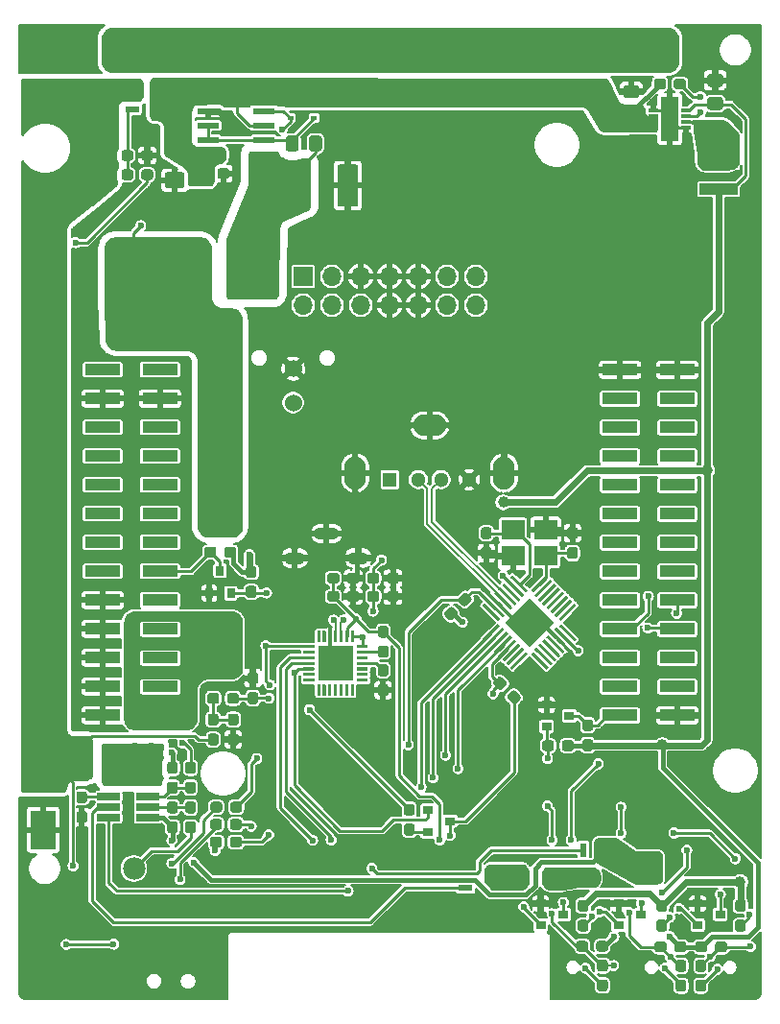
<source format=gbr>
%TF.GenerationSoftware,KiCad,Pcbnew,(5.1.6)-1*%
%TF.CreationDate,2022-04-22T11:55:46+02:00*%
%TF.ProjectId,ZumoComSystem,5a756d6f-436f-46d5-9379-7374656d2e6b,V1.0*%
%TF.SameCoordinates,Original*%
%TF.FileFunction,Copper,L2,Bot*%
%TF.FilePolarity,Positive*%
%FSLAX46Y46*%
G04 Gerber Fmt 4.6, Leading zero omitted, Abs format (unit mm)*
G04 Created by KiCad (PCBNEW (5.1.6)-1) date 2022-04-22 11:55:46*
%MOMM*%
%LPD*%
G01*
G04 APERTURE LIST*
%TA.AperFunction,SMDPad,CuDef*%
%ADD10R,0.812800X0.304800*%
%TD*%
%TA.AperFunction,ComponentPad*%
%ADD11R,1.600000X4.000000*%
%TD*%
%TA.AperFunction,SMDPad,CuDef*%
%ADD12R,3.400000X0.980000*%
%TD*%
%TA.AperFunction,SMDPad,CuDef*%
%ADD13R,1.981200X0.533400*%
%TD*%
%TA.AperFunction,ComponentPad*%
%ADD14R,3.150000X3.150000*%
%TD*%
%TA.AperFunction,ComponentPad*%
%ADD15C,0.100000*%
%TD*%
%TA.AperFunction,ComponentPad*%
%ADD16R,1.300000X1.300000*%
%TD*%
%TA.AperFunction,ComponentPad*%
%ADD17C,1.300000*%
%TD*%
%TA.AperFunction,ComponentPad*%
%ADD18O,1.900000X2.900000*%
%TD*%
%TA.AperFunction,ComponentPad*%
%ADD19O,2.900000X1.900000*%
%TD*%
%TA.AperFunction,ComponentPad*%
%ADD20O,1.700000X1.700000*%
%TD*%
%TA.AperFunction,ComponentPad*%
%ADD21R,1.700000X1.700000*%
%TD*%
%TA.AperFunction,SMDPad,CuDef*%
%ADD22R,4.500000X5.000000*%
%TD*%
%TA.AperFunction,ComponentPad*%
%ADD23O,2.200000X1.100000*%
%TD*%
%TA.AperFunction,ComponentPad*%
%ADD24O,1.800000X1.100000*%
%TD*%
%TA.AperFunction,ComponentPad*%
%ADD25C,1.980000*%
%TD*%
%TA.AperFunction,SMDPad,CuDef*%
%ADD26R,0.600000X0.450000*%
%TD*%
%TA.AperFunction,SMDPad,CuDef*%
%ADD27R,2.300000X3.500000*%
%TD*%
%TA.AperFunction,SMDPad,CuDef*%
%ADD28R,0.900000X0.800000*%
%TD*%
%TA.AperFunction,SMDPad,CuDef*%
%ADD29R,0.800000X0.900000*%
%TD*%
%TA.AperFunction,SMDPad,CuDef*%
%ADD30R,2.000000X0.650000*%
%TD*%
%TA.AperFunction,SMDPad,CuDef*%
%ADD31R,2.100000X1.800000*%
%TD*%
%TA.AperFunction,SMDPad,CuDef*%
%ADD32R,3.150000X1.000000*%
%TD*%
%TA.AperFunction,SMDPad,CuDef*%
%ADD33R,1.310000X0.600000*%
%TD*%
%TA.AperFunction,SMDPad,CuDef*%
%ADD34R,0.600000X1.310000*%
%TD*%
%TA.AperFunction,ComponentPad*%
%ADD35C,1.530000*%
%TD*%
%TA.AperFunction,ViaPad*%
%ADD36C,0.600000*%
%TD*%
%TA.AperFunction,ViaPad*%
%ADD37C,1.000000*%
%TD*%
%TA.AperFunction,Conductor*%
%ADD38C,0.400000*%
%TD*%
%TA.AperFunction,Conductor*%
%ADD39C,0.600000*%
%TD*%
%TA.AperFunction,Conductor*%
%ADD40C,0.250000*%
%TD*%
%TA.AperFunction,Conductor*%
%ADD41C,0.300000*%
%TD*%
%TA.AperFunction,Conductor*%
%ADD42C,0.200000*%
%TD*%
%TA.AperFunction,Conductor*%
%ADD43C,0.254000*%
%TD*%
%TA.AperFunction,Conductor*%
%ADD44C,0.150000*%
%TD*%
%TA.AperFunction,Conductor*%
%ADD45C,0.100000*%
%TD*%
G04 APERTURE END LIST*
D10*
%TO.P,U2,1*%
%TO.N,Net-(C1-Pad1)*%
X170252200Y-67362000D03*
%TO.P,U2,2*%
X170252200Y-66854000D03*
%TO.P,U2,3*%
X170252200Y-66346000D03*
%TO.P,U2,4*%
%TO.N,GND*%
X170252200Y-65838000D03*
%TO.P,U2,5*%
%TO.N,+3V3*%
X173147800Y-65838000D03*
%TO.P,U2,6*%
%TO.N,Net-(R3-Pad1)*%
X173147800Y-66346000D03*
%TO.P,U2,7*%
%TO.N,Net-(L1-Pad1)*%
X173147800Y-66854000D03*
%TO.P,U2,8*%
%TO.N,GND*%
X173147800Y-67362000D03*
D11*
%TO.P,U2,9*%
X171700000Y-66600000D03*
%TD*%
D12*
%TO.P,L1,2*%
%TO.N,+3V3*%
X176000000Y-72785000D03*
%TO.P,L1,1*%
%TO.N,Net-(L1-Pad1)*%
X176000000Y-70415000D03*
%TD*%
D13*
%TO.P,U1,8*%
%TO.N,Net-(C4-Pad2)*%
X135863800Y-69705000D03*
%TO.P,U1,7*%
%TO.N,Net-(C4-Pad1)*%
X135863800Y-68435000D03*
%TO.P,U1,6*%
%TO.N,Net-(C1-Pad1)*%
X135863800Y-67165000D03*
%TO.P,U1,5*%
%TO.N,+5V*%
X135863800Y-65895000D03*
%TO.P,U1,4*%
%TO.N,GND*%
X130936200Y-65895000D03*
%TO.P,U1,3*%
%TO.N,Net-(C4-Pad1)*%
X130936200Y-67165000D03*
%TO.P,U1,2*%
X130936200Y-68435000D03*
%TO.P,U1,1*%
%TO.N,Net-(C1-Pad1)*%
X130936200Y-69705000D03*
%TD*%
%TO.P,R3,2*%
%TO.N,Net-(C1-Pad1)*%
%TA.AperFunction,SMDPad,CuDef*%
G36*
G01*
X171350000Y-63262500D02*
X171350000Y-63737500D01*
G75*
G02*
X171112500Y-63975000I-237500J0D01*
G01*
X170537500Y-63975000D01*
G75*
G02*
X170300000Y-63737500I0J237500D01*
G01*
X170300000Y-63262500D01*
G75*
G02*
X170537500Y-63025000I237500J0D01*
G01*
X171112500Y-63025000D01*
G75*
G02*
X171350000Y-63262500I0J-237500D01*
G01*
G37*
%TD.AperFunction*%
%TO.P,R3,1*%
%TO.N,Net-(R3-Pad1)*%
%TA.AperFunction,SMDPad,CuDef*%
G36*
G01*
X173100000Y-63262500D02*
X173100000Y-63737500D01*
G75*
G02*
X172862500Y-63975000I-237500J0D01*
G01*
X172287500Y-63975000D01*
G75*
G02*
X172050000Y-63737500I0J237500D01*
G01*
X172050000Y-63262500D01*
G75*
G02*
X172287500Y-63025000I237500J0D01*
G01*
X172862500Y-63025000D01*
G75*
G02*
X173100000Y-63262500I0J-237500D01*
G01*
G37*
%TD.AperFunction*%
%TD*%
%TO.P,C6,2*%
%TO.N,GND*%
%TA.AperFunction,SMDPad,CuDef*%
G36*
G01*
X176150001Y-63750000D02*
X175249999Y-63750000D01*
G75*
G02*
X175000000Y-63500001I0J249999D01*
G01*
X175000000Y-62849999D01*
G75*
G02*
X175249999Y-62600000I249999J0D01*
G01*
X176150001Y-62600000D01*
G75*
G02*
X176400000Y-62849999I0J-249999D01*
G01*
X176400000Y-63500001D01*
G75*
G02*
X176150001Y-63750000I-249999J0D01*
G01*
G37*
%TD.AperFunction*%
%TO.P,C6,1*%
%TO.N,+3V3*%
%TA.AperFunction,SMDPad,CuDef*%
G36*
G01*
X176150001Y-65800000D02*
X175249999Y-65800000D01*
G75*
G02*
X175000000Y-65550001I0J249999D01*
G01*
X175000000Y-64899999D01*
G75*
G02*
X175249999Y-64650000I249999J0D01*
G01*
X176150001Y-64650000D01*
G75*
G02*
X176400000Y-64899999I0J-249999D01*
G01*
X176400000Y-65550001D01*
G75*
G02*
X176150001Y-65800000I-249999J0D01*
G01*
G37*
%TD.AperFunction*%
%TD*%
D14*
%TO.P,U5,29*%
%TO.N,GND*%
X142200000Y-114600000D03*
%TO.P,U5,21*%
%TO.N,Net-(U5-Pad10)*%
%TA.AperFunction,SMDPad,CuDef*%
G36*
G01*
X140577800Y-116485000D02*
X140822200Y-116485000D01*
G75*
G02*
X140830000Y-116492800I0J-7800D01*
G01*
X140830000Y-117447200D01*
G75*
G02*
X140822200Y-117455000I-7800J0D01*
G01*
X140577800Y-117455000D01*
G75*
G02*
X140570000Y-117447200I0J7800D01*
G01*
X140570000Y-116492800D01*
G75*
G02*
X140577800Y-116485000I7800J0D01*
G01*
G37*
%TD.AperFunction*%
%TO.P,U5,20*%
%TA.AperFunction,SMDPad,CuDef*%
G36*
G01*
X141077800Y-116485000D02*
X141322200Y-116485000D01*
G75*
G02*
X141330000Y-116492800I0J-7800D01*
G01*
X141330000Y-117447200D01*
G75*
G02*
X141322200Y-117455000I-7800J0D01*
G01*
X141077800Y-117455000D01*
G75*
G02*
X141070000Y-117447200I0J7800D01*
G01*
X141070000Y-116492800D01*
G75*
G02*
X141077800Y-116485000I7800J0D01*
G01*
G37*
%TD.AperFunction*%
%TO.P,U5,19*%
%TA.AperFunction,SMDPad,CuDef*%
G36*
G01*
X141577800Y-116485000D02*
X141822200Y-116485000D01*
G75*
G02*
X141830000Y-116492800I0J-7800D01*
G01*
X141830000Y-117447200D01*
G75*
G02*
X141822200Y-117455000I-7800J0D01*
G01*
X141577800Y-117455000D01*
G75*
G02*
X141570000Y-117447200I0J7800D01*
G01*
X141570000Y-116492800D01*
G75*
G02*
X141577800Y-116485000I7800J0D01*
G01*
G37*
%TD.AperFunction*%
%TO.P,U5,18*%
%TA.AperFunction,SMDPad,CuDef*%
G36*
G01*
X142077800Y-116485000D02*
X142322200Y-116485000D01*
G75*
G02*
X142330000Y-116492800I0J-7800D01*
G01*
X142330000Y-117447200D01*
G75*
G02*
X142322200Y-117455000I-7800J0D01*
G01*
X142077800Y-117455000D01*
G75*
G02*
X142070000Y-117447200I0J7800D01*
G01*
X142070000Y-116492800D01*
G75*
G02*
X142077800Y-116485000I7800J0D01*
G01*
G37*
%TD.AperFunction*%
%TO.P,U5,17*%
%TA.AperFunction,SMDPad,CuDef*%
G36*
G01*
X142577800Y-116485000D02*
X142822200Y-116485000D01*
G75*
G02*
X142830000Y-116492800I0J-7800D01*
G01*
X142830000Y-117447200D01*
G75*
G02*
X142822200Y-117455000I-7800J0D01*
G01*
X142577800Y-117455000D01*
G75*
G02*
X142570000Y-117447200I0J7800D01*
G01*
X142570000Y-116492800D01*
G75*
G02*
X142577800Y-116485000I7800J0D01*
G01*
G37*
%TD.AperFunction*%
%TO.P,U5,16*%
%TA.AperFunction,SMDPad,CuDef*%
G36*
G01*
X143077800Y-116485000D02*
X143322200Y-116485000D01*
G75*
G02*
X143330000Y-116492800I0J-7800D01*
G01*
X143330000Y-117447200D01*
G75*
G02*
X143322200Y-117455000I-7800J0D01*
G01*
X143077800Y-117455000D01*
G75*
G02*
X143070000Y-117447200I0J7800D01*
G01*
X143070000Y-116492800D01*
G75*
G02*
X143077800Y-116485000I7800J0D01*
G01*
G37*
%TD.AperFunction*%
%TO.P,U5,15*%
%TA.AperFunction,SMDPad,CuDef*%
G36*
G01*
X143577800Y-116485000D02*
X143822200Y-116485000D01*
G75*
G02*
X143830000Y-116492800I0J-7800D01*
G01*
X143830000Y-117447200D01*
G75*
G02*
X143822200Y-117455000I-7800J0D01*
G01*
X143577800Y-117455000D01*
G75*
G02*
X143570000Y-117447200I0J7800D01*
G01*
X143570000Y-116492800D01*
G75*
G02*
X143577800Y-116485000I7800J0D01*
G01*
G37*
%TD.AperFunction*%
%TO.P,U5,7*%
%TO.N,VBUS*%
%TA.AperFunction,SMDPad,CuDef*%
G36*
G01*
X143577800Y-111745000D02*
X143822200Y-111745000D01*
G75*
G02*
X143830000Y-111752800I0J-7800D01*
G01*
X143830000Y-112707200D01*
G75*
G02*
X143822200Y-112715000I-7800J0D01*
G01*
X143577800Y-112715000D01*
G75*
G02*
X143570000Y-112707200I0J7800D01*
G01*
X143570000Y-111752800D01*
G75*
G02*
X143577800Y-111745000I7800J0D01*
G01*
G37*
%TD.AperFunction*%
%TO.P,U5,6*%
%TO.N,VDD*%
%TA.AperFunction,SMDPad,CuDef*%
G36*
G01*
X143077800Y-111745000D02*
X143322200Y-111745000D01*
G75*
G02*
X143330000Y-111752800I0J-7800D01*
G01*
X143330000Y-112707200D01*
G75*
G02*
X143322200Y-112715000I-7800J0D01*
G01*
X143077800Y-112715000D01*
G75*
G02*
X143070000Y-112707200I0J7800D01*
G01*
X143070000Y-111752800D01*
G75*
G02*
X143077800Y-111745000I7800J0D01*
G01*
G37*
%TD.AperFunction*%
%TO.P,U5,5*%
%TO.N,/ESP/D-*%
%TA.AperFunction,SMDPad,CuDef*%
G36*
G01*
X142577800Y-111745000D02*
X142822200Y-111745000D01*
G75*
G02*
X142830000Y-111752800I0J-7800D01*
G01*
X142830000Y-112707200D01*
G75*
G02*
X142822200Y-112715000I-7800J0D01*
G01*
X142577800Y-112715000D01*
G75*
G02*
X142570000Y-112707200I0J7800D01*
G01*
X142570000Y-111752800D01*
G75*
G02*
X142577800Y-111745000I7800J0D01*
G01*
G37*
%TD.AperFunction*%
%TO.P,U5,4*%
%TO.N,/ESP/D+*%
%TA.AperFunction,SMDPad,CuDef*%
G36*
G01*
X142077800Y-111745000D02*
X142322200Y-111745000D01*
G75*
G02*
X142330000Y-111752800I0J-7800D01*
G01*
X142330000Y-112707200D01*
G75*
G02*
X142322200Y-112715000I-7800J0D01*
G01*
X142077800Y-112715000D01*
G75*
G02*
X142070000Y-112707200I0J7800D01*
G01*
X142070000Y-111752800D01*
G75*
G02*
X142077800Y-111745000I7800J0D01*
G01*
G37*
%TD.AperFunction*%
%TO.P,U5,3*%
%TO.N,GND*%
%TA.AperFunction,SMDPad,CuDef*%
G36*
G01*
X141577800Y-111745000D02*
X141822200Y-111745000D01*
G75*
G02*
X141830000Y-111752800I0J-7800D01*
G01*
X141830000Y-112707200D01*
G75*
G02*
X141822200Y-112715000I-7800J0D01*
G01*
X141577800Y-112715000D01*
G75*
G02*
X141570000Y-112707200I0J7800D01*
G01*
X141570000Y-111752800D01*
G75*
G02*
X141577800Y-111745000I7800J0D01*
G01*
G37*
%TD.AperFunction*%
%TO.P,U5,2*%
%TO.N,Net-(U5-Pad2)*%
%TA.AperFunction,SMDPad,CuDef*%
G36*
G01*
X141077800Y-111745000D02*
X141322200Y-111745000D01*
G75*
G02*
X141330000Y-111752800I0J-7800D01*
G01*
X141330000Y-112707200D01*
G75*
G02*
X141322200Y-112715000I-7800J0D01*
G01*
X141077800Y-112715000D01*
G75*
G02*
X141070000Y-112707200I0J7800D01*
G01*
X141070000Y-111752800D01*
G75*
G02*
X141077800Y-111745000I7800J0D01*
G01*
G37*
%TD.AperFunction*%
%TO.P,U5,1*%
%TO.N,Net-(U5-Pad1)*%
%TA.AperFunction,SMDPad,CuDef*%
G36*
G01*
X140577800Y-111745000D02*
X140822200Y-111745000D01*
G75*
G02*
X140830000Y-111752800I0J-7800D01*
G01*
X140830000Y-112707200D01*
G75*
G02*
X140822200Y-112715000I-7800J0D01*
G01*
X140577800Y-112715000D01*
G75*
G02*
X140570000Y-112707200I0J7800D01*
G01*
X140570000Y-111752800D01*
G75*
G02*
X140577800Y-111745000I7800J0D01*
G01*
G37*
%TD.AperFunction*%
%TO.P,U5,28*%
%TO.N,/ESP/DTR*%
%TA.AperFunction,SMDPad,CuDef*%
G36*
G01*
X140315000Y-112977800D02*
X140315000Y-113222200D01*
G75*
G02*
X140307200Y-113230000I-7800J0D01*
G01*
X139352800Y-113230000D01*
G75*
G02*
X139345000Y-113222200I0J7800D01*
G01*
X139345000Y-112977800D01*
G75*
G02*
X139352800Y-112970000I7800J0D01*
G01*
X140307200Y-112970000D01*
G75*
G02*
X140315000Y-112977800I0J-7800D01*
G01*
G37*
%TD.AperFunction*%
%TO.P,U5,27*%
%TO.N,Net-(U5-Pad27)*%
%TA.AperFunction,SMDPad,CuDef*%
G36*
G01*
X140315000Y-113477800D02*
X140315000Y-113722200D01*
G75*
G02*
X140307200Y-113730000I-7800J0D01*
G01*
X139352800Y-113730000D01*
G75*
G02*
X139345000Y-113722200I0J7800D01*
G01*
X139345000Y-113477800D01*
G75*
G02*
X139352800Y-113470000I7800J0D01*
G01*
X140307200Y-113470000D01*
G75*
G02*
X140315000Y-113477800I0J-7800D01*
G01*
G37*
%TD.AperFunction*%
%TO.P,U5,26*%
%TO.N,/ESP/TXD*%
%TA.AperFunction,SMDPad,CuDef*%
G36*
G01*
X140315000Y-113977800D02*
X140315000Y-114222200D01*
G75*
G02*
X140307200Y-114230000I-7800J0D01*
G01*
X139352800Y-114230000D01*
G75*
G02*
X139345000Y-114222200I0J7800D01*
G01*
X139345000Y-113977800D01*
G75*
G02*
X139352800Y-113970000I7800J0D01*
G01*
X140307200Y-113970000D01*
G75*
G02*
X140315000Y-113977800I0J-7800D01*
G01*
G37*
%TD.AperFunction*%
%TO.P,U5,25*%
%TO.N,/ESP/RXD*%
%TA.AperFunction,SMDPad,CuDef*%
G36*
G01*
X140315000Y-114477800D02*
X140315000Y-114722200D01*
G75*
G02*
X140307200Y-114730000I-7800J0D01*
G01*
X139352800Y-114730000D01*
G75*
G02*
X139345000Y-114722200I0J7800D01*
G01*
X139345000Y-114477800D01*
G75*
G02*
X139352800Y-114470000I7800J0D01*
G01*
X140307200Y-114470000D01*
G75*
G02*
X140315000Y-114477800I0J-7800D01*
G01*
G37*
%TD.AperFunction*%
%TO.P,U5,24*%
%TO.N,/ESP/RTS*%
%TA.AperFunction,SMDPad,CuDef*%
G36*
G01*
X140315000Y-114977800D02*
X140315000Y-115222200D01*
G75*
G02*
X140307200Y-115230000I-7800J0D01*
G01*
X139352800Y-115230000D01*
G75*
G02*
X139345000Y-115222200I0J7800D01*
G01*
X139345000Y-114977800D01*
G75*
G02*
X139352800Y-114970000I7800J0D01*
G01*
X140307200Y-114970000D01*
G75*
G02*
X140315000Y-114977800I0J-7800D01*
G01*
G37*
%TD.AperFunction*%
%TO.P,U5,23*%
%TO.N,Net-(U5-Pad23)*%
%TA.AperFunction,SMDPad,CuDef*%
G36*
G01*
X140315000Y-115477800D02*
X140315000Y-115722200D01*
G75*
G02*
X140307200Y-115730000I-7800J0D01*
G01*
X139352800Y-115730000D01*
G75*
G02*
X139345000Y-115722200I0J7800D01*
G01*
X139345000Y-115477800D01*
G75*
G02*
X139352800Y-115470000I7800J0D01*
G01*
X140307200Y-115470000D01*
G75*
G02*
X140315000Y-115477800I0J-7800D01*
G01*
G37*
%TD.AperFunction*%
%TO.P,U5,22*%
%TO.N,Net-(U5-Pad10)*%
%TA.AperFunction,SMDPad,CuDef*%
G36*
G01*
X140315000Y-115977800D02*
X140315000Y-116222200D01*
G75*
G02*
X140307200Y-116230000I-7800J0D01*
G01*
X139352800Y-116230000D01*
G75*
G02*
X139345000Y-116222200I0J7800D01*
G01*
X139345000Y-115977800D01*
G75*
G02*
X139352800Y-115970000I7800J0D01*
G01*
X140307200Y-115970000D01*
G75*
G02*
X140315000Y-115977800I0J-7800D01*
G01*
G37*
%TD.AperFunction*%
%TO.P,U5,14*%
%TA.AperFunction,SMDPad,CuDef*%
G36*
G01*
X145055000Y-115977800D02*
X145055000Y-116222200D01*
G75*
G02*
X145047200Y-116230000I-7800J0D01*
G01*
X144092800Y-116230000D01*
G75*
G02*
X144085000Y-116222200I0J7800D01*
G01*
X144085000Y-115977800D01*
G75*
G02*
X144092800Y-115970000I7800J0D01*
G01*
X145047200Y-115970000D01*
G75*
G02*
X145055000Y-115977800I0J-7800D01*
G01*
G37*
%TD.AperFunction*%
%TO.P,U5,13*%
%TA.AperFunction,SMDPad,CuDef*%
G36*
G01*
X145055000Y-115477800D02*
X145055000Y-115722200D01*
G75*
G02*
X145047200Y-115730000I-7800J0D01*
G01*
X144092800Y-115730000D01*
G75*
G02*
X144085000Y-115722200I0J7800D01*
G01*
X144085000Y-115477800D01*
G75*
G02*
X144092800Y-115470000I7800J0D01*
G01*
X145047200Y-115470000D01*
G75*
G02*
X145055000Y-115477800I0J-7800D01*
G01*
G37*
%TD.AperFunction*%
%TO.P,U5,12*%
%TO.N,Net-(U5-Pad12)*%
%TA.AperFunction,SMDPad,CuDef*%
G36*
G01*
X145055000Y-114977800D02*
X145055000Y-115222200D01*
G75*
G02*
X145047200Y-115230000I-7800J0D01*
G01*
X144092800Y-115230000D01*
G75*
G02*
X144085000Y-115222200I0J7800D01*
G01*
X144085000Y-114977800D01*
G75*
G02*
X144092800Y-114970000I7800J0D01*
G01*
X145047200Y-114970000D01*
G75*
G02*
X145055000Y-114977800I0J-7800D01*
G01*
G37*
%TD.AperFunction*%
%TO.P,U5,11*%
%TO.N,Net-(R14-Pad1)*%
%TA.AperFunction,SMDPad,CuDef*%
G36*
G01*
X145055000Y-114477800D02*
X145055000Y-114722200D01*
G75*
G02*
X145047200Y-114730000I-7800J0D01*
G01*
X144092800Y-114730000D01*
G75*
G02*
X144085000Y-114722200I0J7800D01*
G01*
X144085000Y-114477800D01*
G75*
G02*
X144092800Y-114470000I7800J0D01*
G01*
X145047200Y-114470000D01*
G75*
G02*
X145055000Y-114477800I0J-7800D01*
G01*
G37*
%TD.AperFunction*%
%TO.P,U5,10*%
%TO.N,Net-(U5-Pad10)*%
%TA.AperFunction,SMDPad,CuDef*%
G36*
G01*
X145055000Y-113977800D02*
X145055000Y-114222200D01*
G75*
G02*
X145047200Y-114230000I-7800J0D01*
G01*
X144092800Y-114230000D01*
G75*
G02*
X144085000Y-114222200I0J7800D01*
G01*
X144085000Y-113977800D01*
G75*
G02*
X144092800Y-113970000I7800J0D01*
G01*
X145047200Y-113970000D01*
G75*
G02*
X145055000Y-113977800I0J-7800D01*
G01*
G37*
%TD.AperFunction*%
%TO.P,U5,9*%
%TO.N,Net-(R13-Pad1)*%
%TA.AperFunction,SMDPad,CuDef*%
G36*
G01*
X145055000Y-113477800D02*
X145055000Y-113722200D01*
G75*
G02*
X145047200Y-113730000I-7800J0D01*
G01*
X144092800Y-113730000D01*
G75*
G02*
X144085000Y-113722200I0J7800D01*
G01*
X144085000Y-113477800D01*
G75*
G02*
X144092800Y-113470000I7800J0D01*
G01*
X145047200Y-113470000D01*
G75*
G02*
X145055000Y-113477800I0J-7800D01*
G01*
G37*
%TD.AperFunction*%
%TO.P,U5,8*%
%TO.N,VBUS*%
%TA.AperFunction,SMDPad,CuDef*%
G36*
G01*
X145055000Y-112977800D02*
X145055000Y-113222200D01*
G75*
G02*
X145047200Y-113230000I-7800J0D01*
G01*
X144092800Y-113230000D01*
G75*
G02*
X144085000Y-113222200I0J7800D01*
G01*
X144085000Y-112977800D01*
G75*
G02*
X144092800Y-112970000I7800J0D01*
G01*
X145047200Y-112970000D01*
G75*
G02*
X145055000Y-112977800I0J-7800D01*
G01*
G37*
%TD.AperFunction*%
%TD*%
%TA.AperFunction,ComponentPad*%
D15*
%TO.P,U3,3*%
%TO.N,GND*%
G36*
X161492031Y-111000000D02*
G01*
X159300000Y-113192031D01*
X157107969Y-111000000D01*
X159300000Y-108807969D01*
X161492031Y-111000000D01*
G37*
%TD.AperFunction*%
%TO.P,U3,24*%
%TO.N,/USB_MAX/XI*%
%TA.AperFunction,SMDPad,CuDef*%
G36*
G01*
X159142244Y-108187907D02*
X158962781Y-108367371D01*
G75*
G02*
X158951325Y-108367371I-5728J5728D01*
G01*
X157619277Y-107035323D01*
G75*
G02*
X157619277Y-107023867I5728J5728D01*
G01*
X157798741Y-106844403D01*
G75*
G02*
X157810197Y-106844403I5728J-5728D01*
G01*
X159142245Y-108176451D01*
G75*
G02*
X159142245Y-108187907I-5728J-5728D01*
G01*
G37*
%TD.AperFunction*%
%TO.P,U3,23*%
%TO.N,+3V3*%
%TA.AperFunction,SMDPad,CuDef*%
G36*
G01*
X158859402Y-108612171D02*
X158679938Y-108791635D01*
G75*
G02*
X158668482Y-108791635I-5728J5728D01*
G01*
X157265724Y-107388877D01*
G75*
G02*
X157265724Y-107377421I5728J5728D01*
G01*
X157445188Y-107197957D01*
G75*
G02*
X157456644Y-107197957I5728J-5728D01*
G01*
X158859402Y-108600715D01*
G75*
G02*
X158859402Y-108612171I-5728J-5728D01*
G01*
G37*
%TD.AperFunction*%
%TO.P,U3,22*%
%TO.N,Net-(U3-Pad22)*%
%TA.AperFunction,SMDPad,CuDef*%
G36*
G01*
X158505849Y-108965725D02*
X158326385Y-109145189D01*
G75*
G02*
X158314929Y-109145189I-5728J5728D01*
G01*
X156912171Y-107742431D01*
G75*
G02*
X156912171Y-107730975I5728J5728D01*
G01*
X157091635Y-107551511D01*
G75*
G02*
X157103091Y-107551511I5728J-5728D01*
G01*
X158505849Y-108954269D01*
G75*
G02*
X158505849Y-108965725I-5728J-5728D01*
G01*
G37*
%TD.AperFunction*%
%TO.P,U3,21*%
%TO.N,/USB_MAX/D+*%
%TA.AperFunction,SMDPad,CuDef*%
G36*
G01*
X158152295Y-109319278D02*
X157972831Y-109498742D01*
G75*
G02*
X157961375Y-109498742I-5728J5728D01*
G01*
X156558617Y-108095984D01*
G75*
G02*
X156558617Y-108084528I5728J5728D01*
G01*
X156738081Y-107905064D01*
G75*
G02*
X156749537Y-107905064I5728J-5728D01*
G01*
X158152295Y-109307822D01*
G75*
G02*
X158152295Y-109319278I-5728J-5728D01*
G01*
G37*
%TD.AperFunction*%
%TO.P,U3,20*%
%TO.N,/USB_MAX/D-*%
%TA.AperFunction,SMDPad,CuDef*%
G36*
G01*
X157798742Y-109672831D02*
X157619278Y-109852295D01*
G75*
G02*
X157607822Y-109852295I-5728J5728D01*
G01*
X156205064Y-108449537D01*
G75*
G02*
X156205064Y-108438081I5728J5728D01*
G01*
X156384528Y-108258617D01*
G75*
G02*
X156395984Y-108258617I5728J-5728D01*
G01*
X157798742Y-109661375D01*
G75*
G02*
X157798742Y-109672831I-5728J-5728D01*
G01*
G37*
%TD.AperFunction*%
%TO.P,U3,19*%
%TO.N,GND*%
%TA.AperFunction,SMDPad,CuDef*%
G36*
G01*
X157445189Y-110026385D02*
X157265725Y-110205849D01*
G75*
G02*
X157254269Y-110205849I-5728J5728D01*
G01*
X155851511Y-108803091D01*
G75*
G02*
X155851511Y-108791635I5728J5728D01*
G01*
X156030975Y-108612171D01*
G75*
G02*
X156042431Y-108612171I5728J-5728D01*
G01*
X157445189Y-110014929D01*
G75*
G02*
X157445189Y-110026385I-5728J-5728D01*
G01*
G37*
%TD.AperFunction*%
%TO.P,U3,18*%
%TO.N,/ESP/INT*%
%TA.AperFunction,SMDPad,CuDef*%
G36*
G01*
X157091635Y-110379938D02*
X156912171Y-110559402D01*
G75*
G02*
X156900715Y-110559402I-5728J5728D01*
G01*
X155497957Y-109156644D01*
G75*
G02*
X155497957Y-109145188I5728J5728D01*
G01*
X155677421Y-108965724D01*
G75*
G02*
X155688877Y-108965724I5728J-5728D01*
G01*
X157091635Y-110368482D01*
G75*
G02*
X157091635Y-110379938I-5728J-5728D01*
G01*
G37*
%TD.AperFunction*%
%TO.P,U3,17*%
%TO.N,Net-(U3-Pad17)*%
%TA.AperFunction,SMDPad,CuDef*%
G36*
G01*
X156667370Y-110662781D02*
X156487907Y-110842245D01*
G75*
G02*
X156476451Y-110842245I-5728J5728D01*
G01*
X155144403Y-109510197D01*
G75*
G02*
X155144403Y-109498741I5728J5728D01*
G01*
X155323867Y-109319277D01*
G75*
G02*
X155335323Y-109319277I5728J-5728D01*
G01*
X156667371Y-110651325D01*
G75*
G02*
X156667371Y-110662781I-5728J-5728D01*
G01*
G37*
%TD.AperFunction*%
%TO.P,U3,8*%
%TO.N,Net-(U3-Pad8)*%
%TA.AperFunction,SMDPad,CuDef*%
G36*
G01*
X160980722Y-114976133D02*
X160801259Y-115155597D01*
G75*
G02*
X160789803Y-115155597I-5728J5728D01*
G01*
X159457755Y-113823549D01*
G75*
G02*
X159457755Y-113812093I5728J5728D01*
G01*
X159637219Y-113632629D01*
G75*
G02*
X159648675Y-113632629I5728J-5728D01*
G01*
X160980723Y-114964677D01*
G75*
G02*
X160980723Y-114976133I-5728J-5728D01*
G01*
G37*
%TD.AperFunction*%
%TO.P,U3,7*%
%TO.N,Net-(U3-Pad7)*%
%TA.AperFunction,SMDPad,CuDef*%
G36*
G01*
X161334276Y-114622579D02*
X161154812Y-114802043D01*
G75*
G02*
X161143356Y-114802043I-5728J5728D01*
G01*
X159740598Y-113399285D01*
G75*
G02*
X159740598Y-113387829I5728J5728D01*
G01*
X159920062Y-113208365D01*
G75*
G02*
X159931518Y-113208365I5728J-5728D01*
G01*
X161334276Y-114611123D01*
G75*
G02*
X161334276Y-114622579I-5728J-5728D01*
G01*
G37*
%TD.AperFunction*%
%TO.P,U3,6*%
%TO.N,Net-(U3-Pad6)*%
%TA.AperFunction,SMDPad,CuDef*%
G36*
G01*
X161687829Y-114269025D02*
X161508365Y-114448489D01*
G75*
G02*
X161496909Y-114448489I-5728J5728D01*
G01*
X160094151Y-113045731D01*
G75*
G02*
X160094151Y-113034275I5728J5728D01*
G01*
X160273615Y-112854811D01*
G75*
G02*
X160285071Y-112854811I5728J-5728D01*
G01*
X161687829Y-114257569D01*
G75*
G02*
X161687829Y-114269025I-5728J-5728D01*
G01*
G37*
%TD.AperFunction*%
%TO.P,U3,5*%
%TO.N,Net-(U3-Pad5)*%
%TA.AperFunction,SMDPad,CuDef*%
G36*
G01*
X162041383Y-113915472D02*
X161861919Y-114094936D01*
G75*
G02*
X161850463Y-114094936I-5728J5728D01*
G01*
X160447705Y-112692178D01*
G75*
G02*
X160447705Y-112680722I5728J5728D01*
G01*
X160627169Y-112501258D01*
G75*
G02*
X160638625Y-112501258I5728J-5728D01*
G01*
X162041383Y-113904016D01*
G75*
G02*
X162041383Y-113915472I-5728J-5728D01*
G01*
G37*
%TD.AperFunction*%
%TO.P,U3,4*%
%TO.N,Net-(U3-Pad4)*%
%TA.AperFunction,SMDPad,CuDef*%
G36*
G01*
X162394936Y-113561919D02*
X162215472Y-113741383D01*
G75*
G02*
X162204016Y-113741383I-5728J5728D01*
G01*
X160801258Y-112338625D01*
G75*
G02*
X160801258Y-112327169I5728J5728D01*
G01*
X160980722Y-112147705D01*
G75*
G02*
X160992178Y-112147705I5728J-5728D01*
G01*
X162394936Y-113550463D01*
G75*
G02*
X162394936Y-113561919I-5728J-5728D01*
G01*
G37*
%TD.AperFunction*%
%TO.P,U3,3*%
%TO.N,GND*%
%TA.AperFunction,SMDPad,CuDef*%
G36*
G01*
X162748489Y-113208365D02*
X162569025Y-113387829D01*
G75*
G02*
X162557569Y-113387829I-5728J5728D01*
G01*
X161154811Y-111985071D01*
G75*
G02*
X161154811Y-111973615I5728J5728D01*
G01*
X161334275Y-111794151D01*
G75*
G02*
X161345731Y-111794151I5728J-5728D01*
G01*
X162748489Y-113196909D01*
G75*
G02*
X162748489Y-113208365I-5728J-5728D01*
G01*
G37*
%TD.AperFunction*%
%TO.P,U3,2*%
%TO.N,+3V3*%
%TA.AperFunction,SMDPad,CuDef*%
G36*
G01*
X163102043Y-112854812D02*
X162922579Y-113034276D01*
G75*
G02*
X162911123Y-113034276I-5728J5728D01*
G01*
X161508365Y-111631518D01*
G75*
G02*
X161508365Y-111620062I5728J5728D01*
G01*
X161687829Y-111440598D01*
G75*
G02*
X161699285Y-111440598I5728J-5728D01*
G01*
X163102043Y-112843356D01*
G75*
G02*
X163102043Y-112854812I-5728J-5728D01*
G01*
G37*
%TD.AperFunction*%
%TO.P,U3,1*%
%TO.N,Net-(U3-Pad1)*%
%TA.AperFunction,SMDPad,CuDef*%
G36*
G01*
X163455596Y-112501259D02*
X163276133Y-112680723D01*
G75*
G02*
X163264677Y-112680723I-5728J5728D01*
G01*
X161932629Y-111348675D01*
G75*
G02*
X161932629Y-111337219I5728J5728D01*
G01*
X162112093Y-111157755D01*
G75*
G02*
X162123549Y-111157755I5728J-5728D01*
G01*
X163455597Y-112489803D01*
G75*
G02*
X163455597Y-112501259I-5728J-5728D01*
G01*
G37*
%TD.AperFunction*%
%TO.P,U3,32*%
%TO.N,Net-(U3-Pad32)*%
%TA.AperFunction,SMDPad,CuDef*%
G36*
G01*
X162112093Y-110842244D02*
X161932629Y-110662781D01*
G75*
G02*
X161932629Y-110651325I5728J5728D01*
G01*
X163264677Y-109319277D01*
G75*
G02*
X163276133Y-109319277I5728J-5728D01*
G01*
X163455597Y-109498741D01*
G75*
G02*
X163455597Y-109510197I-5728J-5728D01*
G01*
X162123549Y-110842245D01*
G75*
G02*
X162112093Y-110842245I-5728J5728D01*
G01*
G37*
%TD.AperFunction*%
%TO.P,U3,31*%
%TO.N,Net-(U3-Pad31)*%
%TA.AperFunction,SMDPad,CuDef*%
G36*
G01*
X161687829Y-110559402D02*
X161508365Y-110379938D01*
G75*
G02*
X161508365Y-110368482I5728J5728D01*
G01*
X162911123Y-108965724D01*
G75*
G02*
X162922579Y-108965724I5728J-5728D01*
G01*
X163102043Y-109145188D01*
G75*
G02*
X163102043Y-109156644I-5728J-5728D01*
G01*
X161699285Y-110559402D01*
G75*
G02*
X161687829Y-110559402I-5728J5728D01*
G01*
G37*
%TD.AperFunction*%
%TO.P,U3,30*%
%TO.N,Net-(U3-Pad30)*%
%TA.AperFunction,SMDPad,CuDef*%
G36*
G01*
X161334275Y-110205849D02*
X161154811Y-110026385D01*
G75*
G02*
X161154811Y-110014929I5728J5728D01*
G01*
X162557569Y-108612171D01*
G75*
G02*
X162569025Y-108612171I5728J-5728D01*
G01*
X162748489Y-108791635D01*
G75*
G02*
X162748489Y-108803091I-5728J-5728D01*
G01*
X161345731Y-110205849D01*
G75*
G02*
X161334275Y-110205849I-5728J5728D01*
G01*
G37*
%TD.AperFunction*%
%TO.P,U3,29*%
%TO.N,Net-(U3-Pad29)*%
%TA.AperFunction,SMDPad,CuDef*%
G36*
G01*
X160980722Y-109852295D02*
X160801258Y-109672831D01*
G75*
G02*
X160801258Y-109661375I5728J5728D01*
G01*
X162204016Y-108258617D01*
G75*
G02*
X162215472Y-108258617I5728J-5728D01*
G01*
X162394936Y-108438081D01*
G75*
G02*
X162394936Y-108449537I-5728J-5728D01*
G01*
X160992178Y-109852295D01*
G75*
G02*
X160980722Y-109852295I-5728J5728D01*
G01*
G37*
%TD.AperFunction*%
%TO.P,U3,28*%
%TO.N,Net-(U3-Pad28)*%
%TA.AperFunction,SMDPad,CuDef*%
G36*
G01*
X160627169Y-109498742D02*
X160447705Y-109319278D01*
G75*
G02*
X160447705Y-109307822I5728J5728D01*
G01*
X161850463Y-107905064D01*
G75*
G02*
X161861919Y-107905064I5728J-5728D01*
G01*
X162041383Y-108084528D01*
G75*
G02*
X162041383Y-108095984I-5728J-5728D01*
G01*
X160638625Y-109498742D01*
G75*
G02*
X160627169Y-109498742I-5728J5728D01*
G01*
G37*
%TD.AperFunction*%
%TO.P,U3,27*%
%TO.N,Net-(U3-Pad27)*%
%TA.AperFunction,SMDPad,CuDef*%
G36*
G01*
X160273615Y-109145189D02*
X160094151Y-108965725D01*
G75*
G02*
X160094151Y-108954269I5728J5728D01*
G01*
X161496909Y-107551511D01*
G75*
G02*
X161508365Y-107551511I5728J-5728D01*
G01*
X161687829Y-107730975D01*
G75*
G02*
X161687829Y-107742431I-5728J-5728D01*
G01*
X160285071Y-109145189D01*
G75*
G02*
X160273615Y-109145189I-5728J5728D01*
G01*
G37*
%TD.AperFunction*%
%TO.P,U3,26*%
%TO.N,Net-(U3-Pad26)*%
%TA.AperFunction,SMDPad,CuDef*%
G36*
G01*
X159920062Y-108791635D02*
X159740598Y-108612171D01*
G75*
G02*
X159740598Y-108600715I5728J5728D01*
G01*
X161143356Y-107197957D01*
G75*
G02*
X161154812Y-107197957I5728J-5728D01*
G01*
X161334276Y-107377421D01*
G75*
G02*
X161334276Y-107388877I-5728J-5728D01*
G01*
X159931518Y-108791635D01*
G75*
G02*
X159920062Y-108791635I-5728J5728D01*
G01*
G37*
%TD.AperFunction*%
%TO.P,U3,25*%
%TO.N,/USB_MAX/XO*%
%TA.AperFunction,SMDPad,CuDef*%
G36*
G01*
X159637219Y-108367370D02*
X159457755Y-108187907D01*
G75*
G02*
X159457755Y-108176451I5728J5728D01*
G01*
X160789803Y-106844403D01*
G75*
G02*
X160801259Y-106844403I5728J-5728D01*
G01*
X160980723Y-107023867D01*
G75*
G02*
X160980723Y-107035323I-5728J-5728D01*
G01*
X159648675Y-108367371D01*
G75*
G02*
X159637219Y-108367371I-5728J5728D01*
G01*
G37*
%TD.AperFunction*%
%TO.P,U3,16*%
%TO.N,/ESP/MOSI*%
%TA.AperFunction,SMDPad,CuDef*%
G36*
G01*
X155323867Y-112680722D02*
X155144403Y-112501259D01*
G75*
G02*
X155144403Y-112489803I5728J5728D01*
G01*
X156476451Y-111157755D01*
G75*
G02*
X156487907Y-111157755I5728J-5728D01*
G01*
X156667371Y-111337219D01*
G75*
G02*
X156667371Y-111348675I-5728J-5728D01*
G01*
X155335323Y-112680723D01*
G75*
G02*
X155323867Y-112680723I-5728J5728D01*
G01*
G37*
%TD.AperFunction*%
%TO.P,U3,15*%
%TO.N,/ESP/MISO*%
%TA.AperFunction,SMDPad,CuDef*%
G36*
G01*
X155677421Y-113034276D02*
X155497957Y-112854812D01*
G75*
G02*
X155497957Y-112843356I5728J5728D01*
G01*
X156900715Y-111440598D01*
G75*
G02*
X156912171Y-111440598I5728J-5728D01*
G01*
X157091635Y-111620062D01*
G75*
G02*
X157091635Y-111631518I-5728J-5728D01*
G01*
X155688877Y-113034276D01*
G75*
G02*
X155677421Y-113034276I-5728J5728D01*
G01*
G37*
%TD.AperFunction*%
%TO.P,U3,14*%
%TO.N,/ESP/SS*%
%TA.AperFunction,SMDPad,CuDef*%
G36*
G01*
X156030975Y-113387829D02*
X155851511Y-113208365D01*
G75*
G02*
X155851511Y-113196909I5728J5728D01*
G01*
X157254269Y-111794151D01*
G75*
G02*
X157265725Y-111794151I5728J-5728D01*
G01*
X157445189Y-111973615D01*
G75*
G02*
X157445189Y-111985071I-5728J-5728D01*
G01*
X156042431Y-113387829D01*
G75*
G02*
X156030975Y-113387829I-5728J5728D01*
G01*
G37*
%TD.AperFunction*%
%TO.P,U3,13*%
%TO.N,/ESP/SCK*%
%TA.AperFunction,SMDPad,CuDef*%
G36*
G01*
X156384528Y-113741383D02*
X156205064Y-113561919D01*
G75*
G02*
X156205064Y-113550463I5728J5728D01*
G01*
X157607822Y-112147705D01*
G75*
G02*
X157619278Y-112147705I5728J-5728D01*
G01*
X157798742Y-112327169D01*
G75*
G02*
X157798742Y-112338625I-5728J-5728D01*
G01*
X156395984Y-113741383D01*
G75*
G02*
X156384528Y-113741383I-5728J5728D01*
G01*
G37*
%TD.AperFunction*%
%TO.P,U3,12*%
%TO.N,Net-(R4-Pad1)*%
%TA.AperFunction,SMDPad,CuDef*%
G36*
G01*
X156738081Y-114094936D02*
X156558617Y-113915472D01*
G75*
G02*
X156558617Y-113904016I5728J5728D01*
G01*
X157961375Y-112501258D01*
G75*
G02*
X157972831Y-112501258I5728J-5728D01*
G01*
X158152295Y-112680722D01*
G75*
G02*
X158152295Y-112692178I-5728J-5728D01*
G01*
X156749537Y-114094936D01*
G75*
G02*
X156738081Y-114094936I-5728J5728D01*
G01*
G37*
%TD.AperFunction*%
%TO.P,U3,11*%
%TO.N,Net-(U3-Pad11)*%
%TA.AperFunction,SMDPad,CuDef*%
G36*
G01*
X157091635Y-114448489D02*
X156912171Y-114269025D01*
G75*
G02*
X156912171Y-114257569I5728J5728D01*
G01*
X158314929Y-112854811D01*
G75*
G02*
X158326385Y-112854811I5728J-5728D01*
G01*
X158505849Y-113034275D01*
G75*
G02*
X158505849Y-113045731I-5728J-5728D01*
G01*
X157103091Y-114448489D01*
G75*
G02*
X157091635Y-114448489I-5728J5728D01*
G01*
G37*
%TD.AperFunction*%
%TO.P,U3,10*%
%TO.N,Net-(U3-Pad10)*%
%TA.AperFunction,SMDPad,CuDef*%
G36*
G01*
X157445188Y-114802043D02*
X157265724Y-114622579D01*
G75*
G02*
X157265724Y-114611123I5728J5728D01*
G01*
X158668482Y-113208365D01*
G75*
G02*
X158679938Y-113208365I5728J-5728D01*
G01*
X158859402Y-113387829D01*
G75*
G02*
X158859402Y-113399285I-5728J-5728D01*
G01*
X157456644Y-114802043D01*
G75*
G02*
X157445188Y-114802043I-5728J5728D01*
G01*
G37*
%TD.AperFunction*%
%TO.P,U3,9*%
%TO.N,Net-(U3-Pad9)*%
%TA.AperFunction,SMDPad,CuDef*%
G36*
G01*
X157798741Y-115155596D02*
X157619277Y-114976133D01*
G75*
G02*
X157619277Y-114964677I5728J5728D01*
G01*
X158951325Y-113632629D01*
G75*
G02*
X158962781Y-113632629I5728J-5728D01*
G01*
X159142245Y-113812093D01*
G75*
G02*
X159142245Y-113823549I-5728J-5728D01*
G01*
X157810197Y-115155597D01*
G75*
G02*
X157798741Y-115155597I-5728J5728D01*
G01*
G37*
%TD.AperFunction*%
%TD*%
D16*
%TO.P,J1,1*%
%TO.N,+5V*%
X147000000Y-98400000D03*
D17*
%TO.P,J1,2*%
%TO.N,/USB_MAX/D-*%
X149500000Y-98400000D03*
%TO.P,J1,3*%
%TO.N,/USB_MAX/D+*%
X151500000Y-98400000D03*
%TO.P,J1,4*%
%TO.N,GND*%
X154000000Y-98400000D03*
D18*
%TO.P,J1,5*%
X143930000Y-97800000D03*
X157070000Y-97800000D03*
D19*
X150500000Y-93620000D03*
%TD*%
D20*
%TO.P,J5,14*%
%TO.N,Net-(J5-Pad14)*%
X154575000Y-83025000D03*
%TO.P,J5,13*%
%TO.N,Net-(J5-Pad13)*%
X154575000Y-80485000D03*
%TO.P,J5,12*%
%TO.N,Net-(J5-Pad12)*%
X152035000Y-83025000D03*
%TO.P,J5,11*%
%TO.N,Net-(J5-Pad11)*%
X152035000Y-80485000D03*
%TO.P,J5,10*%
%TO.N,GND*%
X149495000Y-83025000D03*
%TO.P,J5,9*%
X149495000Y-80485000D03*
%TO.P,J5,8*%
X146955000Y-83025000D03*
%TO.P,J5,7*%
X146955000Y-80485000D03*
%TO.P,J5,6*%
%TO.N,Net-(J5-Pad6)*%
X144415000Y-83025000D03*
%TO.P,J5,5*%
%TO.N,GND*%
X144415000Y-80485000D03*
%TO.P,J5,4*%
%TO.N,Net-(J5-Pad4)*%
X141875000Y-83025000D03*
%TO.P,J5,3*%
%TO.N,Net-(J5-Pad3)*%
X141875000Y-80485000D03*
%TO.P,J5,2*%
%TO.N,Net-(J5-Pad2)*%
X139335000Y-83025000D03*
D21*
%TO.P,J5,1*%
%TO.N,Net-(J5-Pad1)*%
X139335000Y-80485000D03*
%TD*%
D22*
%TO.P,L2,2*%
%TO.N,+5V*%
X124350000Y-79800000D03*
%TO.P,L2,1*%
%TO.N,Net-(C4-Pad2)*%
X134850000Y-79800000D03*
%TD*%
D23*
%TO.P,J3,6*%
%TO.N,GND*%
X141400000Y-103175000D03*
D24*
X138600000Y-105325000D03*
X144200000Y-105325000D03*
%TD*%
D25*
%TO.P,BT1,2*%
%TO.N,Net-(BT1-Pad2)*%
X124400000Y-60490000D03*
%TO.P,BT1,1*%
%TO.N,Net-(BT1-Pad1)*%
X124400000Y-132710000D03*
%TD*%
%TO.P,C1,2*%
%TO.N,GND*%
%TA.AperFunction,SMDPad,CuDef*%
G36*
G01*
X127375000Y-71275000D02*
X128625000Y-71275000D01*
G75*
G02*
X128875000Y-71525000I0J-250000D01*
G01*
X128875000Y-72450000D01*
G75*
G02*
X128625000Y-72700000I-250000J0D01*
G01*
X127375000Y-72700000D01*
G75*
G02*
X127125000Y-72450000I0J250000D01*
G01*
X127125000Y-71525000D01*
G75*
G02*
X127375000Y-71275000I250000J0D01*
G01*
G37*
%TD.AperFunction*%
%TO.P,C1,1*%
%TO.N,Net-(C1-Pad1)*%
%TA.AperFunction,SMDPad,CuDef*%
G36*
G01*
X127375000Y-68300000D02*
X128625000Y-68300000D01*
G75*
G02*
X128875000Y-68550000I0J-250000D01*
G01*
X128875000Y-69475000D01*
G75*
G02*
X128625000Y-69725000I-250000J0D01*
G01*
X127375000Y-69725000D01*
G75*
G02*
X127125000Y-69475000I0J250000D01*
G01*
X127125000Y-68550000D01*
G75*
G02*
X127375000Y-68300000I250000J0D01*
G01*
G37*
%TD.AperFunction*%
%TD*%
%TO.P,C2,2*%
%TO.N,GND*%
%TA.AperFunction,SMDPad,CuDef*%
G36*
G01*
X168750001Y-64750000D02*
X167849999Y-64750000D01*
G75*
G02*
X167600000Y-64500001I0J249999D01*
G01*
X167600000Y-63849999D01*
G75*
G02*
X167849999Y-63600000I249999J0D01*
G01*
X168750001Y-63600000D01*
G75*
G02*
X169000000Y-63849999I0J-249999D01*
G01*
X169000000Y-64500001D01*
G75*
G02*
X168750001Y-64750000I-249999J0D01*
G01*
G37*
%TD.AperFunction*%
%TO.P,C2,1*%
%TO.N,Net-(C1-Pad1)*%
%TA.AperFunction,SMDPad,CuDef*%
G36*
G01*
X168750001Y-66800000D02*
X167849999Y-66800000D01*
G75*
G02*
X167600000Y-66550001I0J249999D01*
G01*
X167600000Y-65899999D01*
G75*
G02*
X167849999Y-65650000I249999J0D01*
G01*
X168750001Y-65650000D01*
G75*
G02*
X169000000Y-65899999I0J-249999D01*
G01*
X169000000Y-66550001D01*
G75*
G02*
X168750001Y-66800000I-249999J0D01*
G01*
G37*
%TD.AperFunction*%
%TD*%
%TO.P,C3,2*%
%TO.N,GND*%
%TA.AperFunction,SMDPad,CuDef*%
G36*
G01*
X131775000Y-71637500D02*
X131775000Y-71162500D01*
G75*
G02*
X132012500Y-70925000I237500J0D01*
G01*
X132587500Y-70925000D01*
G75*
G02*
X132825000Y-71162500I0J-237500D01*
G01*
X132825000Y-71637500D01*
G75*
G02*
X132587500Y-71875000I-237500J0D01*
G01*
X132012500Y-71875000D01*
G75*
G02*
X131775000Y-71637500I0J237500D01*
G01*
G37*
%TD.AperFunction*%
%TO.P,C3,1*%
%TO.N,Net-(C1-Pad1)*%
%TA.AperFunction,SMDPad,CuDef*%
G36*
G01*
X130025000Y-71637500D02*
X130025000Y-71162500D01*
G75*
G02*
X130262500Y-70925000I237500J0D01*
G01*
X130837500Y-70925000D01*
G75*
G02*
X131075000Y-71162500I0J-237500D01*
G01*
X131075000Y-71637500D01*
G75*
G02*
X130837500Y-71875000I-237500J0D01*
G01*
X130262500Y-71875000D01*
G75*
G02*
X130025000Y-71637500I0J237500D01*
G01*
G37*
%TD.AperFunction*%
%TD*%
%TO.P,C4,2*%
%TO.N,Net-(C4-Pad2)*%
%TA.AperFunction,SMDPad,CuDef*%
G36*
G01*
X139850000Y-69200001D02*
X139850000Y-68299999D01*
G75*
G02*
X140099999Y-68050000I249999J0D01*
G01*
X140750001Y-68050000D01*
G75*
G02*
X141000000Y-68299999I0J-249999D01*
G01*
X141000000Y-69200001D01*
G75*
G02*
X140750001Y-69450000I-249999J0D01*
G01*
X140099999Y-69450000D01*
G75*
G02*
X139850000Y-69200001I0J249999D01*
G01*
G37*
%TD.AperFunction*%
%TO.P,C4,1*%
%TO.N,Net-(C4-Pad1)*%
%TA.AperFunction,SMDPad,CuDef*%
G36*
G01*
X137800000Y-69200001D02*
X137800000Y-68299999D01*
G75*
G02*
X138049999Y-68050000I249999J0D01*
G01*
X138700001Y-68050000D01*
G75*
G02*
X138950000Y-68299999I0J-249999D01*
G01*
X138950000Y-69200001D01*
G75*
G02*
X138700001Y-69450000I-249999J0D01*
G01*
X138049999Y-69450000D01*
G75*
G02*
X137800000Y-69200001I0J249999D01*
G01*
G37*
%TD.AperFunction*%
%TD*%
%TO.P,C9,2*%
%TO.N,GNDREF*%
%TA.AperFunction,SMDPad,CuDef*%
G36*
G01*
X128037500Y-124350000D02*
X127562500Y-124350000D01*
G75*
G02*
X127325000Y-124112500I0J237500D01*
G01*
X127325000Y-123537500D01*
G75*
G02*
X127562500Y-123300000I237500J0D01*
G01*
X128037500Y-123300000D01*
G75*
G02*
X128275000Y-123537500I0J-237500D01*
G01*
X128275000Y-124112500D01*
G75*
G02*
X128037500Y-124350000I-237500J0D01*
G01*
G37*
%TD.AperFunction*%
%TO.P,C9,1*%
%TO.N,Net-(C9-Pad1)*%
%TA.AperFunction,SMDPad,CuDef*%
G36*
G01*
X128037500Y-126100000D02*
X127562500Y-126100000D01*
G75*
G02*
X127325000Y-125862500I0J237500D01*
G01*
X127325000Y-125287500D01*
G75*
G02*
X127562500Y-125050000I237500J0D01*
G01*
X128037500Y-125050000D01*
G75*
G02*
X128275000Y-125287500I0J-237500D01*
G01*
X128275000Y-125862500D01*
G75*
G02*
X128037500Y-126100000I-237500J0D01*
G01*
G37*
%TD.AperFunction*%
%TD*%
%TO.P,C10,2*%
%TO.N,GNDREF*%
%TA.AperFunction,SMDPad,CuDef*%
G36*
G01*
X127562500Y-128550000D02*
X128037500Y-128550000D01*
G75*
G02*
X128275000Y-128787500I0J-237500D01*
G01*
X128275000Y-129362500D01*
G75*
G02*
X128037500Y-129600000I-237500J0D01*
G01*
X127562500Y-129600000D01*
G75*
G02*
X127325000Y-129362500I0J237500D01*
G01*
X127325000Y-128787500D01*
G75*
G02*
X127562500Y-128550000I237500J0D01*
G01*
G37*
%TD.AperFunction*%
%TO.P,C10,1*%
%TO.N,Net-(C10-Pad1)*%
%TA.AperFunction,SMDPad,CuDef*%
G36*
G01*
X127562500Y-126800000D02*
X128037500Y-126800000D01*
G75*
G02*
X128275000Y-127037500I0J-237500D01*
G01*
X128275000Y-127612500D01*
G75*
G02*
X128037500Y-127850000I-237500J0D01*
G01*
X127562500Y-127850000D01*
G75*
G02*
X127325000Y-127612500I0J237500D01*
G01*
X127325000Y-127037500D01*
G75*
G02*
X127562500Y-126800000I237500J0D01*
G01*
G37*
%TD.AperFunction*%
%TD*%
%TO.P,D1,2*%
%TO.N,GND*%
%TA.AperFunction,SMDPad,CuDef*%
G36*
G01*
X142350000Y-74075001D02*
X142350000Y-70824999D01*
G75*
G02*
X142599999Y-70575000I249999J0D01*
G01*
X143950001Y-70575000D01*
G75*
G02*
X144200000Y-70824999I0J-249999D01*
G01*
X144200000Y-74075001D01*
G75*
G02*
X143950001Y-74325000I-249999J0D01*
G01*
X142599999Y-74325000D01*
G75*
G02*
X142350000Y-74075001I0J249999D01*
G01*
G37*
%TD.AperFunction*%
%TO.P,D1,1*%
%TO.N,Net-(C4-Pad2)*%
%TA.AperFunction,SMDPad,CuDef*%
G36*
G01*
X137800000Y-74075001D02*
X137800000Y-70824999D01*
G75*
G02*
X138049999Y-70575000I249999J0D01*
G01*
X139400001Y-70575000D01*
G75*
G02*
X139650000Y-70824999I0J-249999D01*
G01*
X139650000Y-74075001D01*
G75*
G02*
X139400001Y-74325000I-249999J0D01*
G01*
X138049999Y-74325000D01*
G75*
G02*
X137800000Y-74075001I0J249999D01*
G01*
G37*
%TD.AperFunction*%
%TD*%
D26*
%TO.P,D2,2*%
%TO.N,+5V*%
X138200000Y-66500000D03*
%TO.P,D2,1*%
%TO.N,Net-(C4-Pad1)*%
X140300000Y-66500000D03*
%TD*%
D27*
%TO.P,D3,2*%
%TO.N,GND*%
X116400000Y-129300000D03*
%TO.P,D3,1*%
%TO.N,VBAT_ZCS*%
X116400000Y-123900000D03*
%TD*%
%TO.P,F1,2*%
%TO.N,Net-(BT1-Pad1)*%
%TA.AperFunction,SMDPad,CuDef*%
G36*
G01*
X122075000Y-124575626D02*
X122075000Y-122424374D01*
G75*
G02*
X122324374Y-122175000I249374J0D01*
G01*
X123250626Y-122175000D01*
G75*
G02*
X123500000Y-122424374I0J-249374D01*
G01*
X123500000Y-124575626D01*
G75*
G02*
X123250626Y-124825000I-249374J0D01*
G01*
X122324374Y-124825000D01*
G75*
G02*
X122075000Y-124575626I0J249374D01*
G01*
G37*
%TD.AperFunction*%
%TO.P,F1,1*%
%TO.N,VBAT_ZCS*%
%TA.AperFunction,SMDPad,CuDef*%
G36*
G01*
X119100000Y-124575626D02*
X119100000Y-122424374D01*
G75*
G02*
X119349374Y-122175000I249374J0D01*
G01*
X120275626Y-122175000D01*
G75*
G02*
X120525000Y-122424374I0J-249374D01*
G01*
X120525000Y-124575626D01*
G75*
G02*
X120275626Y-124825000I-249374J0D01*
G01*
X119349374Y-124825000D01*
G75*
G02*
X119100000Y-124575626I0J249374D01*
G01*
G37*
%TD.AperFunction*%
%TD*%
D28*
%TO.P,Q6,3*%
%TO.N,/IF_Pololu/LED_A*%
X162300000Y-136750000D03*
%TO.P,Q6,2*%
%TO.N,GND*%
X160300000Y-135800000D03*
%TO.P,Q6,1*%
%TO.N,/ESP/nLED_A*%
X160300000Y-137700000D03*
%TD*%
%TO.P,Q8,3*%
%TO.N,/IF_Pololu/LED_C*%
X176150000Y-136750000D03*
%TO.P,Q8,2*%
%TO.N,GND*%
X174150000Y-135800000D03*
%TO.P,Q8,1*%
%TO.N,/ESP/nLED_C*%
X174150000Y-137700000D03*
%TD*%
%TO.P,Q7,3*%
%TO.N,/IF_Pololu/LED_B*%
X169175000Y-136750000D03*
%TO.P,Q7,2*%
%TO.N,GND*%
X167175000Y-135800000D03*
%TO.P,Q7,1*%
%TO.N,/ESP/nLED_B*%
X167175000Y-137700000D03*
%TD*%
D29*
%TO.P,Q9,3*%
%TO.N,/IF_Pololu/Main_Switch*%
X132000000Y-106425000D03*
%TO.P,Q9,2*%
%TO.N,GND*%
X131050000Y-108425000D03*
%TO.P,Q9,1*%
%TO.N,/ESP/nON_OFF*%
X132950000Y-108425000D03*
%TD*%
D28*
%TO.P,Q10,3*%
%TO.N,/IF_Pololu/nRESET*%
X162825000Y-119225000D03*
%TO.P,Q10,2*%
%TO.N,GND*%
X160825000Y-118275000D03*
%TO.P,Q10,1*%
%TO.N,/ESP/nRST*%
X160825000Y-120175000D03*
%TD*%
%TO.P,R7,2*%
%TO.N,Net-(BT1-Pad2)*%
%TA.AperFunction,SMDPad,CuDef*%
G36*
G01*
X129637500Y-124350000D02*
X129162500Y-124350000D01*
G75*
G02*
X128925000Y-124112500I0J237500D01*
G01*
X128925000Y-123537500D01*
G75*
G02*
X129162500Y-123300000I237500J0D01*
G01*
X129637500Y-123300000D01*
G75*
G02*
X129875000Y-123537500I0J-237500D01*
G01*
X129875000Y-124112500D01*
G75*
G02*
X129637500Y-124350000I-237500J0D01*
G01*
G37*
%TD.AperFunction*%
%TO.P,R7,1*%
%TO.N,Net-(C9-Pad1)*%
%TA.AperFunction,SMDPad,CuDef*%
G36*
G01*
X129637500Y-126100000D02*
X129162500Y-126100000D01*
G75*
G02*
X128925000Y-125862500I0J237500D01*
G01*
X128925000Y-125287500D01*
G75*
G02*
X129162500Y-125050000I237500J0D01*
G01*
X129637500Y-125050000D01*
G75*
G02*
X129875000Y-125287500I0J-237500D01*
G01*
X129875000Y-125862500D01*
G75*
G02*
X129637500Y-126100000I-237500J0D01*
G01*
G37*
%TD.AperFunction*%
%TD*%
%TO.P,R8,2*%
%TO.N,Net-(C10-Pad1)*%
%TA.AperFunction,SMDPad,CuDef*%
G36*
G01*
X129637500Y-127850000D02*
X129162500Y-127850000D01*
G75*
G02*
X128925000Y-127612500I0J237500D01*
G01*
X128925000Y-127037500D01*
G75*
G02*
X129162500Y-126800000I237500J0D01*
G01*
X129637500Y-126800000D01*
G75*
G02*
X129875000Y-127037500I0J-237500D01*
G01*
X129875000Y-127612500D01*
G75*
G02*
X129637500Y-127850000I-237500J0D01*
G01*
G37*
%TD.AperFunction*%
%TO.P,R8,1*%
%TO.N,Net-(BT1-Pad1)*%
%TA.AperFunction,SMDPad,CuDef*%
G36*
G01*
X129637500Y-129600000D02*
X129162500Y-129600000D01*
G75*
G02*
X128925000Y-129362500I0J237500D01*
G01*
X128925000Y-128787500D01*
G75*
G02*
X129162500Y-128550000I237500J0D01*
G01*
X129637500Y-128550000D01*
G75*
G02*
X129875000Y-128787500I0J-237500D01*
G01*
X129875000Y-129362500D01*
G75*
G02*
X129637500Y-129600000I-237500J0D01*
G01*
G37*
%TD.AperFunction*%
%TD*%
%TO.P,R10,2*%
%TO.N,GND*%
%TA.AperFunction,SMDPad,CuDef*%
G36*
G01*
X119562500Y-127650000D02*
X120037500Y-127650000D01*
G75*
G02*
X120275000Y-127887500I0J-237500D01*
G01*
X120275000Y-128462500D01*
G75*
G02*
X120037500Y-128700000I-237500J0D01*
G01*
X119562500Y-128700000D01*
G75*
G02*
X119325000Y-128462500I0J237500D01*
G01*
X119325000Y-127887500D01*
G75*
G02*
X119562500Y-127650000I237500J0D01*
G01*
G37*
%TD.AperFunction*%
%TO.P,R10,1*%
%TO.N,Net-(R10-Pad1)*%
%TA.AperFunction,SMDPad,CuDef*%
G36*
G01*
X119562500Y-125900000D02*
X120037500Y-125900000D01*
G75*
G02*
X120275000Y-126137500I0J-237500D01*
G01*
X120275000Y-126712500D01*
G75*
G02*
X120037500Y-126950000I-237500J0D01*
G01*
X119562500Y-126950000D01*
G75*
G02*
X119325000Y-126712500I0J237500D01*
G01*
X119325000Y-126137500D01*
G75*
G02*
X119562500Y-125900000I237500J0D01*
G01*
G37*
%TD.AperFunction*%
%TD*%
%TO.P,R16,2*%
%TO.N,/ESP/U_Bat_Meas*%
%TA.AperFunction,SMDPad,CuDef*%
G36*
G01*
X132625000Y-117937500D02*
X132625000Y-117462500D01*
G75*
G02*
X132862500Y-117225000I237500J0D01*
G01*
X133437500Y-117225000D01*
G75*
G02*
X133675000Y-117462500I0J-237500D01*
G01*
X133675000Y-117937500D01*
G75*
G02*
X133437500Y-118175000I-237500J0D01*
G01*
X132862500Y-118175000D01*
G75*
G02*
X132625000Y-117937500I0J237500D01*
G01*
G37*
%TD.AperFunction*%
%TO.P,R16,1*%
%TO.N,Net-(R16-Pad1)*%
%TA.AperFunction,SMDPad,CuDef*%
G36*
G01*
X130875000Y-117937500D02*
X130875000Y-117462500D01*
G75*
G02*
X131112500Y-117225000I237500J0D01*
G01*
X131687500Y-117225000D01*
G75*
G02*
X131925000Y-117462500I0J-237500D01*
G01*
X131925000Y-117937500D01*
G75*
G02*
X131687500Y-118175000I-237500J0D01*
G01*
X131112500Y-118175000D01*
G75*
G02*
X130875000Y-117937500I0J237500D01*
G01*
G37*
%TD.AperFunction*%
%TD*%
%TO.P,R18,2*%
%TO.N,Net-(R16-Pad1)*%
%TA.AperFunction,SMDPad,CuDef*%
G36*
G01*
X131637500Y-120100000D02*
X131162500Y-120100000D01*
G75*
G02*
X130925000Y-119862500I0J237500D01*
G01*
X130925000Y-119287500D01*
G75*
G02*
X131162500Y-119050000I237500J0D01*
G01*
X131637500Y-119050000D01*
G75*
G02*
X131875000Y-119287500I0J-237500D01*
G01*
X131875000Y-119862500D01*
G75*
G02*
X131637500Y-120100000I-237500J0D01*
G01*
G37*
%TD.AperFunction*%
%TO.P,R18,1*%
%TO.N,VBAT_ZCS*%
%TA.AperFunction,SMDPad,CuDef*%
G36*
G01*
X131637500Y-121850000D02*
X131162500Y-121850000D01*
G75*
G02*
X130925000Y-121612500I0J237500D01*
G01*
X130925000Y-121037500D01*
G75*
G02*
X131162500Y-120800000I237500J0D01*
G01*
X131637500Y-120800000D01*
G75*
G02*
X131875000Y-121037500I0J-237500D01*
G01*
X131875000Y-121612500D01*
G75*
G02*
X131637500Y-121850000I-237500J0D01*
G01*
G37*
%TD.AperFunction*%
%TD*%
%TO.P,R19,2*%
%TO.N,GND*%
%TA.AperFunction,SMDPad,CuDef*%
G36*
G01*
X132937500Y-120800000D02*
X133412500Y-120800000D01*
G75*
G02*
X133650000Y-121037500I0J-237500D01*
G01*
X133650000Y-121612500D01*
G75*
G02*
X133412500Y-121850000I-237500J0D01*
G01*
X132937500Y-121850000D01*
G75*
G02*
X132700000Y-121612500I0J237500D01*
G01*
X132700000Y-121037500D01*
G75*
G02*
X132937500Y-120800000I237500J0D01*
G01*
G37*
%TD.AperFunction*%
%TO.P,R19,1*%
%TO.N,Net-(R16-Pad1)*%
%TA.AperFunction,SMDPad,CuDef*%
G36*
G01*
X132937500Y-119050000D02*
X133412500Y-119050000D01*
G75*
G02*
X133650000Y-119287500I0J-237500D01*
G01*
X133650000Y-119862500D01*
G75*
G02*
X133412500Y-120100000I-237500J0D01*
G01*
X132937500Y-120100000D01*
G75*
G02*
X132700000Y-119862500I0J237500D01*
G01*
X132700000Y-119287500D01*
G75*
G02*
X132937500Y-119050000I237500J0D01*
G01*
G37*
%TD.AperFunction*%
%TD*%
%TO.P,R20,2*%
%TO.N,Net-(R20-Pad2)*%
%TA.AperFunction,SMDPad,CuDef*%
G36*
G01*
X165512500Y-142500000D02*
X165987500Y-142500000D01*
G75*
G02*
X166225000Y-142737500I0J-237500D01*
G01*
X166225000Y-143312500D01*
G75*
G02*
X165987500Y-143550000I-237500J0D01*
G01*
X165512500Y-143550000D01*
G75*
G02*
X165275000Y-143312500I0J237500D01*
G01*
X165275000Y-142737500D01*
G75*
G02*
X165512500Y-142500000I237500J0D01*
G01*
G37*
%TD.AperFunction*%
%TO.P,R20,1*%
%TO.N,/ESP/nBUT_A*%
%TA.AperFunction,SMDPad,CuDef*%
G36*
G01*
X165512500Y-140750000D02*
X165987500Y-140750000D01*
G75*
G02*
X166225000Y-140987500I0J-237500D01*
G01*
X166225000Y-141562500D01*
G75*
G02*
X165987500Y-141800000I-237500J0D01*
G01*
X165512500Y-141800000D01*
G75*
G02*
X165275000Y-141562500I0J237500D01*
G01*
X165275000Y-140987500D01*
G75*
G02*
X165512500Y-140750000I237500J0D01*
G01*
G37*
%TD.AperFunction*%
%TD*%
%TO.P,R21,2*%
%TO.N,/ESP/nBUT_A*%
%TA.AperFunction,SMDPad,CuDef*%
G36*
G01*
X164500000Y-139337500D02*
X164500000Y-139812500D01*
G75*
G02*
X164262500Y-140050000I-237500J0D01*
G01*
X163687500Y-140050000D01*
G75*
G02*
X163450000Y-139812500I0J237500D01*
G01*
X163450000Y-139337500D01*
G75*
G02*
X163687500Y-139100000I237500J0D01*
G01*
X164262500Y-139100000D01*
G75*
G02*
X164500000Y-139337500I0J-237500D01*
G01*
G37*
%TD.AperFunction*%
%TO.P,R21,1*%
%TO.N,+3V3*%
%TA.AperFunction,SMDPad,CuDef*%
G36*
G01*
X166250000Y-139337500D02*
X166250000Y-139812500D01*
G75*
G02*
X166012500Y-140050000I-237500J0D01*
G01*
X165437500Y-140050000D01*
G75*
G02*
X165200000Y-139812500I0J237500D01*
G01*
X165200000Y-139337500D01*
G75*
G02*
X165437500Y-139100000I237500J0D01*
G01*
X166012500Y-139100000D01*
G75*
G02*
X166250000Y-139337500I0J-237500D01*
G01*
G37*
%TD.AperFunction*%
%TD*%
%TO.P,R22,2*%
%TO.N,+5V*%
%TA.AperFunction,SMDPad,CuDef*%
G36*
G01*
X164287500Y-136525000D02*
X163812500Y-136525000D01*
G75*
G02*
X163575000Y-136287500I0J237500D01*
G01*
X163575000Y-135712500D01*
G75*
G02*
X163812500Y-135475000I237500J0D01*
G01*
X164287500Y-135475000D01*
G75*
G02*
X164525000Y-135712500I0J-237500D01*
G01*
X164525000Y-136287500D01*
G75*
G02*
X164287500Y-136525000I-237500J0D01*
G01*
G37*
%TD.AperFunction*%
%TO.P,R22,1*%
%TO.N,Net-(D7-Pad2)*%
%TA.AperFunction,SMDPad,CuDef*%
G36*
G01*
X164287500Y-138275000D02*
X163812500Y-138275000D01*
G75*
G02*
X163575000Y-138037500I0J237500D01*
G01*
X163575000Y-137462500D01*
G75*
G02*
X163812500Y-137225000I237500J0D01*
G01*
X164287500Y-137225000D01*
G75*
G02*
X164525000Y-137462500I0J-237500D01*
G01*
X164525000Y-138037500D01*
G75*
G02*
X164287500Y-138275000I-237500J0D01*
G01*
G37*
%TD.AperFunction*%
%TD*%
%TO.P,R26,2*%
%TO.N,+5V*%
%TA.AperFunction,SMDPad,CuDef*%
G36*
G01*
X178162500Y-136525000D02*
X177687500Y-136525000D01*
G75*
G02*
X177450000Y-136287500I0J237500D01*
G01*
X177450000Y-135712500D01*
G75*
G02*
X177687500Y-135475000I237500J0D01*
G01*
X178162500Y-135475000D01*
G75*
G02*
X178400000Y-135712500I0J-237500D01*
G01*
X178400000Y-136287500D01*
G75*
G02*
X178162500Y-136525000I-237500J0D01*
G01*
G37*
%TD.AperFunction*%
%TO.P,R26,1*%
%TO.N,Net-(D9-Pad2)*%
%TA.AperFunction,SMDPad,CuDef*%
G36*
G01*
X178162500Y-138275000D02*
X177687500Y-138275000D01*
G75*
G02*
X177450000Y-138037500I0J237500D01*
G01*
X177450000Y-137462500D01*
G75*
G02*
X177687500Y-137225000I237500J0D01*
G01*
X178162500Y-137225000D01*
G75*
G02*
X178400000Y-137462500I0J-237500D01*
G01*
X178400000Y-138037500D01*
G75*
G02*
X178162500Y-138275000I-237500J0D01*
G01*
G37*
%TD.AperFunction*%
%TD*%
%TO.P,R24,2*%
%TO.N,+5V*%
%TA.AperFunction,SMDPad,CuDef*%
G36*
G01*
X171212500Y-136525000D02*
X170737500Y-136525000D01*
G75*
G02*
X170500000Y-136287500I0J237500D01*
G01*
X170500000Y-135712500D01*
G75*
G02*
X170737500Y-135475000I237500J0D01*
G01*
X171212500Y-135475000D01*
G75*
G02*
X171450000Y-135712500I0J-237500D01*
G01*
X171450000Y-136287500D01*
G75*
G02*
X171212500Y-136525000I-237500J0D01*
G01*
G37*
%TD.AperFunction*%
%TO.P,R24,1*%
%TO.N,Net-(D8-Pad2)*%
%TA.AperFunction,SMDPad,CuDef*%
G36*
G01*
X171212500Y-138275000D02*
X170737500Y-138275000D01*
G75*
G02*
X170500000Y-138037500I0J237500D01*
G01*
X170500000Y-137462500D01*
G75*
G02*
X170737500Y-137225000I237500J0D01*
G01*
X171212500Y-137225000D01*
G75*
G02*
X171450000Y-137462500I0J-237500D01*
G01*
X171450000Y-138037500D01*
G75*
G02*
X171212500Y-138275000I-237500J0D01*
G01*
G37*
%TD.AperFunction*%
%TD*%
%TO.P,R28,2*%
%TO.N,/ESP/nRGB_LED_R*%
%TA.AperFunction,SMDPad,CuDef*%
G36*
G01*
X132900000Y-127537500D02*
X132900000Y-127062500D01*
G75*
G02*
X133137500Y-126825000I237500J0D01*
G01*
X133712500Y-126825000D01*
G75*
G02*
X133950000Y-127062500I0J-237500D01*
G01*
X133950000Y-127537500D01*
G75*
G02*
X133712500Y-127775000I-237500J0D01*
G01*
X133137500Y-127775000D01*
G75*
G02*
X132900000Y-127537500I0J237500D01*
G01*
G37*
%TD.AperFunction*%
%TO.P,R28,1*%
%TO.N,Net-(D10-Pad1)*%
%TA.AperFunction,SMDPad,CuDef*%
G36*
G01*
X131150000Y-127537500D02*
X131150000Y-127062500D01*
G75*
G02*
X131387500Y-126825000I237500J0D01*
G01*
X131962500Y-126825000D01*
G75*
G02*
X132200000Y-127062500I0J-237500D01*
G01*
X132200000Y-127537500D01*
G75*
G02*
X131962500Y-127775000I-237500J0D01*
G01*
X131387500Y-127775000D01*
G75*
G02*
X131150000Y-127537500I0J237500D01*
G01*
G37*
%TD.AperFunction*%
%TD*%
%TO.P,R29,2*%
%TO.N,/ESP/nRGB_LED_G*%
%TA.AperFunction,SMDPad,CuDef*%
G36*
G01*
X132875000Y-129062500D02*
X132875000Y-128587500D01*
G75*
G02*
X133112500Y-128350000I237500J0D01*
G01*
X133687500Y-128350000D01*
G75*
G02*
X133925000Y-128587500I0J-237500D01*
G01*
X133925000Y-129062500D01*
G75*
G02*
X133687500Y-129300000I-237500J0D01*
G01*
X133112500Y-129300000D01*
G75*
G02*
X132875000Y-129062500I0J237500D01*
G01*
G37*
%TD.AperFunction*%
%TO.P,R29,1*%
%TO.N,Net-(D10-Pad2)*%
%TA.AperFunction,SMDPad,CuDef*%
G36*
G01*
X131125000Y-129062500D02*
X131125000Y-128587500D01*
G75*
G02*
X131362500Y-128350000I237500J0D01*
G01*
X131937500Y-128350000D01*
G75*
G02*
X132175000Y-128587500I0J-237500D01*
G01*
X132175000Y-129062500D01*
G75*
G02*
X131937500Y-129300000I-237500J0D01*
G01*
X131362500Y-129300000D01*
G75*
G02*
X131125000Y-129062500I0J237500D01*
G01*
G37*
%TD.AperFunction*%
%TD*%
%TO.P,R30,2*%
%TO.N,/ESP/nRGB_LED_B*%
%TA.AperFunction,SMDPad,CuDef*%
G36*
G01*
X132875000Y-130612500D02*
X132875000Y-130137500D01*
G75*
G02*
X133112500Y-129900000I237500J0D01*
G01*
X133687500Y-129900000D01*
G75*
G02*
X133925000Y-130137500I0J-237500D01*
G01*
X133925000Y-130612500D01*
G75*
G02*
X133687500Y-130850000I-237500J0D01*
G01*
X133112500Y-130850000D01*
G75*
G02*
X132875000Y-130612500I0J237500D01*
G01*
G37*
%TD.AperFunction*%
%TO.P,R30,1*%
%TO.N,Net-(D10-Pad3)*%
%TA.AperFunction,SMDPad,CuDef*%
G36*
G01*
X131125000Y-130612500D02*
X131125000Y-130137500D01*
G75*
G02*
X131362500Y-129900000I237500J0D01*
G01*
X131937500Y-129900000D01*
G75*
G02*
X132175000Y-130137500I0J-237500D01*
G01*
X132175000Y-130612500D01*
G75*
G02*
X131937500Y-130850000I-237500J0D01*
G01*
X131362500Y-130850000D01*
G75*
G02*
X131125000Y-130612500I0J237500D01*
G01*
G37*
%TD.AperFunction*%
%TD*%
%TO.P,R31,2*%
%TO.N,Net-(R31-Pad2)*%
%TA.AperFunction,SMDPad,CuDef*%
G36*
G01*
X172437500Y-142525000D02*
X172912500Y-142525000D01*
G75*
G02*
X173150000Y-142762500I0J-237500D01*
G01*
X173150000Y-143337500D01*
G75*
G02*
X172912500Y-143575000I-237500J0D01*
G01*
X172437500Y-143575000D01*
G75*
G02*
X172200000Y-143337500I0J237500D01*
G01*
X172200000Y-142762500D01*
G75*
G02*
X172437500Y-142525000I237500J0D01*
G01*
G37*
%TD.AperFunction*%
%TO.P,R31,1*%
%TO.N,/ESP/nBUT_B*%
%TA.AperFunction,SMDPad,CuDef*%
G36*
G01*
X172437500Y-140775000D02*
X172912500Y-140775000D01*
G75*
G02*
X173150000Y-141012500I0J-237500D01*
G01*
X173150000Y-141587500D01*
G75*
G02*
X172912500Y-141825000I-237500J0D01*
G01*
X172437500Y-141825000D01*
G75*
G02*
X172200000Y-141587500I0J237500D01*
G01*
X172200000Y-141012500D01*
G75*
G02*
X172437500Y-140775000I237500J0D01*
G01*
G37*
%TD.AperFunction*%
%TD*%
%TO.P,R32,2*%
%TO.N,/ESP/nBUT_B*%
%TA.AperFunction,SMDPad,CuDef*%
G36*
G01*
X171400000Y-139387500D02*
X171400000Y-139862500D01*
G75*
G02*
X171162500Y-140100000I-237500J0D01*
G01*
X170587500Y-140100000D01*
G75*
G02*
X170350000Y-139862500I0J237500D01*
G01*
X170350000Y-139387500D01*
G75*
G02*
X170587500Y-139150000I237500J0D01*
G01*
X171162500Y-139150000D01*
G75*
G02*
X171400000Y-139387500I0J-237500D01*
G01*
G37*
%TD.AperFunction*%
%TO.P,R32,1*%
%TO.N,+3V3*%
%TA.AperFunction,SMDPad,CuDef*%
G36*
G01*
X173150000Y-139387500D02*
X173150000Y-139862500D01*
G75*
G02*
X172912500Y-140100000I-237500J0D01*
G01*
X172337500Y-140100000D01*
G75*
G02*
X172100000Y-139862500I0J237500D01*
G01*
X172100000Y-139387500D01*
G75*
G02*
X172337500Y-139150000I237500J0D01*
G01*
X172912500Y-139150000D01*
G75*
G02*
X173150000Y-139387500I0J-237500D01*
G01*
G37*
%TD.AperFunction*%
%TD*%
%TO.P,R33,2*%
%TO.N,/ESP/nON_OFF*%
%TA.AperFunction,SMDPad,CuDef*%
G36*
G01*
X134512500Y-107775000D02*
X134987500Y-107775000D01*
G75*
G02*
X135225000Y-108012500I0J-237500D01*
G01*
X135225000Y-108587500D01*
G75*
G02*
X134987500Y-108825000I-237500J0D01*
G01*
X134512500Y-108825000D01*
G75*
G02*
X134275000Y-108587500I0J237500D01*
G01*
X134275000Y-108012500D01*
G75*
G02*
X134512500Y-107775000I237500J0D01*
G01*
G37*
%TD.AperFunction*%
%TO.P,R33,1*%
%TO.N,+3V3*%
%TA.AperFunction,SMDPad,CuDef*%
G36*
G01*
X134512500Y-106025000D02*
X134987500Y-106025000D01*
G75*
G02*
X135225000Y-106262500I0J-237500D01*
G01*
X135225000Y-106837500D01*
G75*
G02*
X134987500Y-107075000I-237500J0D01*
G01*
X134512500Y-107075000D01*
G75*
G02*
X134275000Y-106837500I0J237500D01*
G01*
X134275000Y-106262500D01*
G75*
G02*
X134512500Y-106025000I237500J0D01*
G01*
G37*
%TD.AperFunction*%
%TD*%
%TO.P,R34,2*%
%TO.N,/IF_Pololu/Main_Switch*%
%TA.AperFunction,SMDPad,CuDef*%
G36*
G01*
X131675000Y-104562500D02*
X131675000Y-105037500D01*
G75*
G02*
X131437500Y-105275000I-237500J0D01*
G01*
X130862500Y-105275000D01*
G75*
G02*
X130625000Y-105037500I0J237500D01*
G01*
X130625000Y-104562500D01*
G75*
G02*
X130862500Y-104325000I237500J0D01*
G01*
X131437500Y-104325000D01*
G75*
G02*
X131675000Y-104562500I0J-237500D01*
G01*
G37*
%TD.AperFunction*%
%TO.P,R34,1*%
%TO.N,+3V3*%
%TA.AperFunction,SMDPad,CuDef*%
G36*
G01*
X133425000Y-104562500D02*
X133425000Y-105037500D01*
G75*
G02*
X133187500Y-105275000I-237500J0D01*
G01*
X132612500Y-105275000D01*
G75*
G02*
X132375000Y-105037500I0J237500D01*
G01*
X132375000Y-104562500D01*
G75*
G02*
X132612500Y-104325000I237500J0D01*
G01*
X133187500Y-104325000D01*
G75*
G02*
X133425000Y-104562500I0J-237500D01*
G01*
G37*
%TD.AperFunction*%
%TD*%
%TO.P,R35,2*%
%TO.N,Net-(R35-Pad2)*%
%TA.AperFunction,SMDPad,CuDef*%
G36*
G01*
X174187500Y-142525000D02*
X174662500Y-142525000D01*
G75*
G02*
X174900000Y-142762500I0J-237500D01*
G01*
X174900000Y-143337500D01*
G75*
G02*
X174662500Y-143575000I-237500J0D01*
G01*
X174187500Y-143575000D01*
G75*
G02*
X173950000Y-143337500I0J237500D01*
G01*
X173950000Y-142762500D01*
G75*
G02*
X174187500Y-142525000I237500J0D01*
G01*
G37*
%TD.AperFunction*%
%TO.P,R35,1*%
%TO.N,/ESP/nBUT_C*%
%TA.AperFunction,SMDPad,CuDef*%
G36*
G01*
X174187500Y-140775000D02*
X174662500Y-140775000D01*
G75*
G02*
X174900000Y-141012500I0J-237500D01*
G01*
X174900000Y-141587500D01*
G75*
G02*
X174662500Y-141825000I-237500J0D01*
G01*
X174187500Y-141825000D01*
G75*
G02*
X173950000Y-141587500I0J237500D01*
G01*
X173950000Y-141012500D01*
G75*
G02*
X174187500Y-140775000I237500J0D01*
G01*
G37*
%TD.AperFunction*%
%TD*%
%TO.P,R36,2*%
%TO.N,/ESP/nBUT_C*%
%TA.AperFunction,SMDPad,CuDef*%
G36*
G01*
X175700000Y-139862500D02*
X175700000Y-139387500D01*
G75*
G02*
X175937500Y-139150000I237500J0D01*
G01*
X176512500Y-139150000D01*
G75*
G02*
X176750000Y-139387500I0J-237500D01*
G01*
X176750000Y-139862500D01*
G75*
G02*
X176512500Y-140100000I-237500J0D01*
G01*
X175937500Y-140100000D01*
G75*
G02*
X175700000Y-139862500I0J237500D01*
G01*
G37*
%TD.AperFunction*%
%TO.P,R36,1*%
%TO.N,+3V3*%
%TA.AperFunction,SMDPad,CuDef*%
G36*
G01*
X173950000Y-139862500D02*
X173950000Y-139387500D01*
G75*
G02*
X174187500Y-139150000I237500J0D01*
G01*
X174762500Y-139150000D01*
G75*
G02*
X175000000Y-139387500I0J-237500D01*
G01*
X175000000Y-139862500D01*
G75*
G02*
X174762500Y-140100000I-237500J0D01*
G01*
X174187500Y-140100000D01*
G75*
G02*
X173950000Y-139862500I0J237500D01*
G01*
G37*
%TD.AperFunction*%
%TD*%
%TO.P,R37,2*%
%TO.N,/ESP/nRST*%
%TA.AperFunction,SMDPad,CuDef*%
G36*
G01*
X161475000Y-121637500D02*
X161475000Y-122112500D01*
G75*
G02*
X161237500Y-122350000I-237500J0D01*
G01*
X160662500Y-122350000D01*
G75*
G02*
X160425000Y-122112500I0J237500D01*
G01*
X160425000Y-121637500D01*
G75*
G02*
X160662500Y-121400000I237500J0D01*
G01*
X161237500Y-121400000D01*
G75*
G02*
X161475000Y-121637500I0J-237500D01*
G01*
G37*
%TD.AperFunction*%
%TO.P,R37,1*%
%TO.N,+3V3*%
%TA.AperFunction,SMDPad,CuDef*%
G36*
G01*
X163225000Y-121637500D02*
X163225000Y-122112500D01*
G75*
G02*
X162987500Y-122350000I-237500J0D01*
G01*
X162412500Y-122350000D01*
G75*
G02*
X162175000Y-122112500I0J237500D01*
G01*
X162175000Y-121637500D01*
G75*
G02*
X162412500Y-121400000I237500J0D01*
G01*
X162987500Y-121400000D01*
G75*
G02*
X163225000Y-121637500I0J-237500D01*
G01*
G37*
%TD.AperFunction*%
%TD*%
%TO.P,R38,2*%
%TO.N,/IF_Pololu/nRESET*%
%TA.AperFunction,SMDPad,CuDef*%
G36*
G01*
X164687500Y-120600000D02*
X164212500Y-120600000D01*
G75*
G02*
X163975000Y-120362500I0J237500D01*
G01*
X163975000Y-119787500D01*
G75*
G02*
X164212500Y-119550000I237500J0D01*
G01*
X164687500Y-119550000D01*
G75*
G02*
X164925000Y-119787500I0J-237500D01*
G01*
X164925000Y-120362500D01*
G75*
G02*
X164687500Y-120600000I-237500J0D01*
G01*
G37*
%TD.AperFunction*%
%TO.P,R38,1*%
%TO.N,+3V3*%
%TA.AperFunction,SMDPad,CuDef*%
G36*
G01*
X164687500Y-122350000D02*
X164212500Y-122350000D01*
G75*
G02*
X163975000Y-122112500I0J237500D01*
G01*
X163975000Y-121537500D01*
G75*
G02*
X164212500Y-121300000I237500J0D01*
G01*
X164687500Y-121300000D01*
G75*
G02*
X164925000Y-121537500I0J-237500D01*
G01*
X164925000Y-122112500D01*
G75*
G02*
X164687500Y-122350000I-237500J0D01*
G01*
G37*
%TD.AperFunction*%
%TD*%
D30*
%TO.P,U4,6*%
%TO.N,GNDREF*%
X125610000Y-128250000D03*
%TO.P,U4,5*%
%TO.N,Net-(C10-Pad1)*%
X125610000Y-127300000D03*
%TO.P,U4,4*%
%TO.N,Net-(C9-Pad1)*%
X125610000Y-126350000D03*
%TO.P,U4,3*%
%TO.N,Net-(R10-Pad1)*%
X122190000Y-126350000D03*
%TO.P,U4,2*%
%TO.N,Net-(Q3-Pad1)*%
X122190000Y-127300000D03*
%TO.P,U4,1*%
%TO.N,Net-(Q2-Pad1)*%
X122190000Y-128250000D03*
%TD*%
%TO.P,C11,2*%
%TO.N,GND*%
%TA.AperFunction,SMDPad,CuDef*%
G36*
G01*
X146750000Y-107337500D02*
X146750000Y-106862500D01*
G75*
G02*
X146987500Y-106625000I237500J0D01*
G01*
X147562500Y-106625000D01*
G75*
G02*
X147800000Y-106862500I0J-237500D01*
G01*
X147800000Y-107337500D01*
G75*
G02*
X147562500Y-107575000I-237500J0D01*
G01*
X146987500Y-107575000D01*
G75*
G02*
X146750000Y-107337500I0J237500D01*
G01*
G37*
%TD.AperFunction*%
%TO.P,C11,1*%
%TO.N,VBUS*%
%TA.AperFunction,SMDPad,CuDef*%
G36*
G01*
X145000000Y-107337500D02*
X145000000Y-106862500D01*
G75*
G02*
X145237500Y-106625000I237500J0D01*
G01*
X145812500Y-106625000D01*
G75*
G02*
X146050000Y-106862500I0J-237500D01*
G01*
X146050000Y-107337500D01*
G75*
G02*
X145812500Y-107575000I-237500J0D01*
G01*
X145237500Y-107575000D01*
G75*
G02*
X145000000Y-107337500I0J237500D01*
G01*
G37*
%TD.AperFunction*%
%TD*%
%TO.P,C12,2*%
%TO.N,GND*%
%TA.AperFunction,SMDPad,CuDef*%
G36*
G01*
X146750000Y-108937500D02*
X146750000Y-108462500D01*
G75*
G02*
X146987500Y-108225000I237500J0D01*
G01*
X147562500Y-108225000D01*
G75*
G02*
X147800000Y-108462500I0J-237500D01*
G01*
X147800000Y-108937500D01*
G75*
G02*
X147562500Y-109175000I-237500J0D01*
G01*
X146987500Y-109175000D01*
G75*
G02*
X146750000Y-108937500I0J237500D01*
G01*
G37*
%TD.AperFunction*%
%TO.P,C12,1*%
%TO.N,VBUS*%
%TA.AperFunction,SMDPad,CuDef*%
G36*
G01*
X145000000Y-108937500D02*
X145000000Y-108462500D01*
G75*
G02*
X145237500Y-108225000I237500J0D01*
G01*
X145812500Y-108225000D01*
G75*
G02*
X146050000Y-108462500I0J-237500D01*
G01*
X146050000Y-108937500D01*
G75*
G02*
X145812500Y-109175000I-237500J0D01*
G01*
X145237500Y-109175000D01*
G75*
G02*
X145000000Y-108937500I0J237500D01*
G01*
G37*
%TD.AperFunction*%
%TD*%
%TO.P,C13,2*%
%TO.N,GND*%
%TA.AperFunction,SMDPad,CuDef*%
G36*
G01*
X143225000Y-108937500D02*
X143225000Y-108462500D01*
G75*
G02*
X143462500Y-108225000I237500J0D01*
G01*
X144037500Y-108225000D01*
G75*
G02*
X144275000Y-108462500I0J-237500D01*
G01*
X144275000Y-108937500D01*
G75*
G02*
X144037500Y-109175000I-237500J0D01*
G01*
X143462500Y-109175000D01*
G75*
G02*
X143225000Y-108937500I0J237500D01*
G01*
G37*
%TD.AperFunction*%
%TO.P,C13,1*%
%TO.N,VDD*%
%TA.AperFunction,SMDPad,CuDef*%
G36*
G01*
X141475000Y-108937500D02*
X141475000Y-108462500D01*
G75*
G02*
X141712500Y-108225000I237500J0D01*
G01*
X142287500Y-108225000D01*
G75*
G02*
X142525000Y-108462500I0J-237500D01*
G01*
X142525000Y-108937500D01*
G75*
G02*
X142287500Y-109175000I-237500J0D01*
G01*
X141712500Y-109175000D01*
G75*
G02*
X141475000Y-108937500I0J237500D01*
G01*
G37*
%TD.AperFunction*%
%TD*%
%TO.P,C14,2*%
%TO.N,GND*%
%TA.AperFunction,SMDPad,CuDef*%
G36*
G01*
X143225000Y-107337500D02*
X143225000Y-106862500D01*
G75*
G02*
X143462500Y-106625000I237500J0D01*
G01*
X144037500Y-106625000D01*
G75*
G02*
X144275000Y-106862500I0J-237500D01*
G01*
X144275000Y-107337500D01*
G75*
G02*
X144037500Y-107575000I-237500J0D01*
G01*
X143462500Y-107575000D01*
G75*
G02*
X143225000Y-107337500I0J237500D01*
G01*
G37*
%TD.AperFunction*%
%TO.P,C14,1*%
%TO.N,VDD*%
%TA.AperFunction,SMDPad,CuDef*%
G36*
G01*
X141475000Y-107337500D02*
X141475000Y-106862500D01*
G75*
G02*
X141712500Y-106625000I237500J0D01*
G01*
X142287500Y-106625000D01*
G75*
G02*
X142525000Y-106862500I0J-237500D01*
G01*
X142525000Y-107337500D01*
G75*
G02*
X142287500Y-107575000I-237500J0D01*
G01*
X141712500Y-107575000D01*
G75*
G02*
X141475000Y-107337500I0J237500D01*
G01*
G37*
%TD.AperFunction*%
%TD*%
%TO.P,R13,2*%
%TO.N,VDD*%
%TA.AperFunction,SMDPad,CuDef*%
G36*
G01*
X146637500Y-112350000D02*
X146162500Y-112350000D01*
G75*
G02*
X145925000Y-112112500I0J237500D01*
G01*
X145925000Y-111537500D01*
G75*
G02*
X146162500Y-111300000I237500J0D01*
G01*
X146637500Y-111300000D01*
G75*
G02*
X146875000Y-111537500I0J-237500D01*
G01*
X146875000Y-112112500D01*
G75*
G02*
X146637500Y-112350000I-237500J0D01*
G01*
G37*
%TD.AperFunction*%
%TO.P,R13,1*%
%TO.N,Net-(R13-Pad1)*%
%TA.AperFunction,SMDPad,CuDef*%
G36*
G01*
X146637500Y-114100000D02*
X146162500Y-114100000D01*
G75*
G02*
X145925000Y-113862500I0J237500D01*
G01*
X145925000Y-113287500D01*
G75*
G02*
X146162500Y-113050000I237500J0D01*
G01*
X146637500Y-113050000D01*
G75*
G02*
X146875000Y-113287500I0J-237500D01*
G01*
X146875000Y-113862500D01*
G75*
G02*
X146637500Y-114100000I-237500J0D01*
G01*
G37*
%TD.AperFunction*%
%TD*%
%TO.P,R14,2*%
%TO.N,GND*%
%TA.AperFunction,SMDPad,CuDef*%
G36*
G01*
X146162500Y-116450000D02*
X146637500Y-116450000D01*
G75*
G02*
X146875000Y-116687500I0J-237500D01*
G01*
X146875000Y-117262500D01*
G75*
G02*
X146637500Y-117500000I-237500J0D01*
G01*
X146162500Y-117500000D01*
G75*
G02*
X145925000Y-117262500I0J237500D01*
G01*
X145925000Y-116687500D01*
G75*
G02*
X146162500Y-116450000I237500J0D01*
G01*
G37*
%TD.AperFunction*%
%TO.P,R14,1*%
%TO.N,Net-(R14-Pad1)*%
%TA.AperFunction,SMDPad,CuDef*%
G36*
G01*
X146162500Y-114700000D02*
X146637500Y-114700000D01*
G75*
G02*
X146875000Y-114937500I0J-237500D01*
G01*
X146875000Y-115512500D01*
G75*
G02*
X146637500Y-115750000I-237500J0D01*
G01*
X146162500Y-115750000D01*
G75*
G02*
X145925000Y-115512500I0J237500D01*
G01*
X145925000Y-114937500D01*
G75*
G02*
X146162500Y-114700000I237500J0D01*
G01*
G37*
%TD.AperFunction*%
%TD*%
D31*
%TO.P,Y1,1*%
%TO.N,/USB_MAX/XO*%
X160750000Y-105150000D03*
%TO.P,Y1,2*%
%TO.N,GND*%
X157850000Y-105150000D03*
%TO.P,Y1,3*%
%TO.N,/USB_MAX/XI*%
X157850000Y-102850000D03*
%TO.P,Y1,4*%
%TO.N,GND*%
X160750000Y-102850000D03*
%TD*%
D32*
%TO.P,J4,4*%
%TO.N,GND*%
X126700000Y-91250000D03*
%TO.P,J4,8*%
%TO.N,Net-(J4-Pad8)*%
X126700000Y-96330000D03*
%TO.P,J4,10*%
%TO.N,Net-(J4-Pad10)*%
X126700000Y-98870000D03*
%TO.P,J4,6*%
%TO.N,Net-(J4-Pad6)*%
X126700000Y-93790000D03*
%TO.P,J4,3*%
%TO.N,GND*%
X121650000Y-91250000D03*
%TO.P,J4,12*%
%TO.N,Net-(J4-Pad12)*%
X126700000Y-101410000D03*
%TO.P,J4,2*%
%TO.N,Net-(J4-Pad2)*%
X126700000Y-88710000D03*
%TO.P,J4,16*%
%TO.N,/IF_Pololu/Main_Switch*%
X126700000Y-106490000D03*
%TO.P,J4,19*%
%TO.N,GND*%
X121650000Y-111570000D03*
%TO.P,J4,20*%
%TO.N,Net-(J4-Pad20)*%
X126700000Y-111570000D03*
%TO.P,J4,15*%
%TO.N,Net-(J4-Pad15)*%
X121650000Y-106490000D03*
%TO.P,J4,17*%
%TO.N,GND*%
X121650000Y-109030000D03*
%TO.P,J4,23*%
X121650000Y-116650000D03*
%TO.P,J4,24*%
%TO.N,Net-(J4-Pad24)*%
X126700000Y-116650000D03*
%TO.P,J4,25*%
%TO.N,GND*%
X121650000Y-119190000D03*
%TO.P,J4,26*%
%TO.N,+5V*%
X126700000Y-119190000D03*
%TO.P,J4,18*%
%TO.N,Net-(J4-Pad18)*%
X126700000Y-109030000D03*
%TO.P,J4,7*%
%TO.N,Net-(J4-Pad7)*%
X121650000Y-96330000D03*
%TO.P,J4,13*%
%TO.N,Net-(J4-Pad13)*%
X121650000Y-103950000D03*
%TO.P,J4,1*%
%TO.N,Net-(J4-Pad1)*%
X121650000Y-88710000D03*
%TO.P,J4,11*%
%TO.N,Net-(J4-Pad11)*%
X121650000Y-101410000D03*
%TO.P,J4,5*%
%TO.N,Net-(J4-Pad5)*%
X121650000Y-93790000D03*
%TO.P,J4,21*%
%TO.N,GND*%
X121650000Y-114110000D03*
%TO.P,J4,22*%
%TO.N,Net-(J4-Pad22)*%
X126700000Y-114110000D03*
%TO.P,J4,14*%
%TO.N,Net-(J4-Pad14)*%
X126700000Y-103950000D03*
%TO.P,J4,9*%
%TO.N,Net-(J4-Pad9)*%
X121650000Y-98870000D03*
%TD*%
%TO.P,J6,4*%
%TO.N,Net-(J6-Pad4)*%
X172350000Y-91260000D03*
%TO.P,J6,8*%
%TO.N,Net-(J6-Pad8)*%
X172350000Y-96340000D03*
%TO.P,J6,10*%
%TO.N,Net-(J6-Pad10)*%
X172350000Y-98880000D03*
%TO.P,J6,6*%
%TO.N,Net-(J6-Pad6)*%
X172350000Y-93800000D03*
%TO.P,J6,3*%
%TO.N,Net-(J6-Pad3)*%
X167300000Y-91260000D03*
%TO.P,J6,12*%
%TO.N,Net-(J6-Pad12)*%
X172350000Y-101420000D03*
%TO.P,J6,2*%
%TO.N,GND*%
X172350000Y-88720000D03*
%TO.P,J6,16*%
%TO.N,Net-(J6-Pad16)*%
X172350000Y-106500000D03*
%TO.P,J6,19*%
%TO.N,/IF_Pololu/LED_B*%
X167300000Y-111580000D03*
%TO.P,J6,20*%
%TO.N,/IF_Pololu/LED_A*%
X172350000Y-111580000D03*
%TO.P,J6,15*%
%TO.N,Net-(J6-Pad15)*%
X167300000Y-106500000D03*
%TO.P,J6,17*%
%TO.N,Net-(J6-Pad17)*%
X167300000Y-109040000D03*
%TO.P,J6,23*%
%TO.N,Net-(J6-Pad23)*%
X167300000Y-116660000D03*
%TO.P,J6,24*%
%TO.N,Net-(J6-Pad24)*%
X172350000Y-116660000D03*
%TO.P,J6,25*%
%TO.N,/IF_Pololu/nRESET*%
X167300000Y-119200000D03*
%TO.P,J6,26*%
%TO.N,GND*%
X172350000Y-119200000D03*
%TO.P,J6,18*%
%TO.N,/IF_Pololu/LED_C*%
X172350000Y-109040000D03*
%TO.P,J6,7*%
%TO.N,Net-(J6-Pad7)*%
X167300000Y-96340000D03*
%TO.P,J6,13*%
%TO.N,Net-(J6-Pad13)*%
X167300000Y-103960000D03*
%TO.P,J6,1*%
%TO.N,GND*%
X167300000Y-88720000D03*
%TO.P,J6,11*%
%TO.N,Net-(J6-Pad11)*%
X167300000Y-101420000D03*
%TO.P,J6,5*%
%TO.N,Net-(J6-Pad5)*%
X167300000Y-93800000D03*
%TO.P,J6,21*%
%TO.N,Net-(J6-Pad21)*%
X167300000Y-114120000D03*
%TO.P,J6,22*%
%TO.N,Net-(J6-Pad22)*%
X172350000Y-114120000D03*
%TO.P,J6,14*%
%TO.N,Net-(J6-Pad14)*%
X172350000Y-103960000D03*
%TO.P,J6,9*%
%TO.N,Net-(J6-Pad9)*%
X167300000Y-98880000D03*
%TD*%
%TO.P,R1,2*%
%TO.N,Net-(R1-Pad2)*%
%TA.AperFunction,SMDPad,CuDef*%
G36*
G01*
X125050000Y-71737500D02*
X125050000Y-71262500D01*
G75*
G02*
X125287500Y-71025000I237500J0D01*
G01*
X125862500Y-71025000D01*
G75*
G02*
X126100000Y-71262500I0J-237500D01*
G01*
X126100000Y-71737500D01*
G75*
G02*
X125862500Y-71975000I-237500J0D01*
G01*
X125287500Y-71975000D01*
G75*
G02*
X125050000Y-71737500I0J237500D01*
G01*
G37*
%TD.AperFunction*%
%TO.P,R1,1*%
%TO.N,Net-(Q1-Pad1)*%
%TA.AperFunction,SMDPad,CuDef*%
G36*
G01*
X123300000Y-71737500D02*
X123300000Y-71262500D01*
G75*
G02*
X123537500Y-71025000I237500J0D01*
G01*
X124112500Y-71025000D01*
G75*
G02*
X124350000Y-71262500I0J-237500D01*
G01*
X124350000Y-71737500D01*
G75*
G02*
X124112500Y-71975000I-237500J0D01*
G01*
X123537500Y-71975000D01*
G75*
G02*
X123300000Y-71737500I0J237500D01*
G01*
G37*
%TD.AperFunction*%
%TD*%
%TO.P,R2,1*%
%TO.N,GND*%
%TA.AperFunction,SMDPad,CuDef*%
G36*
G01*
X126100000Y-69562500D02*
X126100000Y-70037500D01*
G75*
G02*
X125862500Y-70275000I-237500J0D01*
G01*
X125287500Y-70275000D01*
G75*
G02*
X125050000Y-70037500I0J237500D01*
G01*
X125050000Y-69562500D01*
G75*
G02*
X125287500Y-69325000I237500J0D01*
G01*
X125862500Y-69325000D01*
G75*
G02*
X126100000Y-69562500I0J-237500D01*
G01*
G37*
%TD.AperFunction*%
%TO.P,R2,2*%
%TO.N,Net-(Q1-Pad1)*%
%TA.AperFunction,SMDPad,CuDef*%
G36*
G01*
X124350000Y-69562500D02*
X124350000Y-70037500D01*
G75*
G02*
X124112500Y-70275000I-237500J0D01*
G01*
X123537500Y-70275000D01*
G75*
G02*
X123300000Y-70037500I0J237500D01*
G01*
X123300000Y-69562500D01*
G75*
G02*
X123537500Y-69325000I237500J0D01*
G01*
X124112500Y-69325000D01*
G75*
G02*
X124350000Y-69562500I0J-237500D01*
G01*
G37*
%TD.AperFunction*%
%TD*%
%TO.P,C7,1*%
%TO.N,/USB_MAX/XO*%
%TA.AperFunction,SMDPad,CuDef*%
G36*
G01*
X163337500Y-105400000D02*
X162862500Y-105400000D01*
G75*
G02*
X162625000Y-105162500I0J237500D01*
G01*
X162625000Y-104587500D01*
G75*
G02*
X162862500Y-104350000I237500J0D01*
G01*
X163337500Y-104350000D01*
G75*
G02*
X163575000Y-104587500I0J-237500D01*
G01*
X163575000Y-105162500D01*
G75*
G02*
X163337500Y-105400000I-237500J0D01*
G01*
G37*
%TD.AperFunction*%
%TO.P,C7,2*%
%TO.N,GND*%
%TA.AperFunction,SMDPad,CuDef*%
G36*
G01*
X163337500Y-103650000D02*
X162862500Y-103650000D01*
G75*
G02*
X162625000Y-103412500I0J237500D01*
G01*
X162625000Y-102837500D01*
G75*
G02*
X162862500Y-102600000I237500J0D01*
G01*
X163337500Y-102600000D01*
G75*
G02*
X163575000Y-102837500I0J-237500D01*
G01*
X163575000Y-103412500D01*
G75*
G02*
X163337500Y-103650000I-237500J0D01*
G01*
G37*
%TD.AperFunction*%
%TD*%
%TO.P,R9,2*%
%TO.N,Net-(Q2-Pad3)*%
%TA.AperFunction,SMDPad,CuDef*%
G36*
G01*
X160610000Y-134115000D02*
X160610000Y-132865000D01*
G75*
G02*
X160860000Y-132615000I250000J0D01*
G01*
X161785000Y-132615000D01*
G75*
G02*
X162035000Y-132865000I0J-250000D01*
G01*
X162035000Y-134115000D01*
G75*
G02*
X161785000Y-134365000I-250000J0D01*
G01*
X160860000Y-134365000D01*
G75*
G02*
X160610000Y-134115000I0J250000D01*
G01*
G37*
%TD.AperFunction*%
%TO.P,R9,1*%
%TO.N,Net-(Q3-Pad3)*%
%TA.AperFunction,SMDPad,CuDef*%
G36*
G01*
X157635000Y-134115000D02*
X157635000Y-132865000D01*
G75*
G02*
X157885000Y-132615000I250000J0D01*
G01*
X158810000Y-132615000D01*
G75*
G02*
X159060000Y-132865000I0J-250000D01*
G01*
X159060000Y-134115000D01*
G75*
G02*
X158810000Y-134365000I-250000J0D01*
G01*
X157885000Y-134365000D01*
G75*
G02*
X157635000Y-134115000I0J250000D01*
G01*
G37*
%TD.AperFunction*%
%TD*%
D33*
%TO.P,Q3,3*%
%TO.N,Net-(Q3-Pad3)*%
X156065000Y-133490000D03*
%TO.P,Q3,2*%
%TO.N,GND*%
X153655000Y-132540000D03*
%TO.P,Q3,1*%
%TO.N,Net-(Q3-Pad1)*%
X153655000Y-134440000D03*
%TD*%
D34*
%TO.P,Q2,3*%
%TO.N,Net-(Q2-Pad3)*%
X165025000Y-133505000D03*
%TO.P,Q2,2*%
%TO.N,GNDREF*%
X165975000Y-131095000D03*
%TO.P,Q2,1*%
%TO.N,Net-(Q2-Pad1)*%
X164075000Y-131095000D03*
%TD*%
%TO.P,C15,2*%
%TO.N,GND*%
%TA.AperFunction,SMDPad,CuDef*%
G36*
G01*
X135137500Y-116450000D02*
X134662500Y-116450000D01*
G75*
G02*
X134425000Y-116212500I0J237500D01*
G01*
X134425000Y-115637500D01*
G75*
G02*
X134662500Y-115400000I237500J0D01*
G01*
X135137500Y-115400000D01*
G75*
G02*
X135375000Y-115637500I0J-237500D01*
G01*
X135375000Y-116212500D01*
G75*
G02*
X135137500Y-116450000I-237500J0D01*
G01*
G37*
%TD.AperFunction*%
%TO.P,C15,1*%
%TO.N,/ESP/U_Bat_Meas*%
%TA.AperFunction,SMDPad,CuDef*%
G36*
G01*
X135137500Y-118200000D02*
X134662500Y-118200000D01*
G75*
G02*
X134425000Y-117962500I0J237500D01*
G01*
X134425000Y-117387500D01*
G75*
G02*
X134662500Y-117150000I237500J0D01*
G01*
X135137500Y-117150000D01*
G75*
G02*
X135375000Y-117387500I0J-237500D01*
G01*
X135375000Y-117962500D01*
G75*
G02*
X135137500Y-118200000I-237500J0D01*
G01*
G37*
%TD.AperFunction*%
%TD*%
%TO.P,R11,2*%
%TO.N,/ESP/DTR*%
%TA.AperFunction,SMDPad,CuDef*%
G36*
G01*
X148937500Y-128050000D02*
X148462500Y-128050000D01*
G75*
G02*
X148225000Y-127812500I0J237500D01*
G01*
X148225000Y-127237500D01*
G75*
G02*
X148462500Y-127000000I237500J0D01*
G01*
X148937500Y-127000000D01*
G75*
G02*
X149175000Y-127237500I0J-237500D01*
G01*
X149175000Y-127812500D01*
G75*
G02*
X148937500Y-128050000I-237500J0D01*
G01*
G37*
%TD.AperFunction*%
%TO.P,R11,1*%
%TO.N,Net-(Q4-Pad1)*%
%TA.AperFunction,SMDPad,CuDef*%
G36*
G01*
X148937500Y-129800000D02*
X148462500Y-129800000D01*
G75*
G02*
X148225000Y-129562500I0J237500D01*
G01*
X148225000Y-128987500D01*
G75*
G02*
X148462500Y-128750000I237500J0D01*
G01*
X148937500Y-128750000D01*
G75*
G02*
X149175000Y-128987500I0J-237500D01*
G01*
X149175000Y-129562500D01*
G75*
G02*
X148937500Y-129800000I-237500J0D01*
G01*
G37*
%TD.AperFunction*%
%TD*%
D28*
%TO.P,Q4,3*%
%TO.N,/ESP/ESP_EN*%
X152330000Y-128520000D03*
%TO.P,Q4,2*%
%TO.N,/ESP/RTS*%
X150330000Y-127570000D03*
%TO.P,Q4,1*%
%TO.N,Net-(Q4-Pad1)*%
X150330000Y-129470000D03*
%TD*%
%TO.P,C8,1*%
%TO.N,/USB_MAX/XI*%
%TA.AperFunction,SMDPad,CuDef*%
G36*
G01*
X155262500Y-102600000D02*
X155737500Y-102600000D01*
G75*
G02*
X155975000Y-102837500I0J-237500D01*
G01*
X155975000Y-103412500D01*
G75*
G02*
X155737500Y-103650000I-237500J0D01*
G01*
X155262500Y-103650000D01*
G75*
G02*
X155025000Y-103412500I0J237500D01*
G01*
X155025000Y-102837500D01*
G75*
G02*
X155262500Y-102600000I237500J0D01*
G01*
G37*
%TD.AperFunction*%
%TO.P,C8,2*%
%TO.N,GND*%
%TA.AperFunction,SMDPad,CuDef*%
G36*
G01*
X155262500Y-104350000D02*
X155737500Y-104350000D01*
G75*
G02*
X155975000Y-104587500I0J-237500D01*
G01*
X155975000Y-105162500D01*
G75*
G02*
X155737500Y-105400000I-237500J0D01*
G01*
X155262500Y-105400000D01*
G75*
G02*
X155025000Y-105162500I0J237500D01*
G01*
X155025000Y-104587500D01*
G75*
G02*
X155262500Y-104350000I237500J0D01*
G01*
G37*
%TD.AperFunction*%
%TD*%
D35*
%TO.P,J2,1*%
%TO.N,VBAT_ZCS*%
X138460000Y-91610000D03*
%TO.P,J2,2*%
%TO.N,GND*%
X138460000Y-88610000D03*
%TD*%
D33*
%TO.P,Q1,3*%
%TO.N,Net-(C1-Pad1)*%
X126655000Y-64770000D03*
%TO.P,Q1,2*%
%TO.N,VBAT_ZCS*%
X124245000Y-63820000D03*
%TO.P,Q1,1*%
%TO.N,Net-(Q1-Pad1)*%
X124245000Y-65720000D03*
%TD*%
%TO.P,R6,2*%
%TO.N,/ESP/INT*%
%TA.AperFunction,SMDPad,CuDef*%
G36*
G01*
X153415425Y-109520451D02*
X153079549Y-109184575D01*
G75*
G02*
X153079549Y-108848699I167938J167938D01*
G01*
X153486135Y-108442113D01*
G75*
G02*
X153822011Y-108442113I167938J-167938D01*
G01*
X154157887Y-108777989D01*
G75*
G02*
X154157887Y-109113865I-167938J-167938D01*
G01*
X153751301Y-109520451D01*
G75*
G02*
X153415425Y-109520451I-167938J167938D01*
G01*
G37*
%TD.AperFunction*%
%TO.P,R6,1*%
%TO.N,+3V3*%
%TA.AperFunction,SMDPad,CuDef*%
G36*
G01*
X152177989Y-110757887D02*
X151842113Y-110422011D01*
G75*
G02*
X151842113Y-110086135I167938J167938D01*
G01*
X152248699Y-109679549D01*
G75*
G02*
X152584575Y-109679549I167938J-167938D01*
G01*
X152920451Y-110015425D01*
G75*
G02*
X152920451Y-110351301I-167938J-167938D01*
G01*
X152513865Y-110757887D01*
G75*
G02*
X152177989Y-110757887I-167938J167938D01*
G01*
G37*
%TD.AperFunction*%
%TD*%
%TO.P,R4,2*%
%TO.N,/ESP/ESP_EN*%
%TA.AperFunction,SMDPad,CuDef*%
G36*
G01*
X157409549Y-117405425D02*
X157745425Y-117069549D01*
G75*
G02*
X158081301Y-117069549I167938J-167938D01*
G01*
X158487887Y-117476135D01*
G75*
G02*
X158487887Y-117812011I-167938J-167938D01*
G01*
X158152011Y-118147887D01*
G75*
G02*
X157816135Y-118147887I-167938J167938D01*
G01*
X157409549Y-117741301D01*
G75*
G02*
X157409549Y-117405425I167938J167938D01*
G01*
G37*
%TD.AperFunction*%
%TO.P,R4,1*%
%TO.N,Net-(R4-Pad1)*%
%TA.AperFunction,SMDPad,CuDef*%
G36*
G01*
X156172113Y-116167989D02*
X156507989Y-115832113D01*
G75*
G02*
X156843865Y-115832113I167938J-167938D01*
G01*
X157250451Y-116238699D01*
G75*
G02*
X157250451Y-116574575I-167938J-167938D01*
G01*
X156914575Y-116910451D01*
G75*
G02*
X156578699Y-116910451I-167938J167938D01*
G01*
X156172113Y-116503865D01*
G75*
G02*
X156172113Y-116167989I167938J167938D01*
G01*
G37*
%TD.AperFunction*%
%TD*%
D25*
%TO.P,BT2,2*%
%TO.N,GNDREF*%
X169600000Y-132710000D03*
%TO.P,BT2,1*%
%TO.N,Net-(BT1-Pad2)*%
X169600000Y-60490000D03*
%TD*%
D36*
%TO.N,GND*%
X171700000Y-65100000D03*
X171700000Y-68000000D03*
%TO.N,+3V3*%
X166749999Y-138750001D03*
X171700000Y-138700000D03*
D37*
X175000000Y-97600000D03*
X171040000Y-121830000D03*
D36*
X156980000Y-106880000D03*
D37*
X157000000Y-100400000D03*
D36*
X134600000Y-105000002D03*
X163600000Y-113500000D03*
X153380000Y-110989988D03*
%TO.N,GND*%
X143400000Y-113400000D03*
X143400000Y-115800000D03*
X141000000Y-115800000D03*
X141000000Y-113400000D03*
X159300000Y-109400000D03*
X160900000Y-111000000D03*
X159300000Y-112600000D03*
X140900000Y-121900000D03*
X142600000Y-123100000D03*
X141600000Y-126100000D03*
X142800000Y-128500000D03*
X139300000Y-77800000D03*
X141800000Y-77800000D03*
X141900000Y-68900000D03*
X151900000Y-77200000D03*
X151900000Y-69300000D03*
X151800000Y-73200000D03*
X154300000Y-69200000D03*
X154400000Y-73200000D03*
X154500000Y-77100000D03*
X123700000Y-138600000D03*
X122600000Y-141400000D03*
X122500000Y-143500000D03*
X127600000Y-143400000D03*
X117200000Y-139800000D03*
X160300000Y-134800000D03*
X163200000Y-135000000D03*
X175200000Y-135800000D03*
X173600000Y-138800000D03*
X173500000Y-134700000D03*
X171600000Y-143200000D03*
X175500000Y-143100000D03*
X178500000Y-143100000D03*
X167800000Y-143100000D03*
X161600000Y-143100000D03*
X165100000Y-129500000D03*
X157700000Y-126100000D03*
X142000000Y-127400000D03*
X121700000Y-118000000D03*
X121600000Y-115400000D03*
X121700000Y-112800000D03*
X121700000Y-110300000D03*
X121700000Y-107700000D03*
X120000000Y-129900000D03*
X117200000Y-134800000D03*
X119750000Y-134250000D03*
X129400000Y-133200000D03*
X120700000Y-125500000D03*
X127000000Y-140600000D03*
X141000000Y-110800000D03*
X139600000Y-117200000D03*
X134700000Y-120600000D03*
X136700000Y-115600000D03*
X172300000Y-86500000D03*
X164000000Y-88700000D03*
X169800000Y-90200000D03*
X115141667Y-58947500D03*
X115141667Y-126947500D03*
X115141667Y-134947500D03*
X118341667Y-62147500D03*
X119941667Y-142947500D03*
X121541667Y-97347500D03*
X121541667Y-105347500D03*
X123941667Y-72547500D03*
X123941667Y-101347500D03*
X127941667Y-74947500D03*
X127941667Y-97347500D03*
X127941667Y-105347500D03*
X131141667Y-139747500D03*
X134341667Y-136547500D03*
X135141667Y-83747500D03*
X135141667Y-96547500D03*
X135141667Y-126947500D03*
X135941667Y-102947500D03*
X138341667Y-86947500D03*
X139141667Y-76547500D03*
X139941667Y-120547500D03*
X140741667Y-136547500D03*
X141541667Y-90147500D03*
X141541667Y-96547500D03*
X143141667Y-84547500D03*
X143941667Y-68547500D03*
X143941667Y-78147500D03*
X144741667Y-93347500D03*
X144741667Y-117347500D03*
X145541667Y-73347500D03*
X145541667Y-134947500D03*
X146341667Y-87747500D03*
X147141667Y-103747500D03*
X147941667Y-110147500D03*
X148741667Y-70147500D03*
X148741667Y-76547500D03*
X149441667Y-114947500D03*
X150341667Y-85347500D03*
X151841667Y-102047500D03*
X152741667Y-89347500D03*
X153541667Y-136547500D03*
X154341667Y-67747500D03*
X154341667Y-74947500D03*
X155141667Y-93347500D03*
X155941667Y-84547500D03*
X156741667Y-78947500D03*
X156741667Y-118947500D03*
X157541667Y-70947500D03*
X158341667Y-88547500D03*
X159141667Y-66147500D03*
X159941667Y-75747500D03*
X159941667Y-82147500D03*
X160110000Y-116000000D03*
X161541667Y-91747500D03*
X162341667Y-86147500D03*
X162341667Y-118147500D03*
X163141667Y-71747500D03*
X163141667Y-78947500D03*
X163941667Y-122947500D03*
X165541667Y-82947500D03*
X166341667Y-90147500D03*
X166341667Y-107747500D03*
X167141667Y-140547500D03*
X168741667Y-86147500D03*
X168741667Y-118147500D03*
X169541667Y-93347500D03*
X169541667Y-99747500D03*
X170341667Y-105347500D03*
X172741667Y-90147500D03*
X173541667Y-58947500D03*
X174341667Y-78147500D03*
X176741667Y-64100000D03*
X176741667Y-98947500D03*
X176741667Y-105347500D03*
X176741667Y-111747500D03*
X176741667Y-118147500D03*
X177541667Y-87747500D03*
X177541667Y-126947500D03*
X178341667Y-141347500D03*
X179141667Y-66947500D03*
X179141667Y-73347500D03*
X179141667Y-79747500D03*
X179141667Y-92547500D03*
X140200000Y-129200000D03*
X158180000Y-128640000D03*
X140730000Y-124840000D03*
X141400000Y-72330000D03*
X130150000Y-131520000D03*
X127780000Y-121650000D03*
X135420000Y-114030000D03*
X133500000Y-69750000D03*
X133000000Y-67000000D03*
X166250000Y-135750000D03*
X160500000Y-97500000D03*
X138000000Y-98500000D03*
X143500000Y-101250000D03*
X136750000Y-107000000D03*
X136150000Y-125320000D03*
X130650000Y-126390000D03*
X144620000Y-128250000D03*
X144560000Y-130170000D03*
X153630000Y-129990000D03*
X124250000Y-88710000D03*
X129000000Y-88820000D03*
X120130000Y-84300000D03*
X139900000Y-112300000D03*
X144500000Y-109900000D03*
X174000000Y-95000000D03*
X125420000Y-67890000D03*
X170040000Y-125310000D03*
X166400000Y-133900000D03*
X168280000Y-135730000D03*
X152060000Y-132310000D03*
X153580000Y-131750000D03*
X168500000Y-130300000D03*
X123680000Y-136150000D03*
X136020000Y-131830000D03*
X153240000Y-125240000D03*
X154000000Y-103900000D03*
X157700000Y-111000000D03*
X160000000Y-106700000D03*
X163800000Y-101200000D03*
X163400000Y-107100000D03*
X150700000Y-107700000D03*
X144800000Y-121300000D03*
X148000000Y-136600000D03*
X154600000Y-111500000D03*
X159300000Y-131800000D03*
X157000000Y-131800000D03*
X127400000Y-136500000D03*
X130900000Y-136500000D03*
X169600000Y-63400000D03*
X162200000Y-130000000D03*
X159180000Y-127390000D03*
X149310000Y-132520000D03*
X173200000Y-65040000D03*
X177200000Y-66400000D03*
X170200000Y-65100000D03*
X169541667Y-70147500D03*
%TO.N,+5V*%
X124000000Y-118000000D03*
X124000000Y-120000000D03*
X129500000Y-120000000D03*
X129500000Y-118000000D03*
X130500000Y-110500000D03*
X133500000Y-110500000D03*
X132000000Y-111500000D03*
X130500000Y-113000000D03*
X133500000Y-113000000D03*
X132000000Y-114500000D03*
X130500000Y-115500000D03*
X133500000Y-115500000D03*
X124000000Y-115500000D03*
X124000000Y-112750000D03*
X124000000Y-110500000D03*
X130750000Y-97250000D03*
X132000000Y-98500000D03*
X130750000Y-102500000D03*
X132000000Y-101250000D03*
X133250000Y-102500000D03*
X130750000Y-100000000D03*
X133250000Y-100000000D03*
X137500000Y-67500000D03*
X125000000Y-76000000D03*
D37*
X177900000Y-133899998D03*
D36*
X133250000Y-97250000D03*
%TO.N,/ESP/D-*%
X142875000Y-110800000D03*
%TO.N,/ESP/D+*%
X142025000Y-110800000D03*
%TO.N,/ESP/MOSI*%
X149749989Y-125550011D03*
%TO.N,/ESP/MISO*%
X150800000Y-124699996D03*
%TO.N,/ESP/SCK*%
X153000000Y-123900000D03*
%TO.N,/ESP/SS*%
X151900000Y-122700000D03*
%TO.N,/ESP/INT*%
X148620000Y-121800000D03*
%TO.N,VBAT_ZCS*%
X116000000Y-90600000D03*
X116000000Y-92600000D03*
X118000000Y-92600000D03*
X118000000Y-90600000D03*
X117000000Y-91600000D03*
X119025010Y-132497250D03*
%TO.N,/ESP/nLED_A*%
X158800000Y-136100000D03*
%TO.N,/ESP/nLED_C*%
X172500000Y-136250000D03*
%TO.N,/ESP/nLED_B*%
X165500006Y-136499994D03*
%TO.N,/ESP/nRST*%
X160900000Y-123000000D03*
%TO.N,/ESP/nRGB_LED_G*%
X134750004Y-129000000D03*
%TO.N,/ESP/nRGB_LED_B*%
X136300000Y-129750000D03*
%TO.N,/ESP/nRGB_LED_R*%
X135250000Y-123000000D03*
%TO.N,GNDREF*%
X127750000Y-122500004D03*
X129700000Y-132200000D03*
X127749995Y-130249997D03*
%TO.N,/ESP/U_Bat_Meas*%
X136325010Y-117700000D03*
%TO.N,/IF_Pololu/LED_A*%
X169750000Y-111500000D03*
X162299996Y-135700000D03*
X163000000Y-130200000D03*
X165380000Y-123480000D03*
%TO.N,/IF_Pololu/LED_C*%
X172300000Y-110200000D03*
X176150000Y-135000000D03*
%TO.N,/IF_Pololu/LED_B*%
X171000000Y-134800000D03*
X169200000Y-135800000D03*
X169800000Y-108700000D03*
X173200000Y-131100000D03*
%TO.N,Net-(D9-Pad2)*%
X178739990Y-136750000D03*
%TO.N,Net-(BT1-Pad1)*%
X124500000Y-121900000D03*
X126000000Y-121900000D03*
X124500000Y-123400000D03*
X126000000Y-124900000D03*
X124500000Y-124900000D03*
X126000000Y-123400000D03*
%TO.N,Net-(Q2-Pad1)*%
X145400000Y-132700000D03*
X143300000Y-134700000D03*
%TO.N,/ESP/nBUT_A*%
X161300002Y-136700000D03*
X161300005Y-130200000D03*
X166735004Y-141275004D03*
X160900000Y-127200000D03*
%TO.N,/ESP/nON_OFF*%
X136100000Y-108400000D03*
%TO.N,/ESP/nBUT_C*%
X178799999Y-139600000D03*
X172054997Y-129579999D03*
X175262500Y-140462500D03*
X177470000Y-131840000D03*
%TO.N,Net-(BT1-Pad2)*%
X128699990Y-121654675D03*
%TO.N,/ESP/TXD*%
X140174990Y-130225010D03*
%TO.N,/ESP/RXD*%
X141800000Y-130200000D03*
%TO.N,/ESP/RTS*%
X138574990Y-115400000D03*
%TO.N,/ESP/nBUT_B*%
X168100000Y-136600002D03*
X167400000Y-129600000D03*
X171760002Y-140530000D03*
X167400000Y-127300000D03*
%TO.N,/ESP/DTR*%
X136400000Y-116500000D03*
X139900000Y-118700000D03*
X136049995Y-113050005D03*
%TO.N,VBUS*%
X144600000Y-112300000D03*
X145500000Y-110000000D03*
X146249998Y-105499998D03*
%TO.N,VDD*%
X144000000Y-110700000D03*
X151400000Y-130200000D03*
%TO.N,Net-(D10-Pad2)*%
X128463249Y-133674990D03*
%TO.N,Net-(R1-Pad2)*%
X119250000Y-77500000D03*
%TO.N,/ESP/nRST_SW*%
X122617500Y-139392500D03*
X118430000Y-139410000D03*
%TO.N,Net-(D7-Pad2)*%
X164834350Y-136943766D03*
%TO.N,Net-(D8-Pad2)*%
X171700000Y-137000000D03*
%TO.N,Net-(D10-Pad3)*%
X131563943Y-131140992D03*
%TO.N,Net-(D10-Pad1)*%
X127750000Y-132250004D03*
%TO.N,/ESP/ESP_EN*%
X152300000Y-129799999D03*
%TO.N,Net-(R3-Pad1)*%
X174400000Y-66000000D03*
X174400000Y-64600000D03*
%TO.N,Net-(R4-Pad1)*%
X156099998Y-117300000D03*
%TO.N,Net-(R20-Pad2)*%
X164250000Y-141500000D03*
%TO.N,Net-(R31-Pad2)*%
X171250000Y-141500000D03*
%TO.N,Net-(R35-Pad2)*%
X175900000Y-141600000D03*
%TD*%
D38*
%TO.N,+3V3*%
X164400000Y-121875000D02*
X164450000Y-121825000D01*
X162700000Y-121875000D02*
X164400000Y-121875000D01*
X174475000Y-139625000D02*
X172625000Y-139625000D01*
X165725000Y-139575000D02*
X165925000Y-139575000D01*
X165925000Y-139575000D02*
X166749999Y-138750001D01*
X172625000Y-139625000D02*
X171700000Y-138700000D01*
D39*
X175000000Y-121350000D02*
X174510000Y-121840000D01*
X175000000Y-97600000D02*
X175000000Y-121350000D01*
X164465000Y-121840000D02*
X164450000Y-121825000D01*
X174510000Y-121840000D02*
X164465000Y-121840000D01*
D38*
X171050000Y-123820000D02*
X171050000Y-121840000D01*
X175400000Y-138700000D02*
X178640000Y-138700000D01*
X174475000Y-139625000D02*
X175400000Y-138700000D01*
X179440000Y-132210000D02*
X171050000Y-123820000D01*
X179440000Y-137900000D02*
X179440000Y-132210000D01*
X178640000Y-138700000D02*
X179440000Y-137900000D01*
D40*
X158062563Y-107994796D02*
X158062563Y-108051347D01*
X156980000Y-106912233D02*
X156980000Y-106880000D01*
X158062563Y-107994796D02*
X156980000Y-106912233D01*
D39*
X161619994Y-100380006D02*
X157080000Y-100380006D01*
X175000000Y-97600000D02*
X164400000Y-97600000D01*
X164400000Y-97600000D02*
X161619994Y-100380006D01*
D38*
X133000000Y-104900000D02*
X132900000Y-104800000D01*
X133950000Y-106550000D02*
X133200000Y-105800000D01*
X134750000Y-106550000D02*
X133950000Y-106550000D01*
X133200000Y-105800000D02*
X133200000Y-105000000D01*
X133200000Y-105000000D02*
X133100000Y-104900000D01*
X133100000Y-104900000D02*
X133000000Y-104900000D01*
D39*
X134600000Y-106400000D02*
X134600000Y-105000002D01*
X134750000Y-106550000D02*
X134600000Y-106400000D01*
D40*
X162305204Y-112237437D02*
X163567767Y-113500000D01*
X163567767Y-113500000D02*
X163600000Y-113500000D01*
D38*
X153381282Y-110988718D02*
X153380000Y-110990000D01*
X153380000Y-110990000D02*
X153380000Y-110989988D01*
X152481282Y-110218718D02*
X152550000Y-110218718D01*
X153321270Y-110989988D02*
X153380000Y-110989988D01*
X152550000Y-110218718D02*
X153321270Y-110989988D01*
D40*
X177215000Y-72785000D02*
X176000000Y-72785000D01*
X173373500Y-65849999D02*
X173923499Y-65300000D01*
X173097000Y-65849999D02*
X173373500Y-65849999D01*
X177100000Y-65300000D02*
X178400000Y-66600000D01*
X178400000Y-71600000D02*
X177215000Y-72785000D01*
X173923499Y-65300000D02*
X177100000Y-65300000D01*
X178400000Y-66600000D02*
X178400000Y-71600000D01*
D39*
X176000000Y-72800000D02*
X175900000Y-72700000D01*
X175000000Y-97600000D02*
X175000000Y-84575000D01*
X176000000Y-83575000D02*
X176000000Y-72800000D01*
X175000000Y-84575000D02*
X176000000Y-83575000D01*
D41*
%TO.N,GND*%
X141700000Y-111500000D02*
X141000000Y-110800000D01*
X141700000Y-112230000D02*
X141700000Y-111500000D01*
D40*
X141700000Y-114100000D02*
X142200000Y-114600000D01*
D41*
X141700000Y-112230000D02*
X141700000Y-114100000D01*
D40*
X142200000Y-114600000D02*
X142200000Y-114600000D01*
D39*
X131895000Y-65895000D02*
X133000000Y-67000000D01*
X130936200Y-65895000D02*
X131895000Y-65895000D01*
D38*
X144100000Y-105425000D02*
X144200000Y-105325000D01*
X143750000Y-107100000D02*
X144100000Y-106750000D01*
X144100000Y-106750000D02*
X144100000Y-105425000D01*
X155775000Y-105150000D02*
X155500000Y-104875000D01*
X157850000Y-105150000D02*
X155775000Y-105150000D01*
X161025000Y-103125000D02*
X160750000Y-102850000D01*
X163100000Y-103125000D02*
X161025000Y-103125000D01*
D40*
X160360660Y-111000000D02*
X159300000Y-111000000D01*
D41*
X161951650Y-112590990D02*
X160360660Y-111000000D01*
X158239340Y-111000000D02*
X156648350Y-109409010D01*
D40*
X159300000Y-111000000D02*
X158239340Y-111000000D01*
X172450001Y-67350001D02*
X171700000Y-66600000D01*
X173097000Y-67350001D02*
X172450001Y-67350001D01*
X170949999Y-65849999D02*
X171700000Y-66600000D01*
X170303000Y-65849999D02*
X170949999Y-65849999D01*
%TO.N,+5V*%
X137595000Y-65895000D02*
X138200000Y-66500000D01*
X135863800Y-65895000D02*
X137595000Y-65895000D01*
X138200000Y-66500000D02*
X138200000Y-66800000D01*
X138200000Y-66800000D02*
X137500000Y-67500000D01*
X124350000Y-76650000D02*
X125000000Y-76000000D01*
X124350000Y-79800000D02*
X124350000Y-76650000D01*
D39*
X165150001Y-134899999D02*
X164050000Y-136000000D01*
X169874999Y-134899999D02*
X165150001Y-134899999D01*
X170975000Y-136000000D02*
X169874999Y-134899999D01*
X177925000Y-133924998D02*
X177900000Y-133899998D01*
X177925000Y-136000000D02*
X177925000Y-133924998D01*
X177899998Y-133900000D02*
X177900000Y-133899998D01*
X173100000Y-133900000D02*
X177899998Y-133900000D01*
X170975000Y-136000000D02*
X171000000Y-136000000D01*
X171000000Y-136000000D02*
X173100000Y-133900000D01*
D40*
%TO.N,Net-(C1-Pad1)*%
X135863800Y-67165000D02*
X134623200Y-67165000D01*
X133500000Y-66041800D02*
X133500000Y-64250000D01*
X134623200Y-67165000D02*
X133500000Y-66041800D01*
D38*
X170303000Y-67200000D02*
X170303000Y-66477000D01*
X170800000Y-63500000D02*
X168300000Y-66000000D01*
X170825000Y-63500000D02*
X170800000Y-63500000D01*
X168300000Y-66000000D02*
X168300000Y-66225000D01*
D42*
%TO.N,/ESP/D-*%
X142675000Y-111000000D02*
X142875000Y-110800000D01*
X142675000Y-112205000D02*
X142675000Y-111000000D01*
X142700000Y-112230000D02*
X142675000Y-112205000D01*
%TO.N,/ESP/D+*%
X142200000Y-112230000D02*
X142225000Y-112205000D01*
X142225000Y-112205000D02*
X142225000Y-111000000D01*
X142225000Y-111000000D02*
X142025000Y-110800000D01*
D40*
%TO.N,/ESP/MOSI*%
X149749989Y-118075137D02*
X149749989Y-125550011D01*
X155941243Y-111883883D02*
X149749989Y-118075137D01*
%TO.N,/ESP/MISO*%
X156294796Y-112237437D02*
X150800000Y-117732233D01*
X150800000Y-117732233D02*
X150800000Y-124699996D01*
%TO.N,/ESP/SCK*%
X153000000Y-123475736D02*
X153000000Y-123900000D01*
X153000000Y-116946447D02*
X153000000Y-123475736D01*
X157001903Y-112944544D02*
X153000000Y-116946447D01*
%TO.N,/ESP/SS*%
X156648350Y-112590990D02*
X151900000Y-117339340D01*
X151900000Y-117339340D02*
X151900000Y-122275736D01*
X151900000Y-122275736D02*
X151900000Y-122700000D01*
%TO.N,/ESP/INT*%
X148620000Y-111880000D02*
X148620000Y-121800000D01*
X151500000Y-109000000D02*
X148620000Y-111880000D01*
X153800000Y-109000000D02*
X151500000Y-109000000D01*
X153600000Y-109000000D02*
X153800000Y-109000000D01*
X153800000Y-108700000D02*
X153800000Y-109000000D01*
X154200000Y-108300000D02*
X153800000Y-108700000D01*
X156294796Y-109762563D02*
X154832233Y-108300000D01*
X154832233Y-108300000D02*
X154200000Y-108300000D01*
%TO.N,Net-(C4-Pad2)*%
X138725000Y-72450000D02*
X138725000Y-71245000D01*
X140425000Y-69545000D02*
X140425000Y-68750000D01*
X138725000Y-71245000D02*
X140425000Y-69545000D01*
%TO.N,Net-(C4-Pad1)*%
X130936200Y-67165000D02*
X130936200Y-68435000D01*
X135863800Y-68435000D02*
X130936200Y-68435000D01*
X138060000Y-68435000D02*
X138375000Y-68750000D01*
X135863800Y-68435000D02*
X138060000Y-68435000D01*
X138375000Y-68425000D02*
X140300000Y-66500000D01*
X138375000Y-68750000D02*
X138375000Y-68425000D01*
%TO.N,VBAT_ZCS*%
X131400000Y-121325000D02*
X130075000Y-121325000D01*
X130075000Y-121325000D02*
X129750000Y-121000000D01*
X129750000Y-121000000D02*
X120750000Y-121000000D01*
X119812500Y-121937500D02*
X119812500Y-123500000D01*
X120750000Y-121000000D02*
X119812500Y-121937500D01*
X116400000Y-123900000D02*
X117800000Y-123900000D01*
X119000000Y-132472240D02*
X119025010Y-132497250D01*
X117800000Y-123900000D02*
X119000000Y-125100000D01*
X119000000Y-125100000D02*
X119000000Y-132472240D01*
%TO.N,/IF_Pololu/nRESET*%
X164450000Y-120075000D02*
X165325000Y-120075000D01*
X166200000Y-119200000D02*
X167300000Y-119200000D01*
X165325000Y-120075000D02*
X166200000Y-119200000D01*
X163600000Y-119225000D02*
X164450000Y-120075000D01*
X162825000Y-119225000D02*
X163600000Y-119225000D01*
%TO.N,/ESP/nLED_A*%
X158800000Y-136200000D02*
X158800000Y-136100000D01*
X160300000Y-137700000D02*
X158800000Y-136200000D01*
%TO.N,/ESP/nLED_C*%
X172700000Y-136250000D02*
X174150000Y-137700000D01*
X172500000Y-136250000D02*
X172700000Y-136250000D01*
%TO.N,/ESP/nLED_B*%
X165974994Y-136499994D02*
X165500006Y-136499994D01*
X167175000Y-137700000D02*
X165974994Y-136499994D01*
%TO.N,/ESP/nRST*%
X160825000Y-121750000D02*
X160950000Y-121875000D01*
X160825000Y-120175000D02*
X160825000Y-121750000D01*
X160950000Y-121875000D02*
X160950000Y-122950000D01*
X160950000Y-122950000D02*
X160900000Y-123000000D01*
%TO.N,/ESP/nRGB_LED_G*%
X133400000Y-128825000D02*
X134575004Y-128825000D01*
X134575004Y-128825000D02*
X134750004Y-129000000D01*
%TO.N,/ESP/nRGB_LED_B*%
X133400000Y-130375000D02*
X135675000Y-130375000D01*
X135675000Y-130375000D02*
X136300000Y-129750000D01*
%TO.N,/ESP/nRGB_LED_R*%
X133425000Y-127300000D02*
X134750000Y-125975000D01*
X134750000Y-125975000D02*
X134750000Y-123500000D01*
X134750000Y-123500000D02*
X135250000Y-123000000D01*
D38*
%TO.N,GNDREF*%
X126975000Y-128250000D02*
X127800000Y-129075000D01*
X125610000Y-128250000D02*
X126975000Y-128250000D01*
X127800000Y-123825000D02*
X127800000Y-122550004D01*
X127800000Y-122550004D02*
X127750000Y-122500004D01*
X127800000Y-130199992D02*
X127749995Y-130249997D01*
X127800000Y-129075000D02*
X127800000Y-130199992D01*
X131200000Y-133700000D02*
X129700000Y-132200000D01*
X155800000Y-135000000D02*
X154500000Y-133700000D01*
X154500000Y-133700000D02*
X131200000Y-133700000D01*
X159000000Y-135000000D02*
X155800000Y-135000000D01*
X164949999Y-132150001D02*
X160349999Y-132150001D01*
X159800000Y-134200000D02*
X159000000Y-135000000D01*
X165975000Y-131095000D02*
X165975000Y-131125000D01*
X165975000Y-131125000D02*
X164949999Y-132150001D01*
X160349999Y-132150001D02*
X159800000Y-132700000D01*
X159800000Y-132700000D02*
X159800000Y-134200000D01*
D40*
%TO.N,Net-(C9-Pad1)*%
X127025000Y-126350000D02*
X127800000Y-125575000D01*
X125610000Y-126350000D02*
X127025000Y-126350000D01*
X129400000Y-125575000D02*
X127800000Y-125575000D01*
%TO.N,Net-(C10-Pad1)*%
X127800000Y-127325000D02*
X129400000Y-127325000D01*
X127775000Y-127300000D02*
X127800000Y-127325000D01*
X125610000Y-127300000D02*
X127775000Y-127300000D01*
%TO.N,/ESP/U_Bat_Meas*%
X134875000Y-117700000D02*
X134900000Y-117675000D01*
X133150000Y-117700000D02*
X134875000Y-117700000D01*
X134900000Y-117675000D02*
X136300010Y-117675000D01*
X136300010Y-117675000D02*
X136325010Y-117700000D01*
%TO.N,/IF_Pololu/LED_A*%
X172270000Y-111500000D02*
X172350000Y-111580000D01*
X169750000Y-111500000D02*
X172270000Y-111500000D01*
X162300000Y-136750000D02*
X162300000Y-135700004D01*
X162300000Y-135700004D02*
X162299996Y-135700000D01*
X163000000Y-125860000D02*
X165380000Y-123480000D01*
X163000000Y-130200000D02*
X163000000Y-125860000D01*
%TO.N,/IF_Pololu/LED_C*%
X172350000Y-110150000D02*
X172300000Y-110200000D01*
X172350000Y-109040000D02*
X172350000Y-110150000D01*
X176150000Y-136750000D02*
X176150000Y-135850000D01*
X176150000Y-135850000D02*
X176150000Y-135000000D01*
%TO.N,/IF_Pololu/LED_B*%
X169175000Y-136750000D02*
X169175000Y-135825000D01*
X169175000Y-135825000D02*
X169200000Y-135800000D01*
X168370000Y-111580000D02*
X167300000Y-111580000D01*
X169800000Y-108700000D02*
X169800000Y-110150000D01*
X169800000Y-110150000D02*
X168370000Y-111580000D01*
X173200000Y-132600000D02*
X173200000Y-131100000D01*
X171000000Y-134800000D02*
X173200000Y-132600000D01*
%TO.N,Net-(D9-Pad2)*%
X178739990Y-136935010D02*
X178739990Y-136750000D01*
X177925000Y-137750000D02*
X178739990Y-136935010D01*
%TO.N,Net-(BT1-Pad1)*%
X125964996Y-131145004D02*
X128280000Y-131145004D01*
X128280000Y-131145004D02*
X129400000Y-130025004D01*
X124400000Y-132710000D02*
X125964996Y-131145004D01*
X129400000Y-130025004D02*
X129400000Y-129075000D01*
%TO.N,/IF_Pololu/Main_Switch*%
X129460000Y-106490000D02*
X131150000Y-104800000D01*
X126700000Y-106490000D02*
X129460000Y-106490000D01*
X132000000Y-105650000D02*
X131150000Y-104800000D01*
X132000000Y-106425000D02*
X132000000Y-105650000D01*
%TO.N,Net-(Q1-Pad1)*%
X123825000Y-71500000D02*
X123825000Y-69800000D01*
X123840000Y-69785000D02*
X123825000Y-69800000D01*
X124245000Y-65720000D02*
X123840000Y-65720000D01*
X123840000Y-65720000D02*
X123840000Y-69785000D01*
%TO.N,Net-(Q2-Pad1)*%
X122190000Y-128250000D02*
X122190000Y-133990000D01*
X122900000Y-134700000D02*
X143300000Y-134700000D01*
X122190000Y-133990000D02*
X122900000Y-134700000D01*
X145874990Y-133174990D02*
X145400000Y-132700000D01*
X155905000Y-131095000D02*
X154900000Y-132100000D01*
X154900000Y-132100000D02*
X154900000Y-132900000D01*
X164075000Y-131095000D02*
X155905000Y-131095000D01*
X154900000Y-132900000D02*
X154625010Y-133174990D01*
X154625010Y-133174990D02*
X145874990Y-133174990D01*
%TO.N,Net-(Q3-Pad1)*%
X148300000Y-134400000D02*
X153600000Y-134400000D01*
X121229998Y-127300000D02*
X120700000Y-127829998D01*
X145245000Y-137455000D02*
X148300000Y-134400000D01*
X122190000Y-127300000D02*
X121229998Y-127300000D01*
X122600000Y-137455000D02*
X145245000Y-137455000D01*
X120700000Y-127829998D02*
X120700000Y-135555000D01*
X120700000Y-135555000D02*
X122600000Y-137455000D01*
%TO.N,/ESP/nBUT_A*%
X165675000Y-141275000D02*
X163975000Y-139575000D01*
X165750000Y-141275000D02*
X165675000Y-141275000D01*
X161300002Y-137425002D02*
X161300002Y-136700000D01*
X163975000Y-139575000D02*
X163450000Y-139575000D01*
X163450000Y-139575000D02*
X161300002Y-137425002D01*
X166735000Y-141275000D02*
X166735004Y-141275004D01*
D42*
X165750000Y-141275000D02*
X166735000Y-141275000D01*
D40*
X161300005Y-130200000D02*
X161300005Y-127600005D01*
X161300005Y-127600005D02*
X160900000Y-127200000D01*
%TO.N,/ESP/nON_OFF*%
X134625000Y-108425000D02*
X134750000Y-108300000D01*
X132950000Y-108425000D02*
X134625000Y-108425000D01*
X134850000Y-108400000D02*
X134750000Y-108300000D01*
X136100000Y-108400000D02*
X134850000Y-108400000D01*
%TO.N,/ESP/nBUT_C*%
X176225000Y-139625000D02*
X176100000Y-139625000D01*
X178774999Y-139625000D02*
X178799999Y-139600000D01*
X176225000Y-139625000D02*
X178774999Y-139625000D01*
X176100000Y-139625000D02*
X175262500Y-140462500D01*
X175262500Y-140462500D02*
X174425000Y-141300000D01*
X172054997Y-129579999D02*
X175209999Y-129579999D01*
X175209999Y-129579999D02*
X177470000Y-131840000D01*
%TO.N,Net-(BT1-Pad2)*%
X129400000Y-123825000D02*
X129400000Y-122250000D01*
X129400000Y-122250000D02*
X128804675Y-121654675D01*
X128804675Y-121654675D02*
X128699990Y-121654675D01*
%TO.N,/ESP/TXD*%
X137325001Y-127375021D02*
X140174990Y-130225010D01*
X138163589Y-114100000D02*
X137325001Y-114938588D01*
X137325001Y-114938588D02*
X137325001Y-127375021D01*
X139830000Y-114100000D02*
X138163589Y-114100000D01*
%TO.N,/ESP/RXD*%
X141800000Y-129900000D02*
X141800000Y-130200000D01*
X137800000Y-125900000D02*
X141800000Y-129900000D01*
X137800000Y-115100000D02*
X137800000Y-125900000D01*
X139830000Y-114600000D02*
X138300000Y-114600000D01*
X138300000Y-114600000D02*
X137800000Y-115100000D01*
%TO.N,/ESP/RTS*%
X138574990Y-125374990D02*
X138574990Y-115400000D01*
X138874990Y-115100000D02*
X138574990Y-115400000D01*
X147275010Y-128424990D02*
X146325001Y-129374999D01*
X150330000Y-127570000D02*
X150330000Y-128220000D01*
X150125010Y-128424990D02*
X147275010Y-128424990D01*
X139830000Y-115100000D02*
X138874990Y-115100000D01*
X146325001Y-129374999D02*
X142574999Y-129374999D01*
X142574999Y-129374999D02*
X138574990Y-125374990D01*
X150330000Y-128220000D02*
X150125010Y-128424990D01*
%TO.N,/ESP/nBUT_B*%
X168100000Y-138600000D02*
X168100000Y-136600002D01*
X170875000Y-139625000D02*
X169125000Y-139625000D01*
X169125000Y-139625000D02*
X168100000Y-138600000D01*
X172675000Y-141300000D02*
X172530002Y-141300000D01*
X171760002Y-140510002D02*
X171760002Y-140530000D01*
X170875000Y-139625000D02*
X171760002Y-140510002D01*
X172530002Y-141300000D02*
X171760002Y-140530000D01*
X167400000Y-129600000D02*
X167400000Y-127300000D01*
%TO.N,/ESP/DTR*%
X139900000Y-118725000D02*
X139900000Y-118700000D01*
X148700000Y-127525000D02*
X139900000Y-118725000D01*
X136400000Y-116500000D02*
X136049995Y-116149995D01*
X139830000Y-113100000D02*
X136099990Y-113100000D01*
X136049995Y-116149995D02*
X136049995Y-113050005D01*
X136099990Y-113100000D02*
X136049995Y-113050005D01*
%TO.N,VBUS*%
X144230000Y-112230000D02*
X143700000Y-112230000D01*
X144570000Y-113100000D02*
X144570000Y-112570000D01*
X145525000Y-107100000D02*
X145525000Y-108700000D01*
X145525000Y-109975000D02*
X145500000Y-110000000D01*
X145525000Y-108700000D02*
X145525000Y-109975000D01*
X144530000Y-112230000D02*
X144600000Y-112300000D01*
X143700000Y-112230000D02*
X144530000Y-112230000D01*
X144570000Y-112330000D02*
X144600000Y-112300000D01*
X144570000Y-113100000D02*
X144570000Y-112330000D01*
X145525000Y-106224996D02*
X146249998Y-105499998D01*
X145525000Y-107100000D02*
X145525000Y-106224996D01*
%TO.N,VDD*%
X142000000Y-107100000D02*
X142000000Y-108700000D01*
X146400000Y-111825000D02*
X145125000Y-111825000D01*
X145125000Y-111825000D02*
X144000000Y-110700000D01*
X143200000Y-111500000D02*
X144000000Y-110700000D01*
X142000000Y-108700000D02*
X144000000Y-110700000D01*
X143200000Y-112230000D02*
X143200000Y-111500000D01*
X144000000Y-110800000D02*
X144000000Y-110700000D01*
X151400000Y-127000000D02*
X151400000Y-130200000D01*
X146400000Y-111825000D02*
X147800000Y-113225000D01*
X150725001Y-126325001D02*
X151400000Y-127000000D01*
X147800000Y-113225000D02*
X147800000Y-124525024D01*
X149599977Y-126325001D02*
X150725001Y-126325001D01*
X147800000Y-124525024D02*
X149599977Y-126325001D01*
%TO.N,Net-(D10-Pad2)*%
X128463249Y-132234577D02*
X128463249Y-133674990D01*
X131650000Y-129047826D02*
X128463249Y-132234577D01*
X131650000Y-128825000D02*
X131650000Y-129047826D01*
D42*
%TO.N,/USB_MAX/D+*%
X150725000Y-102106801D02*
X150725000Y-99175000D01*
X157355456Y-108701903D02*
X157320102Y-108701903D01*
X157320102Y-108701903D02*
X150725000Y-102106801D01*
X150725000Y-99175000D02*
X151500000Y-98400000D01*
%TO.N,/USB_MAX/D-*%
X150275000Y-99175000D02*
X149500000Y-98400000D01*
X157001903Y-109020102D02*
X150275000Y-102293199D01*
X150275000Y-102293199D02*
X150275000Y-99175000D01*
X157001903Y-109055456D02*
X157001903Y-109020102D01*
D40*
%TO.N,/USB_MAX/XI*%
X159300000Y-104064998D02*
X158085002Y-102850000D01*
X159300000Y-106800000D02*
X159300000Y-104064998D01*
X158416117Y-107641243D02*
X158458757Y-107641243D01*
X158085002Y-102850000D02*
X157850000Y-102850000D01*
X158458757Y-107641243D02*
X159300000Y-106800000D01*
X157575000Y-103125000D02*
X157850000Y-102850000D01*
X155500000Y-103125000D02*
X157575000Y-103125000D01*
%TO.N,/USB_MAX/XO*%
X160800000Y-105200000D02*
X160750000Y-105150000D01*
X160183883Y-107641243D02*
X160800000Y-107025126D01*
X160800000Y-107025126D02*
X160800000Y-105200000D01*
X161025000Y-104875000D02*
X160750000Y-105150000D01*
X163100000Y-104875000D02*
X161025000Y-104875000D01*
%TO.N,Net-(R1-Pad2)*%
X125575000Y-72175000D02*
X120250000Y-77500000D01*
X120250000Y-77500000D02*
X119250000Y-77500000D01*
X125575000Y-71500000D02*
X125575000Y-72175000D01*
%TO.N,/ESP/nRST_SW*%
X122617500Y-139392500D02*
X118447500Y-139392500D01*
X118447500Y-139392500D02*
X118430000Y-139410000D01*
%TO.N,Net-(D7-Pad2)*%
X164050000Y-137750000D02*
X164834350Y-136965650D01*
X164834350Y-136965650D02*
X164834350Y-136943766D01*
%TO.N,Net-(D8-Pad2)*%
X170975000Y-137750000D02*
X170975000Y-137725000D01*
X170975000Y-137725000D02*
X171700000Y-137000000D01*
%TO.N,Net-(D10-Pad3)*%
X131650000Y-131054935D02*
X131563943Y-131140992D01*
X131650000Y-130375000D02*
X131650000Y-131054935D01*
%TO.N,Net-(D10-Pad1)*%
X131675000Y-127300000D02*
X130500000Y-128475000D01*
X127811411Y-132250004D02*
X127750000Y-132250004D01*
X130500000Y-128475000D02*
X130500000Y-129561415D01*
X130500000Y-129561415D02*
X127811411Y-132250004D01*
%TO.N,Net-(Q4-Pad1)*%
X148895000Y-129470000D02*
X148700000Y-129275000D01*
X150330000Y-129470000D02*
X148895000Y-129470000D01*
%TO.N,Net-(R10-Pad1)*%
X119875000Y-126350000D02*
X119800000Y-126425000D01*
X122190000Y-126350000D02*
X119875000Y-126350000D01*
%TO.N,Net-(R13-Pad1)*%
X146375000Y-113600000D02*
X146400000Y-113575000D01*
X144570000Y-113600000D02*
X146375000Y-113600000D01*
%TO.N,/ESP/ESP_EN*%
X152330000Y-129769999D02*
X152300000Y-129799999D01*
X152330000Y-128520000D02*
X152330000Y-129769999D01*
X157948718Y-124241282D02*
X157948718Y-117608718D01*
X152330000Y-128520000D02*
X153670000Y-128520000D01*
X153670000Y-128520000D02*
X157948718Y-124241282D01*
%TO.N,Net-(R3-Pad1)*%
X173675000Y-64600000D02*
X172575000Y-63500000D01*
X174400000Y-64600000D02*
X173675000Y-64600000D01*
X174084599Y-66315401D02*
X174400000Y-66000000D01*
X173097000Y-66350000D02*
X173131599Y-66315401D01*
X173131599Y-66315401D02*
X174084599Y-66315401D01*
%TO.N,Net-(R4-Pad1)*%
X156099998Y-116982566D02*
X156099998Y-117300000D01*
X156711282Y-116371282D02*
X156099998Y-116982566D01*
X156000000Y-115760000D02*
X156611282Y-116371282D01*
X157355456Y-113298097D02*
X156000000Y-114653553D01*
X156000000Y-114653553D02*
X156000000Y-115760000D01*
%TO.N,Net-(R14-Pad1)*%
X145775000Y-114600000D02*
X146400000Y-115225000D01*
X144570000Y-114600000D02*
X145775000Y-114600000D01*
%TO.N,Net-(R16-Pad1)*%
X131400000Y-117700000D02*
X131400000Y-119575000D01*
X131400000Y-119575000D02*
X133175000Y-119575000D01*
%TO.N,Net-(R20-Pad2)*%
X164250000Y-141525000D02*
X164250000Y-141500000D01*
X165750000Y-143025000D02*
X164250000Y-141525000D01*
%TO.N,Net-(R31-Pad2)*%
X172675000Y-142975000D02*
X172675000Y-143050000D01*
X171250000Y-141500000D02*
X171250000Y-141550000D01*
X171250000Y-141550000D02*
X172675000Y-142975000D01*
%TO.N,Net-(R35-Pad2)*%
X174425000Y-143050000D02*
X174450000Y-143050000D01*
X174450000Y-143050000D02*
X175900000Y-141600000D01*
%TD*%
D43*
%TO.N,VBAT_ZCS*%
G36*
X124846257Y-63140769D02*
G01*
X124935955Y-63177923D01*
X125012976Y-63237024D01*
X125072077Y-63314045D01*
X125109231Y-63403743D01*
X125123000Y-63508328D01*
X125123000Y-64491672D01*
X125109231Y-64596257D01*
X125072077Y-64685955D01*
X125012976Y-64762976D01*
X124935955Y-64822077D01*
X124846257Y-64859231D01*
X124741672Y-64873000D01*
X123500000Y-64873000D01*
X123483423Y-64874086D01*
X123354013Y-64891123D01*
X123321989Y-64899704D01*
X123201399Y-64949654D01*
X123172687Y-64966232D01*
X123069134Y-65045692D01*
X123045692Y-65069134D01*
X122966232Y-65172687D01*
X122949654Y-65201399D01*
X122899704Y-65321989D01*
X122891123Y-65354013D01*
X122874086Y-65483423D01*
X122873000Y-65500000D01*
X122873000Y-69186343D01*
X122828839Y-69268963D01*
X122785190Y-69412856D01*
X122770451Y-69562500D01*
X122770451Y-70037500D01*
X122785190Y-70187144D01*
X122828839Y-70331037D01*
X122873000Y-70413657D01*
X122873000Y-70886343D01*
X122828839Y-70968963D01*
X122785190Y-71112856D01*
X122770451Y-71262500D01*
X122770451Y-71737500D01*
X122785190Y-71887144D01*
X122828839Y-72031037D01*
X122872418Y-72112567D01*
X122856152Y-72224018D01*
X122810937Y-72321379D01*
X122733611Y-72408727D01*
X120676719Y-74145658D01*
X120663073Y-74156719D01*
X118615060Y-75749618D01*
X118600812Y-75762545D01*
X118496959Y-75872222D01*
X118481696Y-75891891D01*
X118475091Y-75903746D01*
X118408729Y-76039433D01*
X118400035Y-76062762D01*
X118397272Y-76076047D01*
X118374457Y-76225359D01*
X118373000Y-76244542D01*
X118373000Y-120500000D01*
X118374086Y-120516577D01*
X118391123Y-120645987D01*
X118399704Y-120678011D01*
X118449654Y-120798601D01*
X118466232Y-120827313D01*
X118545692Y-120930866D01*
X118569134Y-120954308D01*
X118672687Y-121033768D01*
X118701399Y-121050346D01*
X118821989Y-121100296D01*
X118854013Y-121108877D01*
X118983423Y-121125914D01*
X119000000Y-121127000D01*
X120241672Y-121127000D01*
X120346257Y-121140769D01*
X120435955Y-121177923D01*
X120512976Y-121237024D01*
X120572077Y-121314045D01*
X120609231Y-121403743D01*
X120623000Y-121508328D01*
X120623000Y-124491672D01*
X120609231Y-124596257D01*
X120573752Y-124681911D01*
X120458773Y-124704782D01*
X120308269Y-124767123D01*
X120172819Y-124857628D01*
X120157447Y-124873000D01*
X119000000Y-124873000D01*
X118983423Y-124874086D01*
X118854013Y-124891123D01*
X118821989Y-124899704D01*
X118701399Y-124949654D01*
X118672687Y-124966232D01*
X118569134Y-125045692D01*
X118545692Y-125069134D01*
X118466232Y-125172687D01*
X118449654Y-125201399D01*
X118399704Y-125321989D01*
X118391123Y-125354013D01*
X118359231Y-125596257D01*
X118322077Y-125685955D01*
X118262976Y-125762976D01*
X118185955Y-125822077D01*
X118096257Y-125859231D01*
X117991672Y-125873000D01*
X114552000Y-125873000D01*
X114552000Y-70313204D01*
X114741920Y-70597439D01*
X115062561Y-70918080D01*
X115439594Y-71170006D01*
X115858531Y-71343535D01*
X116303273Y-71432000D01*
X116756727Y-71432000D01*
X117201469Y-71343535D01*
X117620406Y-71170006D01*
X117997439Y-70918080D01*
X118318080Y-70597439D01*
X118570006Y-70220406D01*
X118743535Y-69801469D01*
X118832000Y-69356727D01*
X118832000Y-68903273D01*
X118743535Y-68458531D01*
X118570006Y-68039594D01*
X118318080Y-67662561D01*
X117997439Y-67341920D01*
X117620406Y-67089994D01*
X117201469Y-66916465D01*
X116756727Y-66828000D01*
X116303273Y-66828000D01*
X115858531Y-66916465D01*
X115439594Y-67089994D01*
X115062561Y-67341920D01*
X114741920Y-67662561D01*
X114552000Y-67946796D01*
X114552000Y-63127000D01*
X124741672Y-63127000D01*
X124846257Y-63140769D01*
G37*
X124846257Y-63140769D02*
X124935955Y-63177923D01*
X125012976Y-63237024D01*
X125072077Y-63314045D01*
X125109231Y-63403743D01*
X125123000Y-63508328D01*
X125123000Y-64491672D01*
X125109231Y-64596257D01*
X125072077Y-64685955D01*
X125012976Y-64762976D01*
X124935955Y-64822077D01*
X124846257Y-64859231D01*
X124741672Y-64873000D01*
X123500000Y-64873000D01*
X123483423Y-64874086D01*
X123354013Y-64891123D01*
X123321989Y-64899704D01*
X123201399Y-64949654D01*
X123172687Y-64966232D01*
X123069134Y-65045692D01*
X123045692Y-65069134D01*
X122966232Y-65172687D01*
X122949654Y-65201399D01*
X122899704Y-65321989D01*
X122891123Y-65354013D01*
X122874086Y-65483423D01*
X122873000Y-65500000D01*
X122873000Y-69186343D01*
X122828839Y-69268963D01*
X122785190Y-69412856D01*
X122770451Y-69562500D01*
X122770451Y-70037500D01*
X122785190Y-70187144D01*
X122828839Y-70331037D01*
X122873000Y-70413657D01*
X122873000Y-70886343D01*
X122828839Y-70968963D01*
X122785190Y-71112856D01*
X122770451Y-71262500D01*
X122770451Y-71737500D01*
X122785190Y-71887144D01*
X122828839Y-72031037D01*
X122872418Y-72112567D01*
X122856152Y-72224018D01*
X122810937Y-72321379D01*
X122733611Y-72408727D01*
X120676719Y-74145658D01*
X120663073Y-74156719D01*
X118615060Y-75749618D01*
X118600812Y-75762545D01*
X118496959Y-75872222D01*
X118481696Y-75891891D01*
X118475091Y-75903746D01*
X118408729Y-76039433D01*
X118400035Y-76062762D01*
X118397272Y-76076047D01*
X118374457Y-76225359D01*
X118373000Y-76244542D01*
X118373000Y-120500000D01*
X118374086Y-120516577D01*
X118391123Y-120645987D01*
X118399704Y-120678011D01*
X118449654Y-120798601D01*
X118466232Y-120827313D01*
X118545692Y-120930866D01*
X118569134Y-120954308D01*
X118672687Y-121033768D01*
X118701399Y-121050346D01*
X118821989Y-121100296D01*
X118854013Y-121108877D01*
X118983423Y-121125914D01*
X119000000Y-121127000D01*
X120241672Y-121127000D01*
X120346257Y-121140769D01*
X120435955Y-121177923D01*
X120512976Y-121237024D01*
X120572077Y-121314045D01*
X120609231Y-121403743D01*
X120623000Y-121508328D01*
X120623000Y-124491672D01*
X120609231Y-124596257D01*
X120573752Y-124681911D01*
X120458773Y-124704782D01*
X120308269Y-124767123D01*
X120172819Y-124857628D01*
X120157447Y-124873000D01*
X119000000Y-124873000D01*
X118983423Y-124874086D01*
X118854013Y-124891123D01*
X118821989Y-124899704D01*
X118701399Y-124949654D01*
X118672687Y-124966232D01*
X118569134Y-125045692D01*
X118545692Y-125069134D01*
X118466232Y-125172687D01*
X118449654Y-125201399D01*
X118399704Y-125321989D01*
X118391123Y-125354013D01*
X118359231Y-125596257D01*
X118322077Y-125685955D01*
X118262976Y-125762976D01*
X118185955Y-125822077D01*
X118096257Y-125859231D01*
X117991672Y-125873000D01*
X114552000Y-125873000D01*
X114552000Y-70313204D01*
X114741920Y-70597439D01*
X115062561Y-70918080D01*
X115439594Y-71170006D01*
X115858531Y-71343535D01*
X116303273Y-71432000D01*
X116756727Y-71432000D01*
X117201469Y-71343535D01*
X117620406Y-71170006D01*
X117997439Y-70918080D01*
X118318080Y-70597439D01*
X118570006Y-70220406D01*
X118743535Y-69801469D01*
X118832000Y-69356727D01*
X118832000Y-68903273D01*
X118743535Y-68458531D01*
X118570006Y-68039594D01*
X118318080Y-67662561D01*
X117997439Y-67341920D01*
X117620406Y-67089994D01*
X117201469Y-66916465D01*
X116756727Y-66828000D01*
X116303273Y-66828000D01*
X115858531Y-66916465D01*
X115439594Y-67089994D01*
X115062561Y-67341920D01*
X114741920Y-67662561D01*
X114552000Y-67946796D01*
X114552000Y-63127000D01*
X124741672Y-63127000D01*
X124846257Y-63140769D01*
%TO.N,Net-(BT1-Pad2)*%
G36*
X171670189Y-58644376D02*
G01*
X171833850Y-58694022D01*
X171984672Y-58774638D01*
X172116870Y-58883130D01*
X172225362Y-59015328D01*
X172305978Y-59166150D01*
X172355624Y-59329811D01*
X172373000Y-59506234D01*
X172373000Y-61493766D01*
X172355624Y-61670189D01*
X172305978Y-61833850D01*
X172225362Y-61984672D01*
X172116870Y-62116870D01*
X171984672Y-62225362D01*
X171833850Y-62305978D01*
X171670189Y-62355624D01*
X171493766Y-62373000D01*
X122506234Y-62373000D01*
X122329811Y-62355624D01*
X122166150Y-62305978D01*
X122015328Y-62225362D01*
X121883130Y-62116870D01*
X121774638Y-61984672D01*
X121694022Y-61833850D01*
X121644376Y-61670189D01*
X121627000Y-61493766D01*
X121627000Y-59506234D01*
X121644376Y-59329811D01*
X121694022Y-59166150D01*
X121774638Y-59015328D01*
X121883130Y-58883130D01*
X122015328Y-58774638D01*
X122166150Y-58694022D01*
X122329811Y-58644376D01*
X122506234Y-58627000D01*
X171493766Y-58627000D01*
X171670189Y-58644376D01*
G37*
X171670189Y-58644376D02*
X171833850Y-58694022D01*
X171984672Y-58774638D01*
X172116870Y-58883130D01*
X172225362Y-59015328D01*
X172305978Y-59166150D01*
X172355624Y-59329811D01*
X172373000Y-59506234D01*
X172373000Y-61493766D01*
X172355624Y-61670189D01*
X172305978Y-61833850D01*
X172225362Y-61984672D01*
X172116870Y-62116870D01*
X171984672Y-62225362D01*
X171833850Y-62305978D01*
X171670189Y-62355624D01*
X171493766Y-62373000D01*
X122506234Y-62373000D01*
X122329811Y-62355624D01*
X122166150Y-62305978D01*
X122015328Y-62225362D01*
X121883130Y-62116870D01*
X121774638Y-61984672D01*
X121694022Y-61833850D01*
X121644376Y-61670189D01*
X121627000Y-61493766D01*
X121627000Y-59506234D01*
X121644376Y-59329811D01*
X121694022Y-59166150D01*
X121774638Y-59015328D01*
X121883130Y-58883130D01*
X122015328Y-58774638D01*
X122166150Y-58694022D01*
X122329811Y-58644376D01*
X122506234Y-58627000D01*
X171493766Y-58627000D01*
X171670189Y-58644376D01*
%TO.N,+5V*%
G36*
X133170189Y-110144376D02*
G01*
X133333850Y-110194022D01*
X133484672Y-110274638D01*
X133616870Y-110383130D01*
X133725362Y-110515328D01*
X133805978Y-110666150D01*
X133855624Y-110829811D01*
X133873000Y-111006234D01*
X133873000Y-114993766D01*
X133855624Y-115170189D01*
X133805978Y-115333850D01*
X133725362Y-115484672D01*
X133616870Y-115616870D01*
X133484672Y-115725362D01*
X133333850Y-115805978D01*
X133170189Y-115855624D01*
X132993766Y-115873000D01*
X131000000Y-115873000D01*
X130987552Y-115873612D01*
X130792462Y-115892827D01*
X130768044Y-115897683D01*
X130580451Y-115954588D01*
X130557450Y-115964116D01*
X130384563Y-116056526D01*
X130363862Y-116070358D01*
X130212325Y-116194721D01*
X130194721Y-116212325D01*
X130070358Y-116363862D01*
X130056526Y-116384563D01*
X129964116Y-116557450D01*
X129954588Y-116580451D01*
X129897683Y-116768044D01*
X129892827Y-116792462D01*
X129873612Y-116987552D01*
X129873000Y-117000000D01*
X129873000Y-119493766D01*
X129855624Y-119670189D01*
X129805978Y-119833850D01*
X129725362Y-119984672D01*
X129616870Y-120116870D01*
X129484672Y-120225362D01*
X129333850Y-120305978D01*
X129170189Y-120355624D01*
X128993766Y-120373000D01*
X124506234Y-120373000D01*
X124329811Y-120355624D01*
X124166150Y-120305978D01*
X124015328Y-120225362D01*
X123883130Y-120116870D01*
X123774638Y-119984672D01*
X123694022Y-119833850D01*
X123644376Y-119670189D01*
X123627000Y-119493766D01*
X123627000Y-116150000D01*
X124796418Y-116150000D01*
X124796418Y-117150000D01*
X124802732Y-117214103D01*
X124821430Y-117275743D01*
X124851794Y-117332550D01*
X124892657Y-117382343D01*
X124942450Y-117423206D01*
X124999257Y-117453570D01*
X125060897Y-117472268D01*
X125125000Y-117478582D01*
X128275000Y-117478582D01*
X128339103Y-117472268D01*
X128400743Y-117453570D01*
X128457550Y-117423206D01*
X128507343Y-117382343D01*
X128548206Y-117332550D01*
X128578570Y-117275743D01*
X128597268Y-117214103D01*
X128603582Y-117150000D01*
X128603582Y-116150000D01*
X128597268Y-116085897D01*
X128578570Y-116024257D01*
X128548206Y-115967450D01*
X128507343Y-115917657D01*
X128457550Y-115876794D01*
X128400743Y-115846430D01*
X128339103Y-115827732D01*
X128275000Y-115821418D01*
X125125000Y-115821418D01*
X125060897Y-115827732D01*
X124999257Y-115846430D01*
X124942450Y-115876794D01*
X124892657Y-115917657D01*
X124851794Y-115967450D01*
X124821430Y-116024257D01*
X124802732Y-116085897D01*
X124796418Y-116150000D01*
X123627000Y-116150000D01*
X123627000Y-113610000D01*
X124796418Y-113610000D01*
X124796418Y-114610000D01*
X124802732Y-114674103D01*
X124821430Y-114735743D01*
X124851794Y-114792550D01*
X124892657Y-114842343D01*
X124942450Y-114883206D01*
X124999257Y-114913570D01*
X125060897Y-114932268D01*
X125125000Y-114938582D01*
X128275000Y-114938582D01*
X128339103Y-114932268D01*
X128400743Y-114913570D01*
X128457550Y-114883206D01*
X128507343Y-114842343D01*
X128548206Y-114792550D01*
X128578570Y-114735743D01*
X128597268Y-114674103D01*
X128603582Y-114610000D01*
X128603582Y-113610000D01*
X128597268Y-113545897D01*
X128578570Y-113484257D01*
X128548206Y-113427450D01*
X128507343Y-113377657D01*
X128457550Y-113336794D01*
X128400743Y-113306430D01*
X128339103Y-113287732D01*
X128275000Y-113281418D01*
X125125000Y-113281418D01*
X125060897Y-113287732D01*
X124999257Y-113306430D01*
X124942450Y-113336794D01*
X124892657Y-113377657D01*
X124851794Y-113427450D01*
X124821430Y-113484257D01*
X124802732Y-113545897D01*
X124796418Y-113610000D01*
X123627000Y-113610000D01*
X123627000Y-111070000D01*
X124796418Y-111070000D01*
X124796418Y-112070000D01*
X124802732Y-112134103D01*
X124821430Y-112195743D01*
X124851794Y-112252550D01*
X124892657Y-112302343D01*
X124942450Y-112343206D01*
X124999257Y-112373570D01*
X125060897Y-112392268D01*
X125125000Y-112398582D01*
X128275000Y-112398582D01*
X128339103Y-112392268D01*
X128400743Y-112373570D01*
X128457550Y-112343206D01*
X128507343Y-112302343D01*
X128548206Y-112252550D01*
X128578570Y-112195743D01*
X128597268Y-112134103D01*
X128603582Y-112070000D01*
X128603582Y-111070000D01*
X128597268Y-111005897D01*
X128578570Y-110944257D01*
X128548206Y-110887450D01*
X128507343Y-110837657D01*
X128457550Y-110796794D01*
X128400743Y-110766430D01*
X128339103Y-110747732D01*
X128275000Y-110741418D01*
X125125000Y-110741418D01*
X125060897Y-110747732D01*
X124999257Y-110766430D01*
X124942450Y-110796794D01*
X124892657Y-110837657D01*
X124851794Y-110887450D01*
X124821430Y-110944257D01*
X124802732Y-111005897D01*
X124796418Y-111070000D01*
X123627000Y-111070000D01*
X123627000Y-111006234D01*
X123644376Y-110829811D01*
X123694022Y-110666150D01*
X123774638Y-110515328D01*
X123883130Y-110383130D01*
X124015328Y-110274638D01*
X124166150Y-110194022D01*
X124329811Y-110144376D01*
X124506234Y-110127000D01*
X132993766Y-110127000D01*
X133170189Y-110144376D01*
G37*
X133170189Y-110144376D02*
X133333850Y-110194022D01*
X133484672Y-110274638D01*
X133616870Y-110383130D01*
X133725362Y-110515328D01*
X133805978Y-110666150D01*
X133855624Y-110829811D01*
X133873000Y-111006234D01*
X133873000Y-114993766D01*
X133855624Y-115170189D01*
X133805978Y-115333850D01*
X133725362Y-115484672D01*
X133616870Y-115616870D01*
X133484672Y-115725362D01*
X133333850Y-115805978D01*
X133170189Y-115855624D01*
X132993766Y-115873000D01*
X131000000Y-115873000D01*
X130987552Y-115873612D01*
X130792462Y-115892827D01*
X130768044Y-115897683D01*
X130580451Y-115954588D01*
X130557450Y-115964116D01*
X130384563Y-116056526D01*
X130363862Y-116070358D01*
X130212325Y-116194721D01*
X130194721Y-116212325D01*
X130070358Y-116363862D01*
X130056526Y-116384563D01*
X129964116Y-116557450D01*
X129954588Y-116580451D01*
X129897683Y-116768044D01*
X129892827Y-116792462D01*
X129873612Y-116987552D01*
X129873000Y-117000000D01*
X129873000Y-119493766D01*
X129855624Y-119670189D01*
X129805978Y-119833850D01*
X129725362Y-119984672D01*
X129616870Y-120116870D01*
X129484672Y-120225362D01*
X129333850Y-120305978D01*
X129170189Y-120355624D01*
X128993766Y-120373000D01*
X124506234Y-120373000D01*
X124329811Y-120355624D01*
X124166150Y-120305978D01*
X124015328Y-120225362D01*
X123883130Y-120116870D01*
X123774638Y-119984672D01*
X123694022Y-119833850D01*
X123644376Y-119670189D01*
X123627000Y-119493766D01*
X123627000Y-116150000D01*
X124796418Y-116150000D01*
X124796418Y-117150000D01*
X124802732Y-117214103D01*
X124821430Y-117275743D01*
X124851794Y-117332550D01*
X124892657Y-117382343D01*
X124942450Y-117423206D01*
X124999257Y-117453570D01*
X125060897Y-117472268D01*
X125125000Y-117478582D01*
X128275000Y-117478582D01*
X128339103Y-117472268D01*
X128400743Y-117453570D01*
X128457550Y-117423206D01*
X128507343Y-117382343D01*
X128548206Y-117332550D01*
X128578570Y-117275743D01*
X128597268Y-117214103D01*
X128603582Y-117150000D01*
X128603582Y-116150000D01*
X128597268Y-116085897D01*
X128578570Y-116024257D01*
X128548206Y-115967450D01*
X128507343Y-115917657D01*
X128457550Y-115876794D01*
X128400743Y-115846430D01*
X128339103Y-115827732D01*
X128275000Y-115821418D01*
X125125000Y-115821418D01*
X125060897Y-115827732D01*
X124999257Y-115846430D01*
X124942450Y-115876794D01*
X124892657Y-115917657D01*
X124851794Y-115967450D01*
X124821430Y-116024257D01*
X124802732Y-116085897D01*
X124796418Y-116150000D01*
X123627000Y-116150000D01*
X123627000Y-113610000D01*
X124796418Y-113610000D01*
X124796418Y-114610000D01*
X124802732Y-114674103D01*
X124821430Y-114735743D01*
X124851794Y-114792550D01*
X124892657Y-114842343D01*
X124942450Y-114883206D01*
X124999257Y-114913570D01*
X125060897Y-114932268D01*
X125125000Y-114938582D01*
X128275000Y-114938582D01*
X128339103Y-114932268D01*
X128400743Y-114913570D01*
X128457550Y-114883206D01*
X128507343Y-114842343D01*
X128548206Y-114792550D01*
X128578570Y-114735743D01*
X128597268Y-114674103D01*
X128603582Y-114610000D01*
X128603582Y-113610000D01*
X128597268Y-113545897D01*
X128578570Y-113484257D01*
X128548206Y-113427450D01*
X128507343Y-113377657D01*
X128457550Y-113336794D01*
X128400743Y-113306430D01*
X128339103Y-113287732D01*
X128275000Y-113281418D01*
X125125000Y-113281418D01*
X125060897Y-113287732D01*
X124999257Y-113306430D01*
X124942450Y-113336794D01*
X124892657Y-113377657D01*
X124851794Y-113427450D01*
X124821430Y-113484257D01*
X124802732Y-113545897D01*
X124796418Y-113610000D01*
X123627000Y-113610000D01*
X123627000Y-111070000D01*
X124796418Y-111070000D01*
X124796418Y-112070000D01*
X124802732Y-112134103D01*
X124821430Y-112195743D01*
X124851794Y-112252550D01*
X124892657Y-112302343D01*
X124942450Y-112343206D01*
X124999257Y-112373570D01*
X125060897Y-112392268D01*
X125125000Y-112398582D01*
X128275000Y-112398582D01*
X128339103Y-112392268D01*
X128400743Y-112373570D01*
X128457550Y-112343206D01*
X128507343Y-112302343D01*
X128548206Y-112252550D01*
X128578570Y-112195743D01*
X128597268Y-112134103D01*
X128603582Y-112070000D01*
X128603582Y-111070000D01*
X128597268Y-111005897D01*
X128578570Y-110944257D01*
X128548206Y-110887450D01*
X128507343Y-110837657D01*
X128457550Y-110796794D01*
X128400743Y-110766430D01*
X128339103Y-110747732D01*
X128275000Y-110741418D01*
X125125000Y-110741418D01*
X125060897Y-110747732D01*
X124999257Y-110766430D01*
X124942450Y-110796794D01*
X124892657Y-110837657D01*
X124851794Y-110887450D01*
X124821430Y-110944257D01*
X124802732Y-111005897D01*
X124796418Y-111070000D01*
X123627000Y-111070000D01*
X123627000Y-111006234D01*
X123644376Y-110829811D01*
X123694022Y-110666150D01*
X123774638Y-110515328D01*
X123883130Y-110383130D01*
X124015328Y-110274638D01*
X124166150Y-110194022D01*
X124329811Y-110144376D01*
X124506234Y-110127000D01*
X132993766Y-110127000D01*
X133170189Y-110144376D01*
G36*
X130416609Y-77144464D02*
G01*
X130580647Y-77194360D01*
X130731751Y-77275369D01*
X130864091Y-77384366D01*
X130972561Y-77517145D01*
X131052964Y-77668570D01*
X131102203Y-77832806D01*
X131118960Y-78009744D01*
X131102017Y-82245492D01*
X131102582Y-82257974D01*
X131121112Y-82453630D01*
X131125895Y-82478127D01*
X131182334Y-82666381D01*
X131191817Y-82689469D01*
X131283984Y-82863049D01*
X131297799Y-82883837D01*
X131422135Y-83036038D01*
X131439749Y-83053722D01*
X131591452Y-83178666D01*
X131612184Y-83192564D01*
X131785394Y-83285425D01*
X131808443Y-83295000D01*
X131996469Y-83352192D01*
X132020947Y-83357073D01*
X132216528Y-83376385D01*
X132229008Y-83377000D01*
X132970003Y-83377000D01*
X133146294Y-83394350D01*
X133309834Y-83443917D01*
X133460568Y-83524412D01*
X133592725Y-83632751D01*
X133701221Y-83764766D01*
X133781906Y-83915408D01*
X133831673Y-84078879D01*
X133849241Y-84255155D01*
X133871756Y-102492676D01*
X133854569Y-102669273D01*
X133805053Y-102833099D01*
X133724500Y-102984112D01*
X133616015Y-103116487D01*
X133483770Y-103225137D01*
X133332861Y-103305874D01*
X133169087Y-103355596D01*
X132992526Y-103373000D01*
X131006234Y-103373000D01*
X130829811Y-103355624D01*
X130666150Y-103305978D01*
X130515328Y-103225362D01*
X130383130Y-103116870D01*
X130274638Y-102984672D01*
X130194022Y-102833850D01*
X130144376Y-102670189D01*
X130127000Y-102493766D01*
X130127000Y-88000000D01*
X130126388Y-87987552D01*
X130107173Y-87792462D01*
X130102317Y-87768044D01*
X130045412Y-87580451D01*
X130035884Y-87557450D01*
X129943474Y-87384563D01*
X129929642Y-87363862D01*
X129805279Y-87212325D01*
X129787675Y-87194721D01*
X129636138Y-87070358D01*
X129615437Y-87056526D01*
X129442550Y-86964116D01*
X129419549Y-86954588D01*
X129231956Y-86897683D01*
X129207538Y-86892827D01*
X129012448Y-86873612D01*
X129000000Y-86873000D01*
X122853737Y-86873000D01*
X122680382Y-86856230D01*
X122519353Y-86808296D01*
X122370506Y-86730389D01*
X122239347Y-86625391D01*
X122130752Y-86497203D01*
X122048737Y-86350569D01*
X121996352Y-86190938D01*
X121974775Y-86018110D01*
X121877362Y-82511257D01*
X121877000Y-82485212D01*
X121877000Y-78006234D01*
X121894376Y-77829811D01*
X121944022Y-77666150D01*
X122024638Y-77515328D01*
X122133130Y-77383130D01*
X122265328Y-77274638D01*
X122416150Y-77194022D01*
X122579811Y-77144376D01*
X122756234Y-77127000D01*
X130239740Y-77127000D01*
X130416609Y-77144464D01*
G37*
X130416609Y-77144464D02*
X130580647Y-77194360D01*
X130731751Y-77275369D01*
X130864091Y-77384366D01*
X130972561Y-77517145D01*
X131052964Y-77668570D01*
X131102203Y-77832806D01*
X131118960Y-78009744D01*
X131102017Y-82245492D01*
X131102582Y-82257974D01*
X131121112Y-82453630D01*
X131125895Y-82478127D01*
X131182334Y-82666381D01*
X131191817Y-82689469D01*
X131283984Y-82863049D01*
X131297799Y-82883837D01*
X131422135Y-83036038D01*
X131439749Y-83053722D01*
X131591452Y-83178666D01*
X131612184Y-83192564D01*
X131785394Y-83285425D01*
X131808443Y-83295000D01*
X131996469Y-83352192D01*
X132020947Y-83357073D01*
X132216528Y-83376385D01*
X132229008Y-83377000D01*
X132970003Y-83377000D01*
X133146294Y-83394350D01*
X133309834Y-83443917D01*
X133460568Y-83524412D01*
X133592725Y-83632751D01*
X133701221Y-83764766D01*
X133781906Y-83915408D01*
X133831673Y-84078879D01*
X133849241Y-84255155D01*
X133871756Y-102492676D01*
X133854569Y-102669273D01*
X133805053Y-102833099D01*
X133724500Y-102984112D01*
X133616015Y-103116487D01*
X133483770Y-103225137D01*
X133332861Y-103305874D01*
X133169087Y-103355596D01*
X132992526Y-103373000D01*
X131006234Y-103373000D01*
X130829811Y-103355624D01*
X130666150Y-103305978D01*
X130515328Y-103225362D01*
X130383130Y-103116870D01*
X130274638Y-102984672D01*
X130194022Y-102833850D01*
X130144376Y-102670189D01*
X130127000Y-102493766D01*
X130127000Y-88000000D01*
X130126388Y-87987552D01*
X130107173Y-87792462D01*
X130102317Y-87768044D01*
X130045412Y-87580451D01*
X130035884Y-87557450D01*
X129943474Y-87384563D01*
X129929642Y-87363862D01*
X129805279Y-87212325D01*
X129787675Y-87194721D01*
X129636138Y-87070358D01*
X129615437Y-87056526D01*
X129442550Y-86964116D01*
X129419549Y-86954588D01*
X129231956Y-86897683D01*
X129207538Y-86892827D01*
X129012448Y-86873612D01*
X129000000Y-86873000D01*
X122853737Y-86873000D01*
X122680382Y-86856230D01*
X122519353Y-86808296D01*
X122370506Y-86730389D01*
X122239347Y-86625391D01*
X122130752Y-86497203D01*
X122048737Y-86350569D01*
X121996352Y-86190938D01*
X121974775Y-86018110D01*
X121877362Y-82511257D01*
X121877000Y-82485212D01*
X121877000Y-78006234D01*
X121894376Y-77829811D01*
X121944022Y-77666150D01*
X122024638Y-77515328D01*
X122133130Y-77383130D01*
X122265328Y-77274638D01*
X122416150Y-77194022D01*
X122579811Y-77144376D01*
X122756234Y-77127000D01*
X130239740Y-77127000D01*
X130416609Y-77144464D01*
%TO.N,Net-(C1-Pad1)*%
G36*
X165916365Y-63126342D02*
G01*
X166030928Y-63143164D01*
X166127616Y-63187912D01*
X166207640Y-63258254D01*
X166269345Y-63356228D01*
X167001977Y-65004649D01*
X167010585Y-65020776D01*
X167087128Y-65142244D01*
X167110798Y-65169986D01*
X167218704Y-65264695D01*
X167249281Y-65284567D01*
X167379651Y-65344708D01*
X167414617Y-65355071D01*
X167556704Y-65375684D01*
X167574937Y-65377000D01*
X168970068Y-65377000D01*
X169069707Y-65389475D01*
X169155764Y-65423219D01*
X169230845Y-65477139D01*
X169295450Y-65554017D01*
X169416734Y-65741456D01*
X169416734Y-65990400D01*
X169424978Y-66074107D01*
X169449395Y-66154596D01*
X169489045Y-66228776D01*
X169542405Y-66293795D01*
X169607424Y-66347155D01*
X169681604Y-66386805D01*
X169762093Y-66411222D01*
X169845800Y-66419466D01*
X170470934Y-66419466D01*
X170470934Y-67556135D01*
X170412383Y-67563944D01*
X165843954Y-67572453D01*
X165740149Y-67559091D01*
X165650973Y-67522670D01*
X165574137Y-67464564D01*
X165509677Y-67382118D01*
X164504486Y-65681026D01*
X164495216Y-65667434D01*
X164415615Y-65565575D01*
X164392222Y-65542534D01*
X164289168Y-65464487D01*
X164260648Y-65448213D01*
X164141028Y-65399196D01*
X164109291Y-65390778D01*
X163981103Y-65374066D01*
X163964685Y-65373000D01*
X137775774Y-65373000D01*
X137703211Y-65350988D01*
X137622109Y-65343000D01*
X137622106Y-65343000D01*
X137595000Y-65340330D01*
X137567894Y-65343000D01*
X137172645Y-65343000D01*
X137157795Y-65324905D01*
X137092776Y-65271545D01*
X137018596Y-65231895D01*
X136938107Y-65207478D01*
X136854400Y-65199234D01*
X134873200Y-65199234D01*
X134789493Y-65207478D01*
X134709004Y-65231895D01*
X134634824Y-65271545D01*
X134569805Y-65324905D01*
X134530334Y-65373000D01*
X132404918Y-65373000D01*
X132300853Y-65287597D01*
X132174557Y-65220090D01*
X132037517Y-65178520D01*
X131930708Y-65168000D01*
X131895000Y-65164483D01*
X131859292Y-65168000D01*
X130900492Y-65168000D01*
X130793683Y-65178520D01*
X130725397Y-65199234D01*
X129945600Y-65199234D01*
X129861893Y-65207478D01*
X129781404Y-65231895D01*
X129707224Y-65271545D01*
X129642205Y-65324905D01*
X129588845Y-65389924D01*
X129549195Y-65464104D01*
X129524778Y-65544593D01*
X129518926Y-65604016D01*
X129466232Y-65672687D01*
X129449654Y-65701399D01*
X129399704Y-65821989D01*
X129391123Y-65854013D01*
X129374086Y-65983423D01*
X129373000Y-66000000D01*
X129373000Y-68500000D01*
X129374086Y-68516577D01*
X129391123Y-68645987D01*
X129399704Y-68678011D01*
X129449654Y-68798601D01*
X129466232Y-68827313D01*
X129545692Y-68930866D01*
X129569134Y-68954308D01*
X129672687Y-69033768D01*
X129687718Y-69042447D01*
X129707224Y-69058455D01*
X129781404Y-69098105D01*
X129861893Y-69122522D01*
X129945600Y-69130766D01*
X131926800Y-69130766D01*
X131965039Y-69127000D01*
X131991672Y-69127000D01*
X132096257Y-69140769D01*
X132185955Y-69177923D01*
X132262976Y-69237024D01*
X132322077Y-69314045D01*
X132359231Y-69403743D01*
X132373000Y-69508328D01*
X132373000Y-69991672D01*
X132359231Y-70096257D01*
X132322077Y-70185955D01*
X132262976Y-70262976D01*
X132185955Y-70322077D01*
X132096257Y-70359231D01*
X131854013Y-70391123D01*
X131821989Y-70399704D01*
X131701399Y-70449654D01*
X131672687Y-70466232D01*
X131569134Y-70545692D01*
X131545692Y-70569134D01*
X131466232Y-70672687D01*
X131449654Y-70701399D01*
X131399704Y-70821989D01*
X131391123Y-70854013D01*
X131374446Y-70980690D01*
X131358742Y-71032459D01*
X131345934Y-71162500D01*
X131345934Y-71637500D01*
X131358742Y-71767541D01*
X131373000Y-71814544D01*
X131373000Y-71991672D01*
X131359231Y-72096257D01*
X131322077Y-72185955D01*
X131262976Y-72262976D01*
X131185955Y-72322077D01*
X131096257Y-72359231D01*
X130991672Y-72373000D01*
X129508328Y-72373000D01*
X129403743Y-72359231D01*
X129314045Y-72322077D01*
X129304066Y-72314420D01*
X129304066Y-71525000D01*
X129291018Y-71392521D01*
X129252375Y-71265133D01*
X129189623Y-71147731D01*
X129105172Y-71044828D01*
X129064889Y-71011769D01*
X129055281Y-70987683D01*
X129039744Y-70959650D01*
X128965134Y-70857882D01*
X128943072Y-70834631D01*
X128845360Y-70754784D01*
X128832309Y-70745429D01*
X127309127Y-69793439D01*
X127230161Y-69728911D01*
X127174653Y-69653197D01*
X127139870Y-69566005D01*
X127127000Y-69464829D01*
X127127000Y-67250000D01*
X127125914Y-67233423D01*
X127108877Y-67104013D01*
X127100296Y-67071989D01*
X127050346Y-66951399D01*
X127033768Y-66922687D01*
X126954308Y-66819134D01*
X126930866Y-66795692D01*
X126827313Y-66716232D01*
X126798601Y-66699654D01*
X126678011Y-66649704D01*
X126645987Y-66641123D01*
X126516577Y-66624086D01*
X126500000Y-66623000D01*
X126258328Y-66623000D01*
X126153743Y-66609231D01*
X126064045Y-66572077D01*
X125987024Y-66512976D01*
X125927923Y-66435955D01*
X125890769Y-66346257D01*
X125877000Y-66241672D01*
X125877000Y-63429326D01*
X125890803Y-63324616D01*
X125928048Y-63234823D01*
X125987284Y-63157757D01*
X126064473Y-63098668D01*
X126154339Y-63061601D01*
X126259066Y-63048006D01*
X165916365Y-63126342D01*
G37*
X165916365Y-63126342D02*
X166030928Y-63143164D01*
X166127616Y-63187912D01*
X166207640Y-63258254D01*
X166269345Y-63356228D01*
X167001977Y-65004649D01*
X167010585Y-65020776D01*
X167087128Y-65142244D01*
X167110798Y-65169986D01*
X167218704Y-65264695D01*
X167249281Y-65284567D01*
X167379651Y-65344708D01*
X167414617Y-65355071D01*
X167556704Y-65375684D01*
X167574937Y-65377000D01*
X168970068Y-65377000D01*
X169069707Y-65389475D01*
X169155764Y-65423219D01*
X169230845Y-65477139D01*
X169295450Y-65554017D01*
X169416734Y-65741456D01*
X169416734Y-65990400D01*
X169424978Y-66074107D01*
X169449395Y-66154596D01*
X169489045Y-66228776D01*
X169542405Y-66293795D01*
X169607424Y-66347155D01*
X169681604Y-66386805D01*
X169762093Y-66411222D01*
X169845800Y-66419466D01*
X170470934Y-66419466D01*
X170470934Y-67556135D01*
X170412383Y-67563944D01*
X165843954Y-67572453D01*
X165740149Y-67559091D01*
X165650973Y-67522670D01*
X165574137Y-67464564D01*
X165509677Y-67382118D01*
X164504486Y-65681026D01*
X164495216Y-65667434D01*
X164415615Y-65565575D01*
X164392222Y-65542534D01*
X164289168Y-65464487D01*
X164260648Y-65448213D01*
X164141028Y-65399196D01*
X164109291Y-65390778D01*
X163981103Y-65374066D01*
X163964685Y-65373000D01*
X137775774Y-65373000D01*
X137703211Y-65350988D01*
X137622109Y-65343000D01*
X137622106Y-65343000D01*
X137595000Y-65340330D01*
X137567894Y-65343000D01*
X137172645Y-65343000D01*
X137157795Y-65324905D01*
X137092776Y-65271545D01*
X137018596Y-65231895D01*
X136938107Y-65207478D01*
X136854400Y-65199234D01*
X134873200Y-65199234D01*
X134789493Y-65207478D01*
X134709004Y-65231895D01*
X134634824Y-65271545D01*
X134569805Y-65324905D01*
X134530334Y-65373000D01*
X132404918Y-65373000D01*
X132300853Y-65287597D01*
X132174557Y-65220090D01*
X132037517Y-65178520D01*
X131930708Y-65168000D01*
X131895000Y-65164483D01*
X131859292Y-65168000D01*
X130900492Y-65168000D01*
X130793683Y-65178520D01*
X130725397Y-65199234D01*
X129945600Y-65199234D01*
X129861893Y-65207478D01*
X129781404Y-65231895D01*
X129707224Y-65271545D01*
X129642205Y-65324905D01*
X129588845Y-65389924D01*
X129549195Y-65464104D01*
X129524778Y-65544593D01*
X129518926Y-65604016D01*
X129466232Y-65672687D01*
X129449654Y-65701399D01*
X129399704Y-65821989D01*
X129391123Y-65854013D01*
X129374086Y-65983423D01*
X129373000Y-66000000D01*
X129373000Y-68500000D01*
X129374086Y-68516577D01*
X129391123Y-68645987D01*
X129399704Y-68678011D01*
X129449654Y-68798601D01*
X129466232Y-68827313D01*
X129545692Y-68930866D01*
X129569134Y-68954308D01*
X129672687Y-69033768D01*
X129687718Y-69042447D01*
X129707224Y-69058455D01*
X129781404Y-69098105D01*
X129861893Y-69122522D01*
X129945600Y-69130766D01*
X131926800Y-69130766D01*
X131965039Y-69127000D01*
X131991672Y-69127000D01*
X132096257Y-69140769D01*
X132185955Y-69177923D01*
X132262976Y-69237024D01*
X132322077Y-69314045D01*
X132359231Y-69403743D01*
X132373000Y-69508328D01*
X132373000Y-69991672D01*
X132359231Y-70096257D01*
X132322077Y-70185955D01*
X132262976Y-70262976D01*
X132185955Y-70322077D01*
X132096257Y-70359231D01*
X131854013Y-70391123D01*
X131821989Y-70399704D01*
X131701399Y-70449654D01*
X131672687Y-70466232D01*
X131569134Y-70545692D01*
X131545692Y-70569134D01*
X131466232Y-70672687D01*
X131449654Y-70701399D01*
X131399704Y-70821989D01*
X131391123Y-70854013D01*
X131374446Y-70980690D01*
X131358742Y-71032459D01*
X131345934Y-71162500D01*
X131345934Y-71637500D01*
X131358742Y-71767541D01*
X131373000Y-71814544D01*
X131373000Y-71991672D01*
X131359231Y-72096257D01*
X131322077Y-72185955D01*
X131262976Y-72262976D01*
X131185955Y-72322077D01*
X131096257Y-72359231D01*
X130991672Y-72373000D01*
X129508328Y-72373000D01*
X129403743Y-72359231D01*
X129314045Y-72322077D01*
X129304066Y-72314420D01*
X129304066Y-71525000D01*
X129291018Y-71392521D01*
X129252375Y-71265133D01*
X129189623Y-71147731D01*
X129105172Y-71044828D01*
X129064889Y-71011769D01*
X129055281Y-70987683D01*
X129039744Y-70959650D01*
X128965134Y-70857882D01*
X128943072Y-70834631D01*
X128845360Y-70754784D01*
X128832309Y-70745429D01*
X127309127Y-69793439D01*
X127230161Y-69728911D01*
X127174653Y-69653197D01*
X127139870Y-69566005D01*
X127127000Y-69464829D01*
X127127000Y-67250000D01*
X127125914Y-67233423D01*
X127108877Y-67104013D01*
X127100296Y-67071989D01*
X127050346Y-66951399D01*
X127033768Y-66922687D01*
X126954308Y-66819134D01*
X126930866Y-66795692D01*
X126827313Y-66716232D01*
X126798601Y-66699654D01*
X126678011Y-66649704D01*
X126645987Y-66641123D01*
X126516577Y-66624086D01*
X126500000Y-66623000D01*
X126258328Y-66623000D01*
X126153743Y-66609231D01*
X126064045Y-66572077D01*
X125987024Y-66512976D01*
X125927923Y-66435955D01*
X125890769Y-66346257D01*
X125877000Y-66241672D01*
X125877000Y-63429326D01*
X125890803Y-63324616D01*
X125928048Y-63234823D01*
X125987284Y-63157757D01*
X126064473Y-63098668D01*
X126154339Y-63061601D01*
X126259066Y-63048006D01*
X165916365Y-63126342D01*
%TO.N,Net-(C4-Pad2)*%
G36*
X137051285Y-69613682D02*
G01*
X137151180Y-69800572D01*
X137164506Y-69816809D01*
X137208461Y-69903076D01*
X137221884Y-69924044D01*
X137231816Y-69935222D01*
X137314778Y-70018184D01*
X137334024Y-70033978D01*
X137346924Y-70041539D01*
X137433191Y-70085494D01*
X137449428Y-70098820D01*
X137636318Y-70198715D01*
X137839106Y-70260230D01*
X138049999Y-70281001D01*
X138700001Y-70281001D01*
X138910894Y-70260230D01*
X139113682Y-70198715D01*
X139247851Y-70127000D01*
X139491672Y-70127000D01*
X139596257Y-70140769D01*
X139685955Y-70177923D01*
X139762976Y-70237024D01*
X139822077Y-70314045D01*
X139859231Y-70403743D01*
X139873000Y-70508328D01*
X139873000Y-74172094D01*
X139856835Y-74285224D01*
X139813399Y-74380994D01*
X139744881Y-74460766D01*
X139649120Y-74523134D01*
X137542205Y-75503095D01*
X137526701Y-75511669D01*
X137409914Y-75587347D01*
X137383214Y-75610511D01*
X137291809Y-75715446D01*
X137272527Y-75745071D01*
X137213584Y-75871135D01*
X137203214Y-75904927D01*
X137181300Y-76042353D01*
X137179738Y-76060001D01*
X137069793Y-81997029D01*
X137048209Y-82120005D01*
X136994741Y-82221661D01*
X136912777Y-82302122D01*
X136810152Y-82353696D01*
X136686797Y-82373000D01*
X132947492Y-82373000D01*
X132842041Y-82356298D01*
X132755924Y-82312419D01*
X132687581Y-82244076D01*
X132643702Y-82157959D01*
X132627000Y-82052508D01*
X132627000Y-77358407D01*
X132658178Y-77196517D01*
X134582155Y-72386571D01*
X134588946Y-72363421D01*
X134624708Y-72177726D01*
X134627000Y-72153709D01*
X134627000Y-69758328D01*
X134640769Y-69653743D01*
X134677923Y-69564045D01*
X134714005Y-69517022D01*
X134873200Y-69532701D01*
X136854400Y-69532701D01*
X137016520Y-69516734D01*
X137021425Y-69515246D01*
X137051285Y-69613682D01*
G37*
X137051285Y-69613682D02*
X137151180Y-69800572D01*
X137164506Y-69816809D01*
X137208461Y-69903076D01*
X137221884Y-69924044D01*
X137231816Y-69935222D01*
X137314778Y-70018184D01*
X137334024Y-70033978D01*
X137346924Y-70041539D01*
X137433191Y-70085494D01*
X137449428Y-70098820D01*
X137636318Y-70198715D01*
X137839106Y-70260230D01*
X138049999Y-70281001D01*
X138700001Y-70281001D01*
X138910894Y-70260230D01*
X139113682Y-70198715D01*
X139247851Y-70127000D01*
X139491672Y-70127000D01*
X139596257Y-70140769D01*
X139685955Y-70177923D01*
X139762976Y-70237024D01*
X139822077Y-70314045D01*
X139859231Y-70403743D01*
X139873000Y-70508328D01*
X139873000Y-74172094D01*
X139856835Y-74285224D01*
X139813399Y-74380994D01*
X139744881Y-74460766D01*
X139649120Y-74523134D01*
X137542205Y-75503095D01*
X137526701Y-75511669D01*
X137409914Y-75587347D01*
X137383214Y-75610511D01*
X137291809Y-75715446D01*
X137272527Y-75745071D01*
X137213584Y-75871135D01*
X137203214Y-75904927D01*
X137181300Y-76042353D01*
X137179738Y-76060001D01*
X137069793Y-81997029D01*
X137048209Y-82120005D01*
X136994741Y-82221661D01*
X136912777Y-82302122D01*
X136810152Y-82353696D01*
X136686797Y-82373000D01*
X132947492Y-82373000D01*
X132842041Y-82356298D01*
X132755924Y-82312419D01*
X132687581Y-82244076D01*
X132643702Y-82157959D01*
X132627000Y-82052508D01*
X132627000Y-77358407D01*
X132658178Y-77196517D01*
X134582155Y-72386571D01*
X134588946Y-72363421D01*
X134624708Y-72177726D01*
X134627000Y-72153709D01*
X134627000Y-69758328D01*
X134640769Y-69653743D01*
X134677923Y-69564045D01*
X134714005Y-69517022D01*
X134873200Y-69532701D01*
X136854400Y-69532701D01*
X137016520Y-69516734D01*
X137021425Y-69515246D01*
X137051285Y-69613682D01*
D44*
%TO.N,GND*%
G36*
X161031054Y-137721739D02*
G01*
X163153267Y-139843953D01*
X163165789Y-139859211D01*
X163179368Y-139870355D01*
X163183543Y-139912743D01*
X163212783Y-140009134D01*
X163260266Y-140097969D01*
X163324167Y-140175833D01*
X163402031Y-140239734D01*
X163490866Y-140287217D01*
X163587257Y-140316457D01*
X163687500Y-140326330D01*
X164160645Y-140326330D01*
X164998670Y-141164356D01*
X164998670Y-141562500D01*
X165008543Y-141662743D01*
X165032542Y-141741857D01*
X164825000Y-141534315D01*
X164825000Y-141443367D01*
X164802903Y-141332279D01*
X164759558Y-141227635D01*
X164696632Y-141133459D01*
X164616541Y-141053368D01*
X164522365Y-140990442D01*
X164417721Y-140947097D01*
X164306633Y-140925000D01*
X164193367Y-140925000D01*
X164082279Y-140947097D01*
X163977635Y-140990442D01*
X163883459Y-141053368D01*
X163803368Y-141133459D01*
X163776506Y-141173661D01*
X163748177Y-141105268D01*
X163674307Y-140994713D01*
X163580287Y-140900693D01*
X163469732Y-140826823D01*
X163346890Y-140775940D01*
X163216482Y-140750000D01*
X163083518Y-140750000D01*
X162953110Y-140775940D01*
X162830268Y-140826823D01*
X162719713Y-140900693D01*
X162625693Y-140994713D01*
X162551823Y-141105268D01*
X162500940Y-141228110D01*
X162475000Y-141358518D01*
X162475000Y-141491482D01*
X162500940Y-141621890D01*
X162551823Y-141744732D01*
X162625693Y-141855287D01*
X162719713Y-141949307D01*
X162830268Y-142023177D01*
X162953110Y-142074060D01*
X163083518Y-142100000D01*
X163216482Y-142100000D01*
X163346890Y-142074060D01*
X163469732Y-142023177D01*
X163580287Y-141949307D01*
X163674307Y-141855287D01*
X163736336Y-141762453D01*
X163740442Y-141772365D01*
X163803368Y-141866541D01*
X163883459Y-141946632D01*
X163977635Y-142009558D01*
X164082279Y-142052903D01*
X164193367Y-142075000D01*
X164234315Y-142075000D01*
X164998670Y-142839355D01*
X164998670Y-143312500D01*
X165008543Y-143412743D01*
X165037783Y-143509134D01*
X165085266Y-143597969D01*
X165149167Y-143675833D01*
X165227031Y-143739734D01*
X165315866Y-143787217D01*
X165412257Y-143816457D01*
X165512500Y-143826330D01*
X165987500Y-143826330D01*
X166087743Y-143816457D01*
X166184134Y-143787217D01*
X166272969Y-143739734D01*
X166350833Y-143675833D01*
X166414734Y-143597969D01*
X166462217Y-143509134D01*
X166491457Y-143412743D01*
X166501330Y-143312500D01*
X166501330Y-142737500D01*
X166491457Y-142637257D01*
X166462217Y-142540866D01*
X166414734Y-142452031D01*
X166350833Y-142374167D01*
X166272969Y-142310266D01*
X166184134Y-142262783D01*
X166087743Y-142233543D01*
X165987500Y-142223670D01*
X165514355Y-142223670D01*
X165333143Y-142042458D01*
X165412257Y-142066457D01*
X165512500Y-142076330D01*
X165987500Y-142076330D01*
X166087743Y-142066457D01*
X166184134Y-142037217D01*
X166272969Y-141989734D01*
X166350833Y-141925833D01*
X166414734Y-141847969D01*
X166452313Y-141777663D01*
X166462639Y-141784562D01*
X166567283Y-141827907D01*
X166678371Y-141850004D01*
X166791637Y-141850004D01*
X166902725Y-141827907D01*
X167007369Y-141784562D01*
X167101545Y-141721636D01*
X167181636Y-141641545D01*
X167244562Y-141547369D01*
X167287907Y-141442725D01*
X167310004Y-141331637D01*
X167310004Y-141218371D01*
X167287907Y-141107283D01*
X167244562Y-141002639D01*
X167181636Y-140908463D01*
X167101545Y-140828372D01*
X167007369Y-140765446D01*
X166902725Y-140722101D01*
X166791637Y-140700004D01*
X166678371Y-140700004D01*
X166567283Y-140722101D01*
X166462639Y-140765446D01*
X166452316Y-140772343D01*
X166414734Y-140702031D01*
X166350833Y-140624167D01*
X166272969Y-140560266D01*
X166184134Y-140512783D01*
X166087743Y-140483543D01*
X165987500Y-140473670D01*
X165512500Y-140473670D01*
X165445914Y-140480228D01*
X165258144Y-140292458D01*
X165337257Y-140316457D01*
X165437500Y-140326330D01*
X166012500Y-140326330D01*
X166112743Y-140316457D01*
X166209134Y-140287217D01*
X166297969Y-140239734D01*
X166375833Y-140175833D01*
X166439734Y-140097969D01*
X166487217Y-140009134D01*
X166516457Y-139912743D01*
X166526330Y-139812500D01*
X166526330Y-139645421D01*
X166856712Y-139315039D01*
X166917720Y-139302904D01*
X167022364Y-139259559D01*
X167116540Y-139196633D01*
X167196631Y-139116542D01*
X167259557Y-139022366D01*
X167302902Y-138917722D01*
X167324999Y-138806634D01*
X167324999Y-138693368D01*
X167302902Y-138582280D01*
X167259557Y-138477636D01*
X167196631Y-138383460D01*
X167189501Y-138376330D01*
X167625000Y-138376330D01*
X167678909Y-138371020D01*
X167700000Y-138364622D01*
X167700000Y-138580353D01*
X167698065Y-138600000D01*
X167700000Y-138619646D01*
X167705788Y-138678413D01*
X167728660Y-138753813D01*
X167765803Y-138823302D01*
X167815789Y-138884211D01*
X167831052Y-138896737D01*
X168828265Y-139893951D01*
X168840789Y-139909211D01*
X168856047Y-139921733D01*
X168856049Y-139921735D01*
X168901697Y-139959197D01*
X168971185Y-139996340D01*
X169035562Y-140015868D01*
X169046586Y-140019212D01*
X169073452Y-140021858D01*
X169125000Y-140026935D01*
X169144646Y-140025000D01*
X170102429Y-140025000D01*
X170112783Y-140059134D01*
X170160266Y-140147969D01*
X170224167Y-140225833D01*
X170302031Y-140289734D01*
X170390866Y-140337217D01*
X170487257Y-140366457D01*
X170587500Y-140376330D01*
X171060644Y-140376330D01*
X171185002Y-140500688D01*
X171185002Y-140586633D01*
X171207099Y-140697721D01*
X171250444Y-140802365D01*
X171313370Y-140896541D01*
X171350568Y-140933739D01*
X171306633Y-140925000D01*
X171193367Y-140925000D01*
X171082279Y-140947097D01*
X170977635Y-140990442D01*
X170883459Y-141053368D01*
X170803368Y-141133459D01*
X170740442Y-141227635D01*
X170726496Y-141261304D01*
X170719893Y-141228110D01*
X170669010Y-141105268D01*
X170595140Y-140994713D01*
X170501120Y-140900693D01*
X170390565Y-140826823D01*
X170267723Y-140775940D01*
X170137315Y-140750000D01*
X170004351Y-140750000D01*
X169873943Y-140775940D01*
X169751101Y-140826823D01*
X169640546Y-140900693D01*
X169546526Y-140994713D01*
X169472656Y-141105268D01*
X169421773Y-141228110D01*
X169395833Y-141358518D01*
X169395833Y-141491482D01*
X169421773Y-141621890D01*
X169472656Y-141744732D01*
X169546526Y-141855287D01*
X169640546Y-141949307D01*
X169751101Y-142023177D01*
X169873943Y-142074060D01*
X170004351Y-142100000D01*
X170137315Y-142100000D01*
X170267723Y-142074060D01*
X170390565Y-142023177D01*
X170501120Y-141949307D01*
X170595140Y-141855287D01*
X170669010Y-141744732D01*
X170699003Y-141672323D01*
X170740442Y-141772365D01*
X170803368Y-141866541D01*
X170883459Y-141946632D01*
X170977635Y-142009558D01*
X171082279Y-142052903D01*
X171193367Y-142075000D01*
X171209315Y-142075000D01*
X171923670Y-142789356D01*
X171923670Y-143337500D01*
X171933543Y-143437743D01*
X171962783Y-143534134D01*
X172010266Y-143622969D01*
X172074167Y-143700833D01*
X172152031Y-143764734D01*
X172240866Y-143812217D01*
X172337257Y-143841457D01*
X172437500Y-143851330D01*
X172912500Y-143851330D01*
X173012743Y-143841457D01*
X173109134Y-143812217D01*
X173197969Y-143764734D01*
X173275833Y-143700833D01*
X173339734Y-143622969D01*
X173387217Y-143534134D01*
X173416457Y-143437743D01*
X173426330Y-143337500D01*
X173426330Y-142762500D01*
X173416457Y-142662257D01*
X173387217Y-142565866D01*
X173339734Y-142477031D01*
X173275833Y-142399167D01*
X173197969Y-142335266D01*
X173109134Y-142287783D01*
X173012743Y-142258543D01*
X172912500Y-142248670D01*
X172514356Y-142248670D01*
X172359315Y-142093630D01*
X172437500Y-142101330D01*
X172912500Y-142101330D01*
X173012743Y-142091457D01*
X173109134Y-142062217D01*
X173197969Y-142014734D01*
X173275833Y-141950833D01*
X173339734Y-141872969D01*
X173387217Y-141784134D01*
X173416457Y-141687743D01*
X173426330Y-141587500D01*
X173426330Y-141012500D01*
X173416457Y-140912257D01*
X173387217Y-140815866D01*
X173339734Y-140727031D01*
X173275833Y-140649167D01*
X173197969Y-140585266D01*
X173109134Y-140537783D01*
X173012743Y-140508543D01*
X172912500Y-140498670D01*
X172437500Y-140498670D01*
X172337257Y-140508543D01*
X172335002Y-140509227D01*
X172335002Y-140473367D01*
X172315264Y-140374140D01*
X172337500Y-140376330D01*
X172912500Y-140376330D01*
X173012743Y-140366457D01*
X173109134Y-140337217D01*
X173197969Y-140289734D01*
X173275833Y-140225833D01*
X173339734Y-140147969D01*
X173365374Y-140100000D01*
X173734626Y-140100000D01*
X173760266Y-140147969D01*
X173824167Y-140225833D01*
X173902031Y-140289734D01*
X173990866Y-140337217D01*
X174087257Y-140366457D01*
X174187500Y-140376330D01*
X174693375Y-140376330D01*
X174687500Y-140405867D01*
X174687500Y-140471814D01*
X174660644Y-140498670D01*
X174187500Y-140498670D01*
X174087257Y-140508543D01*
X173990866Y-140537783D01*
X173902031Y-140585266D01*
X173824167Y-140649167D01*
X173760266Y-140727031D01*
X173712783Y-140815866D01*
X173683543Y-140912257D01*
X173673670Y-141012500D01*
X173673670Y-141587500D01*
X173683543Y-141687743D01*
X173712783Y-141784134D01*
X173760266Y-141872969D01*
X173824167Y-141950833D01*
X173902031Y-142014734D01*
X173990866Y-142062217D01*
X174087257Y-142091457D01*
X174187500Y-142101330D01*
X174662500Y-142101330D01*
X174762743Y-142091457D01*
X174859134Y-142062217D01*
X174886984Y-142047331D01*
X174683570Y-142250745D01*
X174662500Y-142248670D01*
X174187500Y-142248670D01*
X174087257Y-142258543D01*
X173990866Y-142287783D01*
X173902031Y-142335266D01*
X173824167Y-142399167D01*
X173760266Y-142477031D01*
X173712783Y-142565866D01*
X173683543Y-142662257D01*
X173673670Y-142762500D01*
X173673670Y-143337500D01*
X173683543Y-143437743D01*
X173712783Y-143534134D01*
X173760266Y-143622969D01*
X173824167Y-143700833D01*
X173902031Y-143764734D01*
X173990866Y-143812217D01*
X174087257Y-143841457D01*
X174187500Y-143851330D01*
X174662500Y-143851330D01*
X174762743Y-143841457D01*
X174859134Y-143812217D01*
X174947969Y-143764734D01*
X175025833Y-143700833D01*
X175089734Y-143622969D01*
X175137217Y-143534134D01*
X175166457Y-143437743D01*
X175176330Y-143337500D01*
X175176330Y-142889355D01*
X175890685Y-142175000D01*
X175956633Y-142175000D01*
X176067721Y-142152903D01*
X176172365Y-142109558D01*
X176266541Y-142046632D01*
X176346632Y-141966541D01*
X176409558Y-141872365D01*
X176436044Y-141808421D01*
X176467359Y-141855287D01*
X176561379Y-141949307D01*
X176671934Y-142023177D01*
X176794776Y-142074060D01*
X176925184Y-142100000D01*
X177058148Y-142100000D01*
X177188556Y-142074060D01*
X177311398Y-142023177D01*
X177421953Y-141949307D01*
X177515973Y-141855287D01*
X177589843Y-141744732D01*
X177640726Y-141621890D01*
X177666666Y-141491482D01*
X177666666Y-141358518D01*
X177640726Y-141228110D01*
X177589843Y-141105268D01*
X177515973Y-140994713D01*
X177421953Y-140900693D01*
X177311398Y-140826823D01*
X177188556Y-140775940D01*
X177058148Y-140750000D01*
X176925184Y-140750000D01*
X176794776Y-140775940D01*
X176671934Y-140826823D01*
X176561379Y-140900693D01*
X176467359Y-140994713D01*
X176393489Y-141105268D01*
X176342606Y-141228110D01*
X176342386Y-141229213D01*
X176266541Y-141153368D01*
X176172365Y-141090442D01*
X176067721Y-141047097D01*
X175956633Y-141025000D01*
X175843367Y-141025000D01*
X175732279Y-141047097D01*
X175627635Y-141090442D01*
X175533459Y-141153368D01*
X175453368Y-141233459D01*
X175390442Y-141327635D01*
X175347097Y-141432279D01*
X175325000Y-141543367D01*
X175325000Y-141609315D01*
X175122331Y-141811984D01*
X175137217Y-141784134D01*
X175166457Y-141687743D01*
X175176330Y-141587500D01*
X175176330Y-141114356D01*
X175253186Y-141037500D01*
X175319133Y-141037500D01*
X175430221Y-141015403D01*
X175534865Y-140972058D01*
X175629041Y-140909132D01*
X175709132Y-140829041D01*
X175772058Y-140734865D01*
X175815403Y-140630221D01*
X175837500Y-140519133D01*
X175837500Y-140453185D01*
X175916431Y-140374255D01*
X175937500Y-140376330D01*
X176512500Y-140376330D01*
X176612743Y-140366457D01*
X176709134Y-140337217D01*
X176797969Y-140289734D01*
X176875833Y-140225833D01*
X176939734Y-140147969D01*
X176987217Y-140059134D01*
X176997571Y-140025000D01*
X178411826Y-140025000D01*
X178433458Y-140046632D01*
X178527634Y-140109558D01*
X178632278Y-140152903D01*
X178743366Y-140175000D01*
X178856632Y-140175000D01*
X178967720Y-140152903D01*
X179072364Y-140109558D01*
X179166540Y-140046632D01*
X179246631Y-139966541D01*
X179309557Y-139872365D01*
X179352902Y-139767721D01*
X179374999Y-139656633D01*
X179374999Y-139543367D01*
X179352902Y-139432279D01*
X179309557Y-139327635D01*
X179246631Y-139233459D01*
X179166540Y-139153368D01*
X179072364Y-139090442D01*
X178967720Y-139047097D01*
X178966181Y-139046791D01*
X178977501Y-139037501D01*
X178992384Y-139019366D01*
X179700000Y-138311752D01*
X179700000Y-143685329D01*
X179689067Y-143796836D01*
X179660943Y-143889987D01*
X179615262Y-143975899D01*
X179553765Y-144051303D01*
X179478791Y-144113326D01*
X179393202Y-144159605D01*
X179300247Y-144188379D01*
X179189685Y-144200000D01*
X161175000Y-144200000D01*
X161175000Y-138600000D01*
X161173559Y-138585368D01*
X161169291Y-138571299D01*
X161162360Y-138558332D01*
X161153033Y-138546967D01*
X160953033Y-138346967D01*
X160941668Y-138337640D01*
X160928701Y-138330709D01*
X160914632Y-138326441D01*
X160908322Y-138325820D01*
X160945395Y-138295395D01*
X160979760Y-138253521D01*
X161005296Y-138205747D01*
X161021020Y-138153909D01*
X161026330Y-138100000D01*
X161026330Y-137717862D01*
X161031054Y-137721739D01*
G37*
X161031054Y-137721739D02*
X163153267Y-139843953D01*
X163165789Y-139859211D01*
X163179368Y-139870355D01*
X163183543Y-139912743D01*
X163212783Y-140009134D01*
X163260266Y-140097969D01*
X163324167Y-140175833D01*
X163402031Y-140239734D01*
X163490866Y-140287217D01*
X163587257Y-140316457D01*
X163687500Y-140326330D01*
X164160645Y-140326330D01*
X164998670Y-141164356D01*
X164998670Y-141562500D01*
X165008543Y-141662743D01*
X165032542Y-141741857D01*
X164825000Y-141534315D01*
X164825000Y-141443367D01*
X164802903Y-141332279D01*
X164759558Y-141227635D01*
X164696632Y-141133459D01*
X164616541Y-141053368D01*
X164522365Y-140990442D01*
X164417721Y-140947097D01*
X164306633Y-140925000D01*
X164193367Y-140925000D01*
X164082279Y-140947097D01*
X163977635Y-140990442D01*
X163883459Y-141053368D01*
X163803368Y-141133459D01*
X163776506Y-141173661D01*
X163748177Y-141105268D01*
X163674307Y-140994713D01*
X163580287Y-140900693D01*
X163469732Y-140826823D01*
X163346890Y-140775940D01*
X163216482Y-140750000D01*
X163083518Y-140750000D01*
X162953110Y-140775940D01*
X162830268Y-140826823D01*
X162719713Y-140900693D01*
X162625693Y-140994713D01*
X162551823Y-141105268D01*
X162500940Y-141228110D01*
X162475000Y-141358518D01*
X162475000Y-141491482D01*
X162500940Y-141621890D01*
X162551823Y-141744732D01*
X162625693Y-141855287D01*
X162719713Y-141949307D01*
X162830268Y-142023177D01*
X162953110Y-142074060D01*
X163083518Y-142100000D01*
X163216482Y-142100000D01*
X163346890Y-142074060D01*
X163469732Y-142023177D01*
X163580287Y-141949307D01*
X163674307Y-141855287D01*
X163736336Y-141762453D01*
X163740442Y-141772365D01*
X163803368Y-141866541D01*
X163883459Y-141946632D01*
X163977635Y-142009558D01*
X164082279Y-142052903D01*
X164193367Y-142075000D01*
X164234315Y-142075000D01*
X164998670Y-142839355D01*
X164998670Y-143312500D01*
X165008543Y-143412743D01*
X165037783Y-143509134D01*
X165085266Y-143597969D01*
X165149167Y-143675833D01*
X165227031Y-143739734D01*
X165315866Y-143787217D01*
X165412257Y-143816457D01*
X165512500Y-143826330D01*
X165987500Y-143826330D01*
X166087743Y-143816457D01*
X166184134Y-143787217D01*
X166272969Y-143739734D01*
X166350833Y-143675833D01*
X166414734Y-143597969D01*
X166462217Y-143509134D01*
X166491457Y-143412743D01*
X166501330Y-143312500D01*
X166501330Y-142737500D01*
X166491457Y-142637257D01*
X166462217Y-142540866D01*
X166414734Y-142452031D01*
X166350833Y-142374167D01*
X166272969Y-142310266D01*
X166184134Y-142262783D01*
X166087743Y-142233543D01*
X165987500Y-142223670D01*
X165514355Y-142223670D01*
X165333143Y-142042458D01*
X165412257Y-142066457D01*
X165512500Y-142076330D01*
X165987500Y-142076330D01*
X166087743Y-142066457D01*
X166184134Y-142037217D01*
X166272969Y-141989734D01*
X166350833Y-141925833D01*
X166414734Y-141847969D01*
X166452313Y-141777663D01*
X166462639Y-141784562D01*
X166567283Y-141827907D01*
X166678371Y-141850004D01*
X166791637Y-141850004D01*
X166902725Y-141827907D01*
X167007369Y-141784562D01*
X167101545Y-141721636D01*
X167181636Y-141641545D01*
X167244562Y-141547369D01*
X167287907Y-141442725D01*
X167310004Y-141331637D01*
X167310004Y-141218371D01*
X167287907Y-141107283D01*
X167244562Y-141002639D01*
X167181636Y-140908463D01*
X167101545Y-140828372D01*
X167007369Y-140765446D01*
X166902725Y-140722101D01*
X166791637Y-140700004D01*
X166678371Y-140700004D01*
X166567283Y-140722101D01*
X166462639Y-140765446D01*
X166452316Y-140772343D01*
X166414734Y-140702031D01*
X166350833Y-140624167D01*
X166272969Y-140560266D01*
X166184134Y-140512783D01*
X166087743Y-140483543D01*
X165987500Y-140473670D01*
X165512500Y-140473670D01*
X165445914Y-140480228D01*
X165258144Y-140292458D01*
X165337257Y-140316457D01*
X165437500Y-140326330D01*
X166012500Y-140326330D01*
X166112743Y-140316457D01*
X166209134Y-140287217D01*
X166297969Y-140239734D01*
X166375833Y-140175833D01*
X166439734Y-140097969D01*
X166487217Y-140009134D01*
X166516457Y-139912743D01*
X166526330Y-139812500D01*
X166526330Y-139645421D01*
X166856712Y-139315039D01*
X166917720Y-139302904D01*
X167022364Y-139259559D01*
X167116540Y-139196633D01*
X167196631Y-139116542D01*
X167259557Y-139022366D01*
X167302902Y-138917722D01*
X167324999Y-138806634D01*
X167324999Y-138693368D01*
X167302902Y-138582280D01*
X167259557Y-138477636D01*
X167196631Y-138383460D01*
X167189501Y-138376330D01*
X167625000Y-138376330D01*
X167678909Y-138371020D01*
X167700000Y-138364622D01*
X167700000Y-138580353D01*
X167698065Y-138600000D01*
X167700000Y-138619646D01*
X167705788Y-138678413D01*
X167728660Y-138753813D01*
X167765803Y-138823302D01*
X167815789Y-138884211D01*
X167831052Y-138896737D01*
X168828265Y-139893951D01*
X168840789Y-139909211D01*
X168856047Y-139921733D01*
X168856049Y-139921735D01*
X168901697Y-139959197D01*
X168971185Y-139996340D01*
X169035562Y-140015868D01*
X169046586Y-140019212D01*
X169073452Y-140021858D01*
X169125000Y-140026935D01*
X169144646Y-140025000D01*
X170102429Y-140025000D01*
X170112783Y-140059134D01*
X170160266Y-140147969D01*
X170224167Y-140225833D01*
X170302031Y-140289734D01*
X170390866Y-140337217D01*
X170487257Y-140366457D01*
X170587500Y-140376330D01*
X171060644Y-140376330D01*
X171185002Y-140500688D01*
X171185002Y-140586633D01*
X171207099Y-140697721D01*
X171250444Y-140802365D01*
X171313370Y-140896541D01*
X171350568Y-140933739D01*
X171306633Y-140925000D01*
X171193367Y-140925000D01*
X171082279Y-140947097D01*
X170977635Y-140990442D01*
X170883459Y-141053368D01*
X170803368Y-141133459D01*
X170740442Y-141227635D01*
X170726496Y-141261304D01*
X170719893Y-141228110D01*
X170669010Y-141105268D01*
X170595140Y-140994713D01*
X170501120Y-140900693D01*
X170390565Y-140826823D01*
X170267723Y-140775940D01*
X170137315Y-140750000D01*
X170004351Y-140750000D01*
X169873943Y-140775940D01*
X169751101Y-140826823D01*
X169640546Y-140900693D01*
X169546526Y-140994713D01*
X169472656Y-141105268D01*
X169421773Y-141228110D01*
X169395833Y-141358518D01*
X169395833Y-141491482D01*
X169421773Y-141621890D01*
X169472656Y-141744732D01*
X169546526Y-141855287D01*
X169640546Y-141949307D01*
X169751101Y-142023177D01*
X169873943Y-142074060D01*
X170004351Y-142100000D01*
X170137315Y-142100000D01*
X170267723Y-142074060D01*
X170390565Y-142023177D01*
X170501120Y-141949307D01*
X170595140Y-141855287D01*
X170669010Y-141744732D01*
X170699003Y-141672323D01*
X170740442Y-141772365D01*
X170803368Y-141866541D01*
X170883459Y-141946632D01*
X170977635Y-142009558D01*
X171082279Y-142052903D01*
X171193367Y-142075000D01*
X171209315Y-142075000D01*
X171923670Y-142789356D01*
X171923670Y-143337500D01*
X171933543Y-143437743D01*
X171962783Y-143534134D01*
X172010266Y-143622969D01*
X172074167Y-143700833D01*
X172152031Y-143764734D01*
X172240866Y-143812217D01*
X172337257Y-143841457D01*
X172437500Y-143851330D01*
X172912500Y-143851330D01*
X173012743Y-143841457D01*
X173109134Y-143812217D01*
X173197969Y-143764734D01*
X173275833Y-143700833D01*
X173339734Y-143622969D01*
X173387217Y-143534134D01*
X173416457Y-143437743D01*
X173426330Y-143337500D01*
X173426330Y-142762500D01*
X173416457Y-142662257D01*
X173387217Y-142565866D01*
X173339734Y-142477031D01*
X173275833Y-142399167D01*
X173197969Y-142335266D01*
X173109134Y-142287783D01*
X173012743Y-142258543D01*
X172912500Y-142248670D01*
X172514356Y-142248670D01*
X172359315Y-142093630D01*
X172437500Y-142101330D01*
X172912500Y-142101330D01*
X173012743Y-142091457D01*
X173109134Y-142062217D01*
X173197969Y-142014734D01*
X173275833Y-141950833D01*
X173339734Y-141872969D01*
X173387217Y-141784134D01*
X173416457Y-141687743D01*
X173426330Y-141587500D01*
X173426330Y-141012500D01*
X173416457Y-140912257D01*
X173387217Y-140815866D01*
X173339734Y-140727031D01*
X173275833Y-140649167D01*
X173197969Y-140585266D01*
X173109134Y-140537783D01*
X173012743Y-140508543D01*
X172912500Y-140498670D01*
X172437500Y-140498670D01*
X172337257Y-140508543D01*
X172335002Y-140509227D01*
X172335002Y-140473367D01*
X172315264Y-140374140D01*
X172337500Y-140376330D01*
X172912500Y-140376330D01*
X173012743Y-140366457D01*
X173109134Y-140337217D01*
X173197969Y-140289734D01*
X173275833Y-140225833D01*
X173339734Y-140147969D01*
X173365374Y-140100000D01*
X173734626Y-140100000D01*
X173760266Y-140147969D01*
X173824167Y-140225833D01*
X173902031Y-140289734D01*
X173990866Y-140337217D01*
X174087257Y-140366457D01*
X174187500Y-140376330D01*
X174693375Y-140376330D01*
X174687500Y-140405867D01*
X174687500Y-140471814D01*
X174660644Y-140498670D01*
X174187500Y-140498670D01*
X174087257Y-140508543D01*
X173990866Y-140537783D01*
X173902031Y-140585266D01*
X173824167Y-140649167D01*
X173760266Y-140727031D01*
X173712783Y-140815866D01*
X173683543Y-140912257D01*
X173673670Y-141012500D01*
X173673670Y-141587500D01*
X173683543Y-141687743D01*
X173712783Y-141784134D01*
X173760266Y-141872969D01*
X173824167Y-141950833D01*
X173902031Y-142014734D01*
X173990866Y-142062217D01*
X174087257Y-142091457D01*
X174187500Y-142101330D01*
X174662500Y-142101330D01*
X174762743Y-142091457D01*
X174859134Y-142062217D01*
X174886984Y-142047331D01*
X174683570Y-142250745D01*
X174662500Y-142248670D01*
X174187500Y-142248670D01*
X174087257Y-142258543D01*
X173990866Y-142287783D01*
X173902031Y-142335266D01*
X173824167Y-142399167D01*
X173760266Y-142477031D01*
X173712783Y-142565866D01*
X173683543Y-142662257D01*
X173673670Y-142762500D01*
X173673670Y-143337500D01*
X173683543Y-143437743D01*
X173712783Y-143534134D01*
X173760266Y-143622969D01*
X173824167Y-143700833D01*
X173902031Y-143764734D01*
X173990866Y-143812217D01*
X174087257Y-143841457D01*
X174187500Y-143851330D01*
X174662500Y-143851330D01*
X174762743Y-143841457D01*
X174859134Y-143812217D01*
X174947969Y-143764734D01*
X175025833Y-143700833D01*
X175089734Y-143622969D01*
X175137217Y-143534134D01*
X175166457Y-143437743D01*
X175176330Y-143337500D01*
X175176330Y-142889355D01*
X175890685Y-142175000D01*
X175956633Y-142175000D01*
X176067721Y-142152903D01*
X176172365Y-142109558D01*
X176266541Y-142046632D01*
X176346632Y-141966541D01*
X176409558Y-141872365D01*
X176436044Y-141808421D01*
X176467359Y-141855287D01*
X176561379Y-141949307D01*
X176671934Y-142023177D01*
X176794776Y-142074060D01*
X176925184Y-142100000D01*
X177058148Y-142100000D01*
X177188556Y-142074060D01*
X177311398Y-142023177D01*
X177421953Y-141949307D01*
X177515973Y-141855287D01*
X177589843Y-141744732D01*
X177640726Y-141621890D01*
X177666666Y-141491482D01*
X177666666Y-141358518D01*
X177640726Y-141228110D01*
X177589843Y-141105268D01*
X177515973Y-140994713D01*
X177421953Y-140900693D01*
X177311398Y-140826823D01*
X177188556Y-140775940D01*
X177058148Y-140750000D01*
X176925184Y-140750000D01*
X176794776Y-140775940D01*
X176671934Y-140826823D01*
X176561379Y-140900693D01*
X176467359Y-140994713D01*
X176393489Y-141105268D01*
X176342606Y-141228110D01*
X176342386Y-141229213D01*
X176266541Y-141153368D01*
X176172365Y-141090442D01*
X176067721Y-141047097D01*
X175956633Y-141025000D01*
X175843367Y-141025000D01*
X175732279Y-141047097D01*
X175627635Y-141090442D01*
X175533459Y-141153368D01*
X175453368Y-141233459D01*
X175390442Y-141327635D01*
X175347097Y-141432279D01*
X175325000Y-141543367D01*
X175325000Y-141609315D01*
X175122331Y-141811984D01*
X175137217Y-141784134D01*
X175166457Y-141687743D01*
X175176330Y-141587500D01*
X175176330Y-141114356D01*
X175253186Y-141037500D01*
X175319133Y-141037500D01*
X175430221Y-141015403D01*
X175534865Y-140972058D01*
X175629041Y-140909132D01*
X175709132Y-140829041D01*
X175772058Y-140734865D01*
X175815403Y-140630221D01*
X175837500Y-140519133D01*
X175837500Y-140453185D01*
X175916431Y-140374255D01*
X175937500Y-140376330D01*
X176512500Y-140376330D01*
X176612743Y-140366457D01*
X176709134Y-140337217D01*
X176797969Y-140289734D01*
X176875833Y-140225833D01*
X176939734Y-140147969D01*
X176987217Y-140059134D01*
X176997571Y-140025000D01*
X178411826Y-140025000D01*
X178433458Y-140046632D01*
X178527634Y-140109558D01*
X178632278Y-140152903D01*
X178743366Y-140175000D01*
X178856632Y-140175000D01*
X178967720Y-140152903D01*
X179072364Y-140109558D01*
X179166540Y-140046632D01*
X179246631Y-139966541D01*
X179309557Y-139872365D01*
X179352902Y-139767721D01*
X179374999Y-139656633D01*
X179374999Y-139543367D01*
X179352902Y-139432279D01*
X179309557Y-139327635D01*
X179246631Y-139233459D01*
X179166540Y-139153368D01*
X179072364Y-139090442D01*
X178967720Y-139047097D01*
X178966181Y-139046791D01*
X178977501Y-139037501D01*
X178992384Y-139019366D01*
X179700000Y-138311752D01*
X179700000Y-143685329D01*
X179689067Y-143796836D01*
X179660943Y-143889987D01*
X179615262Y-143975899D01*
X179553765Y-144051303D01*
X179478791Y-144113326D01*
X179393202Y-144159605D01*
X179300247Y-144188379D01*
X179189685Y-144200000D01*
X161175000Y-144200000D01*
X161175000Y-138600000D01*
X161173559Y-138585368D01*
X161169291Y-138571299D01*
X161162360Y-138558332D01*
X161153033Y-138546967D01*
X160953033Y-138346967D01*
X160941668Y-138337640D01*
X160928701Y-138330709D01*
X160914632Y-138326441D01*
X160908322Y-138325820D01*
X160945395Y-138295395D01*
X160979760Y-138253521D01*
X161005296Y-138205747D01*
X161021020Y-138153909D01*
X161026330Y-138100000D01*
X161026330Y-137717862D01*
X161031054Y-137721739D01*
G36*
X118600001Y-132109086D02*
G01*
X118578378Y-132130709D01*
X118515452Y-132224885D01*
X118472107Y-132329529D01*
X118450010Y-132440617D01*
X118450010Y-132553883D01*
X118472107Y-132664971D01*
X118515452Y-132769615D01*
X118578378Y-132863791D01*
X118658469Y-132943882D01*
X118752645Y-133006808D01*
X118857289Y-133050153D01*
X118968377Y-133072250D01*
X119081643Y-133072250D01*
X119192731Y-133050153D01*
X119297375Y-133006808D01*
X119391551Y-132943882D01*
X119471642Y-132863791D01*
X119534568Y-132769615D01*
X119577913Y-132664971D01*
X119600010Y-132553883D01*
X119600010Y-132440617D01*
X119577913Y-132329529D01*
X119534568Y-132224885D01*
X119471642Y-132130709D01*
X119400000Y-132059067D01*
X119400000Y-129076141D01*
X119527250Y-129075000D01*
X119621000Y-128981250D01*
X119621000Y-128354000D01*
X119601000Y-128354000D01*
X119601000Y-127996000D01*
X119621000Y-127996000D01*
X119621000Y-127368750D01*
X119527250Y-127275000D01*
X119400000Y-127273859D01*
X119400000Y-127197571D01*
X119462257Y-127216457D01*
X119562500Y-127226330D01*
X120037500Y-127226330D01*
X120137743Y-127216457D01*
X120234134Y-127187217D01*
X120322969Y-127139734D01*
X120400833Y-127075833D01*
X120464734Y-126997969D01*
X120512217Y-126909134D01*
X120541457Y-126812743D01*
X120547637Y-126750000D01*
X120925378Y-126750000D01*
X120934704Y-126780747D01*
X120958358Y-126825000D01*
X120934704Y-126869253D01*
X120918980Y-126921091D01*
X120913670Y-126975000D01*
X120913670Y-127050643D01*
X120559168Y-127405145D01*
X120541448Y-127383552D01*
X120484347Y-127336691D01*
X120419200Y-127301869D01*
X120348513Y-127280426D01*
X120275000Y-127273186D01*
X120072750Y-127275000D01*
X119979000Y-127368750D01*
X119979000Y-127996000D01*
X119999000Y-127996000D01*
X119999000Y-128354000D01*
X119979000Y-128354000D01*
X119979000Y-128981250D01*
X120072750Y-129075000D01*
X120275000Y-129076814D01*
X120300000Y-129074352D01*
X120300001Y-135535343D01*
X120298065Y-135555000D01*
X120305788Y-135633413D01*
X120328661Y-135708814D01*
X120365803Y-135778302D01*
X120403265Y-135823950D01*
X120403268Y-135823953D01*
X120415790Y-135839211D01*
X120431048Y-135851733D01*
X122303267Y-137723953D01*
X122315789Y-137739211D01*
X122331047Y-137751733D01*
X122331049Y-137751735D01*
X122340144Y-137759199D01*
X122376697Y-137789197D01*
X122446186Y-137826340D01*
X122521586Y-137849212D01*
X122568312Y-137853814D01*
X122600000Y-137856935D01*
X122619647Y-137855000D01*
X145225354Y-137855000D01*
X145245000Y-137856935D01*
X145264646Y-137855000D01*
X145264647Y-137855000D01*
X145323414Y-137849212D01*
X145398814Y-137826340D01*
X145468303Y-137789197D01*
X145529211Y-137739211D01*
X145541737Y-137723948D01*
X148465685Y-134800000D01*
X152730828Y-134800000D01*
X152744704Y-134845747D01*
X152770240Y-134893521D01*
X152804605Y-134935395D01*
X152846479Y-134969760D01*
X152894253Y-134995296D01*
X152946091Y-135011020D01*
X153000000Y-135016330D01*
X154310000Y-135016330D01*
X154363909Y-135011020D01*
X154415747Y-134995296D01*
X154463521Y-134969760D01*
X154505395Y-134935395D01*
X154539760Y-134893521D01*
X154565296Y-134845747D01*
X154581020Y-134793909D01*
X154586330Y-134740000D01*
X154586330Y-134458081D01*
X155447625Y-135319377D01*
X155462499Y-135337501D01*
X155534827Y-135396859D01*
X155617344Y-135440965D01*
X155617346Y-135440966D01*
X155706884Y-135468127D01*
X155800000Y-135477298D01*
X155823332Y-135475000D01*
X158976668Y-135475000D01*
X159000000Y-135477298D01*
X159023332Y-135475000D01*
X159093116Y-135468127D01*
X159182654Y-135440966D01*
X159259296Y-135400000D01*
X159473186Y-135400000D01*
X159475000Y-135527250D01*
X159568750Y-135621000D01*
X160121000Y-135621000D01*
X160121000Y-135118750D01*
X160479000Y-135118750D01*
X160479000Y-135621000D01*
X161031250Y-135621000D01*
X161125000Y-135527250D01*
X161126814Y-135400000D01*
X161119574Y-135326487D01*
X161098131Y-135255800D01*
X161063309Y-135190653D01*
X161016448Y-135133552D01*
X160959347Y-135086691D01*
X160894200Y-135051869D01*
X160823513Y-135030426D01*
X160750000Y-135023186D01*
X160572750Y-135025000D01*
X160479000Y-135118750D01*
X160121000Y-135118750D01*
X160027250Y-135025000D01*
X159850000Y-135023186D01*
X159776487Y-135030426D01*
X159705800Y-135051869D01*
X159640653Y-135086691D01*
X159583552Y-135133552D01*
X159536691Y-135190653D01*
X159501869Y-135255800D01*
X159480426Y-135326487D01*
X159473186Y-135400000D01*
X159259296Y-135400000D01*
X159265173Y-135396859D01*
X159337501Y-135337501D01*
X159352384Y-135319366D01*
X160119377Y-134552375D01*
X160137501Y-134537501D01*
X160196859Y-134465173D01*
X160231694Y-134400001D01*
X160240966Y-134382655D01*
X160250002Y-134352867D01*
X160325477Y-134470638D01*
X160363913Y-134518057D01*
X160482439Y-134634947D01*
X160530384Y-134672717D01*
X160671774Y-134760584D01*
X160726873Y-134786850D01*
X160884162Y-134841363D01*
X160943698Y-134854827D01*
X161109138Y-134873301D01*
X161139656Y-134875000D01*
X162137928Y-134875000D01*
X162160611Y-134874063D01*
X162283910Y-134863858D01*
X162306436Y-134861053D01*
X163372771Y-134683332D01*
X163473434Y-134675000D01*
X164561827Y-134675000D01*
X164038158Y-135198670D01*
X163812500Y-135198670D01*
X163712257Y-135208543D01*
X163615866Y-135237783D01*
X163527031Y-135285266D01*
X163449167Y-135349167D01*
X163385266Y-135427031D01*
X163337783Y-135515866D01*
X163308543Y-135612257D01*
X163298670Y-135712500D01*
X163298670Y-136287500D01*
X163308543Y-136387743D01*
X163337783Y-136484134D01*
X163385266Y-136572969D01*
X163449167Y-136650833D01*
X163527031Y-136714734D01*
X163615866Y-136762217D01*
X163712257Y-136791457D01*
X163812500Y-136801330D01*
X164276417Y-136801330D01*
X164259350Y-136887133D01*
X164259350Y-136948670D01*
X163812500Y-136948670D01*
X163712257Y-136958543D01*
X163615866Y-136987783D01*
X163527031Y-137035266D01*
X163449167Y-137099167D01*
X163385266Y-137177031D01*
X163337783Y-137265866D01*
X163308543Y-137362257D01*
X163298670Y-137462500D01*
X163298670Y-138037500D01*
X163308543Y-138137743D01*
X163337783Y-138234134D01*
X163385266Y-138322969D01*
X163449167Y-138400833D01*
X163527031Y-138464734D01*
X163615866Y-138512217D01*
X163712257Y-138541457D01*
X163812500Y-138551330D01*
X164287500Y-138551330D01*
X164387743Y-138541457D01*
X164484134Y-138512217D01*
X164572969Y-138464734D01*
X164650833Y-138400833D01*
X164714734Y-138322969D01*
X164762217Y-138234134D01*
X164791457Y-138137743D01*
X164801330Y-138037500D01*
X164801330Y-137564355D01*
X164846919Y-137518766D01*
X164890983Y-137518766D01*
X165002071Y-137496669D01*
X165106715Y-137453324D01*
X165200891Y-137390398D01*
X165280982Y-137310307D01*
X165343908Y-137216131D01*
X165387253Y-137111487D01*
X165396372Y-137065645D01*
X165443373Y-137074994D01*
X165556639Y-137074994D01*
X165667727Y-137052897D01*
X165772371Y-137009552D01*
X165860189Y-136950874D01*
X166448670Y-137539356D01*
X166448670Y-138100000D01*
X166453980Y-138153909D01*
X166469704Y-138205747D01*
X166486325Y-138236843D01*
X166477634Y-138240443D01*
X166383458Y-138303369D01*
X166303367Y-138383460D01*
X166240441Y-138477636D01*
X166197096Y-138582280D01*
X166184961Y-138643288D01*
X166004579Y-138823670D01*
X165437500Y-138823670D01*
X165337257Y-138833543D01*
X165240866Y-138862783D01*
X165152031Y-138910266D01*
X165074167Y-138974167D01*
X165010266Y-139052031D01*
X164962783Y-139140866D01*
X164933543Y-139237257D01*
X164923670Y-139337500D01*
X164923670Y-139812500D01*
X164933543Y-139912743D01*
X164957542Y-139991856D01*
X164776330Y-139810645D01*
X164776330Y-139337500D01*
X164766457Y-139237257D01*
X164737217Y-139140866D01*
X164689734Y-139052031D01*
X164625833Y-138974167D01*
X164547969Y-138910266D01*
X164459134Y-138862783D01*
X164362743Y-138833543D01*
X164262500Y-138823670D01*
X163687500Y-138823670D01*
X163587257Y-138833543D01*
X163490866Y-138862783D01*
X163402031Y-138910266D01*
X163373976Y-138933290D01*
X161867015Y-137426330D01*
X162750000Y-137426330D01*
X162803909Y-137421020D01*
X162855747Y-137405296D01*
X162903521Y-137379760D01*
X162945395Y-137345395D01*
X162979760Y-137303521D01*
X163005296Y-137255747D01*
X163021020Y-137203909D01*
X163026330Y-137150000D01*
X163026330Y-136350000D01*
X163021020Y-136296091D01*
X163005296Y-136244253D01*
X162979760Y-136196479D01*
X162945395Y-136154605D01*
X162903521Y-136120240D01*
X162855747Y-136094704D01*
X162803909Y-136078980D01*
X162750000Y-136073670D01*
X162739499Y-136073670D01*
X162746628Y-136066541D01*
X162809554Y-135972365D01*
X162852899Y-135867721D01*
X162874996Y-135756633D01*
X162874996Y-135643367D01*
X162852899Y-135532279D01*
X162809554Y-135427635D01*
X162746628Y-135333459D01*
X162666537Y-135253368D01*
X162572361Y-135190442D01*
X162467717Y-135147097D01*
X162356629Y-135125000D01*
X162243363Y-135125000D01*
X162132275Y-135147097D01*
X162027631Y-135190442D01*
X161933455Y-135253368D01*
X161853364Y-135333459D01*
X161790438Y-135427635D01*
X161747093Y-135532279D01*
X161724996Y-135643367D01*
X161724996Y-135756633D01*
X161747093Y-135867721D01*
X161790438Y-135972365D01*
X161853364Y-136066541D01*
X161860493Y-136073670D01*
X161850000Y-136073670D01*
X161796091Y-136078980D01*
X161744253Y-136094704D01*
X161696479Y-136120240D01*
X161654605Y-136154605D01*
X161620240Y-136196479D01*
X161610019Y-136215600D01*
X161572367Y-136190442D01*
X161467723Y-136147097D01*
X161356635Y-136125000D01*
X161243369Y-136125000D01*
X161132281Y-136147097D01*
X161126096Y-136149659D01*
X161125000Y-136072750D01*
X161031250Y-135979000D01*
X160479000Y-135979000D01*
X160479000Y-136481250D01*
X160572750Y-136575000D01*
X160738264Y-136576694D01*
X160725002Y-136643367D01*
X160725002Y-136756633D01*
X160747099Y-136867721D01*
X160790444Y-136972365D01*
X160834466Y-137038249D01*
X160803909Y-137028980D01*
X160750000Y-137023670D01*
X160189355Y-137023670D01*
X159717307Y-136551622D01*
X159776487Y-136569574D01*
X159850000Y-136576814D01*
X160027250Y-136575000D01*
X160121000Y-136481250D01*
X160121000Y-135979000D01*
X159568750Y-135979000D01*
X159475000Y-136072750D01*
X159473186Y-136200000D01*
X159480426Y-136273513D01*
X159498378Y-136332693D01*
X159366259Y-136200574D01*
X159375000Y-136156633D01*
X159375000Y-136043367D01*
X159352903Y-135932279D01*
X159309558Y-135827635D01*
X159246632Y-135733459D01*
X159166541Y-135653368D01*
X159072365Y-135590442D01*
X158967721Y-135547097D01*
X158856633Y-135525000D01*
X158743367Y-135525000D01*
X158632279Y-135547097D01*
X158527635Y-135590442D01*
X158433459Y-135653368D01*
X158353368Y-135733459D01*
X158290442Y-135827635D01*
X158247097Y-135932279D01*
X158225000Y-136043367D01*
X158225000Y-136156633D01*
X158247097Y-136267721D01*
X158290442Y-136372365D01*
X158353368Y-136466541D01*
X158433459Y-136546632D01*
X158527635Y-136609558D01*
X158632279Y-136652903D01*
X158700860Y-136666545D01*
X159573670Y-137539355D01*
X159573670Y-138100000D01*
X159578980Y-138153909D01*
X159594704Y-138205747D01*
X159620240Y-138253521D01*
X159654605Y-138295395D01*
X159690679Y-138325000D01*
X132900000Y-138325000D01*
X132885368Y-138326441D01*
X132871299Y-138330709D01*
X132858332Y-138337640D01*
X132846967Y-138346967D01*
X132646967Y-138546967D01*
X132637640Y-138558332D01*
X132630709Y-138571299D01*
X132626441Y-138585368D01*
X132625000Y-138600000D01*
X132625000Y-144200000D01*
X114814670Y-144200000D01*
X114703164Y-144189067D01*
X114610013Y-144160943D01*
X114524101Y-144115262D01*
X114448697Y-144053765D01*
X114386674Y-143978791D01*
X114340395Y-143893202D01*
X114311621Y-143800247D01*
X114300000Y-143689685D01*
X114300000Y-142578594D01*
X125450000Y-142578594D01*
X125450000Y-142721406D01*
X125477861Y-142861475D01*
X125532513Y-142993416D01*
X125611856Y-143112161D01*
X125712839Y-143213144D01*
X125831584Y-143292487D01*
X125963525Y-143347139D01*
X126103594Y-143375000D01*
X126246406Y-143375000D01*
X126386475Y-143347139D01*
X126518416Y-143292487D01*
X126637161Y-143213144D01*
X126738144Y-143112161D01*
X126817487Y-142993416D01*
X126872139Y-142861475D01*
X126900000Y-142721406D01*
X126900000Y-142578594D01*
X128450000Y-142578594D01*
X128450000Y-142721406D01*
X128477861Y-142861475D01*
X128532513Y-142993416D01*
X128611856Y-143112161D01*
X128712839Y-143213144D01*
X128831584Y-143292487D01*
X128963525Y-143347139D01*
X129103594Y-143375000D01*
X129246406Y-143375000D01*
X129386475Y-143347139D01*
X129518416Y-143292487D01*
X129637161Y-143213144D01*
X129738144Y-143112161D01*
X129817487Y-142993416D01*
X129872139Y-142861475D01*
X129900000Y-142721406D01*
X129900000Y-142578594D01*
X129872139Y-142438525D01*
X129817487Y-142306584D01*
X129738144Y-142187839D01*
X129637161Y-142086856D01*
X129518416Y-142007513D01*
X129386475Y-141952861D01*
X129246406Y-141925000D01*
X129103594Y-141925000D01*
X128963525Y-141952861D01*
X128831584Y-142007513D01*
X128712839Y-142086856D01*
X128611856Y-142187839D01*
X128532513Y-142306584D01*
X128477861Y-142438525D01*
X128450000Y-142578594D01*
X126900000Y-142578594D01*
X126872139Y-142438525D01*
X126817487Y-142306584D01*
X126738144Y-142187839D01*
X126637161Y-142086856D01*
X126518416Y-142007513D01*
X126386475Y-141952861D01*
X126246406Y-141925000D01*
X126103594Y-141925000D01*
X125963525Y-141952861D01*
X125831584Y-142007513D01*
X125712839Y-142086856D01*
X125611856Y-142187839D01*
X125532513Y-142306584D01*
X125477861Y-142438525D01*
X125450000Y-142578594D01*
X114300000Y-142578594D01*
X114300000Y-139353367D01*
X117855000Y-139353367D01*
X117855000Y-139466633D01*
X117877097Y-139577721D01*
X117920442Y-139682365D01*
X117983368Y-139776541D01*
X118063459Y-139856632D01*
X118157635Y-139919558D01*
X118262279Y-139962903D01*
X118373367Y-139985000D01*
X118486633Y-139985000D01*
X118597721Y-139962903D01*
X118702365Y-139919558D01*
X118796541Y-139856632D01*
X118860673Y-139792500D01*
X122204327Y-139792500D01*
X122250959Y-139839132D01*
X122345135Y-139902058D01*
X122449779Y-139945403D01*
X122560867Y-139967500D01*
X122674133Y-139967500D01*
X122785221Y-139945403D01*
X122889865Y-139902058D01*
X122984041Y-139839132D01*
X123064132Y-139759041D01*
X123127058Y-139664865D01*
X123170403Y-139560221D01*
X123192500Y-139449133D01*
X123192500Y-139335867D01*
X123170403Y-139224779D01*
X123127058Y-139120135D01*
X123064132Y-139025959D01*
X122984041Y-138945868D01*
X122889865Y-138882942D01*
X122785221Y-138839597D01*
X122674133Y-138817500D01*
X122560867Y-138817500D01*
X122449779Y-138839597D01*
X122345135Y-138882942D01*
X122250959Y-138945868D01*
X122204327Y-138992500D01*
X118825673Y-138992500D01*
X118796541Y-138963368D01*
X118702365Y-138900442D01*
X118597721Y-138857097D01*
X118486633Y-138835000D01*
X118373367Y-138835000D01*
X118262279Y-138857097D01*
X118157635Y-138900442D01*
X118063459Y-138963368D01*
X117983368Y-139043459D01*
X117920442Y-139137635D01*
X117877097Y-139242279D01*
X117855000Y-139353367D01*
X114300000Y-139353367D01*
X114300000Y-131050000D01*
X114873186Y-131050000D01*
X114880426Y-131123513D01*
X114901869Y-131194200D01*
X114936691Y-131259347D01*
X114983552Y-131316448D01*
X115040653Y-131363309D01*
X115105800Y-131398131D01*
X115176487Y-131419574D01*
X115250000Y-131426814D01*
X115806215Y-131425664D01*
X115592929Y-131568176D01*
X115388176Y-131772929D01*
X115227303Y-132013694D01*
X115116491Y-132281217D01*
X115060000Y-132565218D01*
X115060000Y-132854782D01*
X115116491Y-133138783D01*
X115227303Y-133406306D01*
X115388176Y-133647071D01*
X115592929Y-133851824D01*
X115833694Y-134012697D01*
X116101217Y-134123509D01*
X116385218Y-134180000D01*
X116674782Y-134180000D01*
X116958783Y-134123509D01*
X117226306Y-134012697D01*
X117467071Y-133851824D01*
X117671824Y-133647071D01*
X117832697Y-133406306D01*
X117943509Y-133138783D01*
X118000000Y-132854782D01*
X118000000Y-132565218D01*
X117943509Y-132281217D01*
X117832697Y-132013694D01*
X117671824Y-131772929D01*
X117467071Y-131568176D01*
X117254592Y-131426203D01*
X117550000Y-131426814D01*
X117623513Y-131419574D01*
X117694200Y-131398131D01*
X117759347Y-131363309D01*
X117816448Y-131316448D01*
X117863309Y-131259347D01*
X117898131Y-131194200D01*
X117919574Y-131123513D01*
X117926814Y-131050000D01*
X117925000Y-129572750D01*
X117831250Y-129479000D01*
X116579000Y-129479000D01*
X116579000Y-129499000D01*
X116221000Y-129499000D01*
X116221000Y-129479000D01*
X114968750Y-129479000D01*
X114875000Y-129572750D01*
X114873186Y-131050000D01*
X114300000Y-131050000D01*
X114300000Y-127550000D01*
X114873186Y-127550000D01*
X114875000Y-129027250D01*
X114968750Y-129121000D01*
X116221000Y-129121000D01*
X116221000Y-127268750D01*
X116579000Y-127268750D01*
X116579000Y-129121000D01*
X117831250Y-129121000D01*
X117925000Y-129027250D01*
X117926814Y-127550000D01*
X117919574Y-127476487D01*
X117898131Y-127405800D01*
X117863309Y-127340653D01*
X117816448Y-127283552D01*
X117759347Y-127236691D01*
X117694200Y-127201869D01*
X117623513Y-127180426D01*
X117550000Y-127173186D01*
X116672750Y-127175000D01*
X116579000Y-127268750D01*
X116221000Y-127268750D01*
X116127250Y-127175000D01*
X115250000Y-127173186D01*
X115176487Y-127180426D01*
X115105800Y-127201869D01*
X115040653Y-127236691D01*
X114983552Y-127283552D01*
X114936691Y-127340653D01*
X114901869Y-127405800D01*
X114880426Y-127476487D01*
X114873186Y-127550000D01*
X114300000Y-127550000D01*
X114300000Y-126451597D01*
X114308591Y-126453899D01*
X114438001Y-126470936D01*
X114500000Y-126475000D01*
X118000000Y-126475000D01*
X118061999Y-126470936D01*
X118191409Y-126453899D01*
X118311185Y-126421806D01*
X118431775Y-126371856D01*
X118539164Y-126309854D01*
X118600000Y-126263172D01*
X118600001Y-132109086D01*
G37*
X118600001Y-132109086D02*
X118578378Y-132130709D01*
X118515452Y-132224885D01*
X118472107Y-132329529D01*
X118450010Y-132440617D01*
X118450010Y-132553883D01*
X118472107Y-132664971D01*
X118515452Y-132769615D01*
X118578378Y-132863791D01*
X118658469Y-132943882D01*
X118752645Y-133006808D01*
X118857289Y-133050153D01*
X118968377Y-133072250D01*
X119081643Y-133072250D01*
X119192731Y-133050153D01*
X119297375Y-133006808D01*
X119391551Y-132943882D01*
X119471642Y-132863791D01*
X119534568Y-132769615D01*
X119577913Y-132664971D01*
X119600010Y-132553883D01*
X119600010Y-132440617D01*
X119577913Y-132329529D01*
X119534568Y-132224885D01*
X119471642Y-132130709D01*
X119400000Y-132059067D01*
X119400000Y-129076141D01*
X119527250Y-129075000D01*
X119621000Y-128981250D01*
X119621000Y-128354000D01*
X119601000Y-128354000D01*
X119601000Y-127996000D01*
X119621000Y-127996000D01*
X119621000Y-127368750D01*
X119527250Y-127275000D01*
X119400000Y-127273859D01*
X119400000Y-127197571D01*
X119462257Y-127216457D01*
X119562500Y-127226330D01*
X120037500Y-127226330D01*
X120137743Y-127216457D01*
X120234134Y-127187217D01*
X120322969Y-127139734D01*
X120400833Y-127075833D01*
X120464734Y-126997969D01*
X120512217Y-126909134D01*
X120541457Y-126812743D01*
X120547637Y-126750000D01*
X120925378Y-126750000D01*
X120934704Y-126780747D01*
X120958358Y-126825000D01*
X120934704Y-126869253D01*
X120918980Y-126921091D01*
X120913670Y-126975000D01*
X120913670Y-127050643D01*
X120559168Y-127405145D01*
X120541448Y-127383552D01*
X120484347Y-127336691D01*
X120419200Y-127301869D01*
X120348513Y-127280426D01*
X120275000Y-127273186D01*
X120072750Y-127275000D01*
X119979000Y-127368750D01*
X119979000Y-127996000D01*
X119999000Y-127996000D01*
X119999000Y-128354000D01*
X119979000Y-128354000D01*
X119979000Y-128981250D01*
X120072750Y-129075000D01*
X120275000Y-129076814D01*
X120300000Y-129074352D01*
X120300001Y-135535343D01*
X120298065Y-135555000D01*
X120305788Y-135633413D01*
X120328661Y-135708814D01*
X120365803Y-135778302D01*
X120403265Y-135823950D01*
X120403268Y-135823953D01*
X120415790Y-135839211D01*
X120431048Y-135851733D01*
X122303267Y-137723953D01*
X122315789Y-137739211D01*
X122331047Y-137751733D01*
X122331049Y-137751735D01*
X122340144Y-137759199D01*
X122376697Y-137789197D01*
X122446186Y-137826340D01*
X122521586Y-137849212D01*
X122568312Y-137853814D01*
X122600000Y-137856935D01*
X122619647Y-137855000D01*
X145225354Y-137855000D01*
X145245000Y-137856935D01*
X145264646Y-137855000D01*
X145264647Y-137855000D01*
X145323414Y-137849212D01*
X145398814Y-137826340D01*
X145468303Y-137789197D01*
X145529211Y-137739211D01*
X145541737Y-137723948D01*
X148465685Y-134800000D01*
X152730828Y-134800000D01*
X152744704Y-134845747D01*
X152770240Y-134893521D01*
X152804605Y-134935395D01*
X152846479Y-134969760D01*
X152894253Y-134995296D01*
X152946091Y-135011020D01*
X153000000Y-135016330D01*
X154310000Y-135016330D01*
X154363909Y-135011020D01*
X154415747Y-134995296D01*
X154463521Y-134969760D01*
X154505395Y-134935395D01*
X154539760Y-134893521D01*
X154565296Y-134845747D01*
X154581020Y-134793909D01*
X154586330Y-134740000D01*
X154586330Y-134458081D01*
X155447625Y-135319377D01*
X155462499Y-135337501D01*
X155534827Y-135396859D01*
X155617344Y-135440965D01*
X155617346Y-135440966D01*
X155706884Y-135468127D01*
X155800000Y-135477298D01*
X155823332Y-135475000D01*
X158976668Y-135475000D01*
X159000000Y-135477298D01*
X159023332Y-135475000D01*
X159093116Y-135468127D01*
X159182654Y-135440966D01*
X159259296Y-135400000D01*
X159473186Y-135400000D01*
X159475000Y-135527250D01*
X159568750Y-135621000D01*
X160121000Y-135621000D01*
X160121000Y-135118750D01*
X160479000Y-135118750D01*
X160479000Y-135621000D01*
X161031250Y-135621000D01*
X161125000Y-135527250D01*
X161126814Y-135400000D01*
X161119574Y-135326487D01*
X161098131Y-135255800D01*
X161063309Y-135190653D01*
X161016448Y-135133552D01*
X160959347Y-135086691D01*
X160894200Y-135051869D01*
X160823513Y-135030426D01*
X160750000Y-135023186D01*
X160572750Y-135025000D01*
X160479000Y-135118750D01*
X160121000Y-135118750D01*
X160027250Y-135025000D01*
X159850000Y-135023186D01*
X159776487Y-135030426D01*
X159705800Y-135051869D01*
X159640653Y-135086691D01*
X159583552Y-135133552D01*
X159536691Y-135190653D01*
X159501869Y-135255800D01*
X159480426Y-135326487D01*
X159473186Y-135400000D01*
X159259296Y-135400000D01*
X159265173Y-135396859D01*
X159337501Y-135337501D01*
X159352384Y-135319366D01*
X160119377Y-134552375D01*
X160137501Y-134537501D01*
X160196859Y-134465173D01*
X160231694Y-134400001D01*
X160240966Y-134382655D01*
X160250002Y-134352867D01*
X160325477Y-134470638D01*
X160363913Y-134518057D01*
X160482439Y-134634947D01*
X160530384Y-134672717D01*
X160671774Y-134760584D01*
X160726873Y-134786850D01*
X160884162Y-134841363D01*
X160943698Y-134854827D01*
X161109138Y-134873301D01*
X161139656Y-134875000D01*
X162137928Y-134875000D01*
X162160611Y-134874063D01*
X162283910Y-134863858D01*
X162306436Y-134861053D01*
X163372771Y-134683332D01*
X163473434Y-134675000D01*
X164561827Y-134675000D01*
X164038158Y-135198670D01*
X163812500Y-135198670D01*
X163712257Y-135208543D01*
X163615866Y-135237783D01*
X163527031Y-135285266D01*
X163449167Y-135349167D01*
X163385266Y-135427031D01*
X163337783Y-135515866D01*
X163308543Y-135612257D01*
X163298670Y-135712500D01*
X163298670Y-136287500D01*
X163308543Y-136387743D01*
X163337783Y-136484134D01*
X163385266Y-136572969D01*
X163449167Y-136650833D01*
X163527031Y-136714734D01*
X163615866Y-136762217D01*
X163712257Y-136791457D01*
X163812500Y-136801330D01*
X164276417Y-136801330D01*
X164259350Y-136887133D01*
X164259350Y-136948670D01*
X163812500Y-136948670D01*
X163712257Y-136958543D01*
X163615866Y-136987783D01*
X163527031Y-137035266D01*
X163449167Y-137099167D01*
X163385266Y-137177031D01*
X163337783Y-137265866D01*
X163308543Y-137362257D01*
X163298670Y-137462500D01*
X163298670Y-138037500D01*
X163308543Y-138137743D01*
X163337783Y-138234134D01*
X163385266Y-138322969D01*
X163449167Y-138400833D01*
X163527031Y-138464734D01*
X163615866Y-138512217D01*
X163712257Y-138541457D01*
X163812500Y-138551330D01*
X164287500Y-138551330D01*
X164387743Y-138541457D01*
X164484134Y-138512217D01*
X164572969Y-138464734D01*
X164650833Y-138400833D01*
X164714734Y-138322969D01*
X164762217Y-138234134D01*
X164791457Y-138137743D01*
X164801330Y-138037500D01*
X164801330Y-137564355D01*
X164846919Y-137518766D01*
X164890983Y-137518766D01*
X165002071Y-137496669D01*
X165106715Y-137453324D01*
X165200891Y-137390398D01*
X165280982Y-137310307D01*
X165343908Y-137216131D01*
X165387253Y-137111487D01*
X165396372Y-137065645D01*
X165443373Y-137074994D01*
X165556639Y-137074994D01*
X165667727Y-137052897D01*
X165772371Y-137009552D01*
X165860189Y-136950874D01*
X166448670Y-137539356D01*
X166448670Y-138100000D01*
X166453980Y-138153909D01*
X166469704Y-138205747D01*
X166486325Y-138236843D01*
X166477634Y-138240443D01*
X166383458Y-138303369D01*
X166303367Y-138383460D01*
X166240441Y-138477636D01*
X166197096Y-138582280D01*
X166184961Y-138643288D01*
X166004579Y-138823670D01*
X165437500Y-138823670D01*
X165337257Y-138833543D01*
X165240866Y-138862783D01*
X165152031Y-138910266D01*
X165074167Y-138974167D01*
X165010266Y-139052031D01*
X164962783Y-139140866D01*
X164933543Y-139237257D01*
X164923670Y-139337500D01*
X164923670Y-139812500D01*
X164933543Y-139912743D01*
X164957542Y-139991856D01*
X164776330Y-139810645D01*
X164776330Y-139337500D01*
X164766457Y-139237257D01*
X164737217Y-139140866D01*
X164689734Y-139052031D01*
X164625833Y-138974167D01*
X164547969Y-138910266D01*
X164459134Y-138862783D01*
X164362743Y-138833543D01*
X164262500Y-138823670D01*
X163687500Y-138823670D01*
X163587257Y-138833543D01*
X163490866Y-138862783D01*
X163402031Y-138910266D01*
X163373976Y-138933290D01*
X161867015Y-137426330D01*
X162750000Y-137426330D01*
X162803909Y-137421020D01*
X162855747Y-137405296D01*
X162903521Y-137379760D01*
X162945395Y-137345395D01*
X162979760Y-137303521D01*
X163005296Y-137255747D01*
X163021020Y-137203909D01*
X163026330Y-137150000D01*
X163026330Y-136350000D01*
X163021020Y-136296091D01*
X163005296Y-136244253D01*
X162979760Y-136196479D01*
X162945395Y-136154605D01*
X162903521Y-136120240D01*
X162855747Y-136094704D01*
X162803909Y-136078980D01*
X162750000Y-136073670D01*
X162739499Y-136073670D01*
X162746628Y-136066541D01*
X162809554Y-135972365D01*
X162852899Y-135867721D01*
X162874996Y-135756633D01*
X162874996Y-135643367D01*
X162852899Y-135532279D01*
X162809554Y-135427635D01*
X162746628Y-135333459D01*
X162666537Y-135253368D01*
X162572361Y-135190442D01*
X162467717Y-135147097D01*
X162356629Y-135125000D01*
X162243363Y-135125000D01*
X162132275Y-135147097D01*
X162027631Y-135190442D01*
X161933455Y-135253368D01*
X161853364Y-135333459D01*
X161790438Y-135427635D01*
X161747093Y-135532279D01*
X161724996Y-135643367D01*
X161724996Y-135756633D01*
X161747093Y-135867721D01*
X161790438Y-135972365D01*
X161853364Y-136066541D01*
X161860493Y-136073670D01*
X161850000Y-136073670D01*
X161796091Y-136078980D01*
X161744253Y-136094704D01*
X161696479Y-136120240D01*
X161654605Y-136154605D01*
X161620240Y-136196479D01*
X161610019Y-136215600D01*
X161572367Y-136190442D01*
X161467723Y-136147097D01*
X161356635Y-136125000D01*
X161243369Y-136125000D01*
X161132281Y-136147097D01*
X161126096Y-136149659D01*
X161125000Y-136072750D01*
X161031250Y-135979000D01*
X160479000Y-135979000D01*
X160479000Y-136481250D01*
X160572750Y-136575000D01*
X160738264Y-136576694D01*
X160725002Y-136643367D01*
X160725002Y-136756633D01*
X160747099Y-136867721D01*
X160790444Y-136972365D01*
X160834466Y-137038249D01*
X160803909Y-137028980D01*
X160750000Y-137023670D01*
X160189355Y-137023670D01*
X159717307Y-136551622D01*
X159776487Y-136569574D01*
X159850000Y-136576814D01*
X160027250Y-136575000D01*
X160121000Y-136481250D01*
X160121000Y-135979000D01*
X159568750Y-135979000D01*
X159475000Y-136072750D01*
X159473186Y-136200000D01*
X159480426Y-136273513D01*
X159498378Y-136332693D01*
X159366259Y-136200574D01*
X159375000Y-136156633D01*
X159375000Y-136043367D01*
X159352903Y-135932279D01*
X159309558Y-135827635D01*
X159246632Y-135733459D01*
X159166541Y-135653368D01*
X159072365Y-135590442D01*
X158967721Y-135547097D01*
X158856633Y-135525000D01*
X158743367Y-135525000D01*
X158632279Y-135547097D01*
X158527635Y-135590442D01*
X158433459Y-135653368D01*
X158353368Y-135733459D01*
X158290442Y-135827635D01*
X158247097Y-135932279D01*
X158225000Y-136043367D01*
X158225000Y-136156633D01*
X158247097Y-136267721D01*
X158290442Y-136372365D01*
X158353368Y-136466541D01*
X158433459Y-136546632D01*
X158527635Y-136609558D01*
X158632279Y-136652903D01*
X158700860Y-136666545D01*
X159573670Y-137539355D01*
X159573670Y-138100000D01*
X159578980Y-138153909D01*
X159594704Y-138205747D01*
X159620240Y-138253521D01*
X159654605Y-138295395D01*
X159690679Y-138325000D01*
X132900000Y-138325000D01*
X132885368Y-138326441D01*
X132871299Y-138330709D01*
X132858332Y-138337640D01*
X132846967Y-138346967D01*
X132646967Y-138546967D01*
X132637640Y-138558332D01*
X132630709Y-138571299D01*
X132626441Y-138585368D01*
X132625000Y-138600000D01*
X132625000Y-144200000D01*
X114814670Y-144200000D01*
X114703164Y-144189067D01*
X114610013Y-144160943D01*
X114524101Y-144115262D01*
X114448697Y-144053765D01*
X114386674Y-143978791D01*
X114340395Y-143893202D01*
X114311621Y-143800247D01*
X114300000Y-143689685D01*
X114300000Y-142578594D01*
X125450000Y-142578594D01*
X125450000Y-142721406D01*
X125477861Y-142861475D01*
X125532513Y-142993416D01*
X125611856Y-143112161D01*
X125712839Y-143213144D01*
X125831584Y-143292487D01*
X125963525Y-143347139D01*
X126103594Y-143375000D01*
X126246406Y-143375000D01*
X126386475Y-143347139D01*
X126518416Y-143292487D01*
X126637161Y-143213144D01*
X126738144Y-143112161D01*
X126817487Y-142993416D01*
X126872139Y-142861475D01*
X126900000Y-142721406D01*
X126900000Y-142578594D01*
X128450000Y-142578594D01*
X128450000Y-142721406D01*
X128477861Y-142861475D01*
X128532513Y-142993416D01*
X128611856Y-143112161D01*
X128712839Y-143213144D01*
X128831584Y-143292487D01*
X128963525Y-143347139D01*
X129103594Y-143375000D01*
X129246406Y-143375000D01*
X129386475Y-143347139D01*
X129518416Y-143292487D01*
X129637161Y-143213144D01*
X129738144Y-143112161D01*
X129817487Y-142993416D01*
X129872139Y-142861475D01*
X129900000Y-142721406D01*
X129900000Y-142578594D01*
X129872139Y-142438525D01*
X129817487Y-142306584D01*
X129738144Y-142187839D01*
X129637161Y-142086856D01*
X129518416Y-142007513D01*
X129386475Y-141952861D01*
X129246406Y-141925000D01*
X129103594Y-141925000D01*
X128963525Y-141952861D01*
X128831584Y-142007513D01*
X128712839Y-142086856D01*
X128611856Y-142187839D01*
X128532513Y-142306584D01*
X128477861Y-142438525D01*
X128450000Y-142578594D01*
X126900000Y-142578594D01*
X126872139Y-142438525D01*
X126817487Y-142306584D01*
X126738144Y-142187839D01*
X126637161Y-142086856D01*
X126518416Y-142007513D01*
X126386475Y-141952861D01*
X126246406Y-141925000D01*
X126103594Y-141925000D01*
X125963525Y-141952861D01*
X125831584Y-142007513D01*
X125712839Y-142086856D01*
X125611856Y-142187839D01*
X125532513Y-142306584D01*
X125477861Y-142438525D01*
X125450000Y-142578594D01*
X114300000Y-142578594D01*
X114300000Y-139353367D01*
X117855000Y-139353367D01*
X117855000Y-139466633D01*
X117877097Y-139577721D01*
X117920442Y-139682365D01*
X117983368Y-139776541D01*
X118063459Y
... [505430 chars truncated]
</source>
